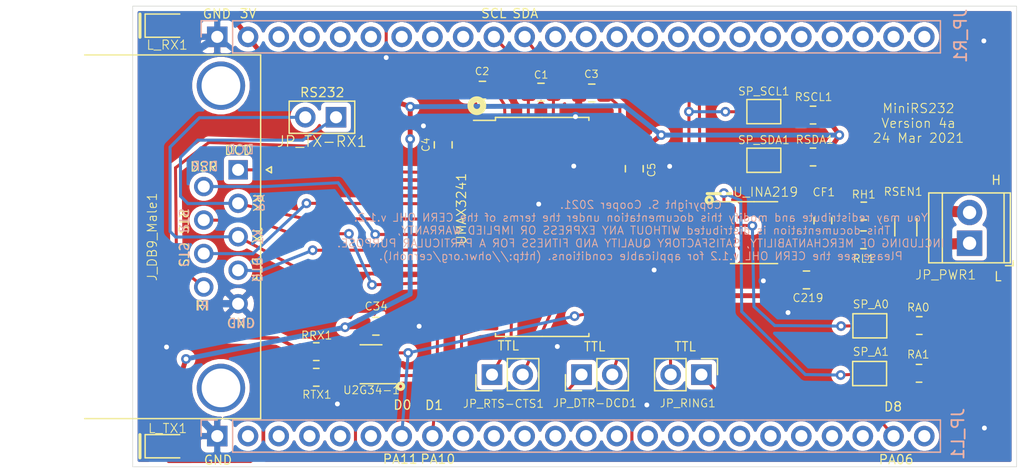
<source format=kicad_pcb>
(kicad_pcb (version 20171130) (host pcbnew "(5.1.8-0-10_14)")

  (general
    (thickness 1.6)
    (drawings 41)
    (tracks 267)
    (zones 0)
    (modules 34)
    (nets 82)
  )

  (page A4)
  (layers
    (0 F.Cu signal)
    (31 B.Cu signal)
    (32 B.Adhes user hide)
    (33 F.Adhes user hide)
    (34 B.Paste user hide)
    (35 F.Paste user hide)
    (36 B.SilkS user hide)
    (37 F.SilkS user)
    (38 B.Mask user hide)
    (39 F.Mask user hide)
    (40 Dwgs.User user hide)
    (41 Cmts.User user hide)
    (42 Eco1.User user hide)
    (43 Eco2.User user hide)
    (44 Edge.Cuts user)
    (45 Margin user hide)
    (46 B.CrtYd user)
    (47 F.CrtYd user)
    (48 B.Fab user hide)
    (49 F.Fab user)
  )

  (setup
    (last_trace_width 0.25)
    (trace_clearance 0.2)
    (zone_clearance 0.381)
    (zone_45_only no)
    (trace_min 0.2)
    (via_size 0.8)
    (via_drill 0.4)
    (via_min_size 0.4)
    (via_min_drill 0.3)
    (uvia_size 0.3)
    (uvia_drill 0.1)
    (uvias_allowed no)
    (uvia_min_size 0.2)
    (uvia_min_drill 0.1)
    (edge_width 0.05)
    (segment_width 0.2)
    (pcb_text_width 0.3)
    (pcb_text_size 1.5 1.5)
    (mod_edge_width 0.12)
    (mod_text_size 1 1)
    (mod_text_width 0.15)
    (pad_size 1.7 1.7)
    (pad_drill 1)
    (pad_to_mask_clearance 0.051)
    (solder_mask_min_width 0.25)
    (aux_axis_origin 0 0)
    (visible_elements FEFDFF7F)
    (pcbplotparams
      (layerselection 0x010fc_ffffffff)
      (usegerberextensions false)
      (usegerberattributes false)
      (usegerberadvancedattributes false)
      (creategerberjobfile false)
      (excludeedgelayer true)
      (linewidth 0.100000)
      (plotframeref false)
      (viasonmask false)
      (mode 1)
      (useauxorigin false)
      (hpglpennumber 1)
      (hpglpenspeed 20)
      (hpglpendiameter 15.000000)
      (psnegative false)
      (psa4output false)
      (plotreference true)
      (plotvalue true)
      (plotinvisibletext false)
      (padsonsilk false)
      (subtractmaskfromsilk false)
      (outputformat 1)
      (mirror false)
      (drillshape 1)
      (scaleselection 1)
      (outputdirectory ""))
  )

  (net 0 "")
  (net 1 "Net-(C1-Pad1)")
  (net 2 "Net-(C1-Pad2)")
  (net 3 GND)
  (net 4 ~SCTS)
  (net 5 +3V3)
  (net 6 ~SDTR)
  (net 7 "Net-(C2-Pad1)")
  (net 8 "Net-(C2-Pad2)")
  (net 9 "Net-(C3-Pad1)")
  (net 10 "Net-(C4-Pad1)")
  (net 11 ~SRTS)
  (net 12 ~SDCD)
  (net 13 "Net-(JP_L1-Pad2)")
  (net 14 "Net-(JP_L1-Pad3)")
  (net 15 "Net-(JP_L1-Pad4)")
  (net 16 "Net-(JP_L1-Pad5)")
  (net 17 "Net-(JP_L1-Pad6)")
  (net 18 "Net-(JP_L1-Pad9)")
  (net 19 "Net-(JP_L1-Pad10)")
  (net 20 "Net-(JP_L1-Pad11)")
  (net 21 "Net-(JP_L1-Pad12)")
  (net 22 "Net-(JP_L1-Pad13)")
  (net 23 "Net-(JP_L1-Pad14)")
  (net 24 "Net-(JP_L1-Pad15)")
  (net 25 "Net-(JP_L1-Pad16)")
  (net 26 "Net-(JP_L1-Pad17)")
  (net 27 "Net-(JP_L1-Pad18)")
  (net 28 "Net-(JP_L1-Pad19)")
  (net 29 "Net-(JP_L1-Pad20)")
  (net 30 "Net-(JP_L1-Pad21)")
  (net 31 "Net-(JP_L1-Pad22)")
  (net 32 "Net-(JP_L1-Pad24)")
  (net 33 "Net-(JP_R1-Pad24)")
  (net 34 "Net-(JP_R1-Pad23)")
  (net 35 "Net-(JP_R1-Pad22)")
  (net 36 "Net-(JP_R1-Pad21)")
  (net 37 "Net-(JP_R1-Pad19)")
  (net 38 "Net-(JP_R1-Pad18)")
  (net 39 "Net-(JP_R1-Pad17)")
  (net 40 "Net-(JP_R1-Pad16)")
  (net 41 "Net-(JP_R1-Pad15)")
  (net 42 "Net-(JP_R1-Pad14)")
  (net 43 "Net-(JP_R1-Pad13)")
  (net 44 "Net-(JP_R1-Pad12)")
  (net 45 "Net-(JP_R1-Pad9)")
  (net 46 "Net-(JP_R1-Pad8)")
  (net 47 "Net-(JP_R1-Pad7)")
  (net 48 "Net-(JP_R1-Pad6)")
  (net 49 "Net-(JP_R1-Pad5)")
  (net 50 "Net-(JP_R1-Pad4)")
  (net 51 "Net-(JP_R1-Pad3)")
  (net 52 "Net-(L_RX1-Pad1)")
  (net 53 "Net-(L_TX1-Pad1)")
  (net 54 "Net-(RRX1-Pad2)")
  (net 55 "Net-(RTX1-Pad2)")
  (net 56 "Net-(UMAX3241-Pad21)")
  (net 57 "Net-(UMAX3241-Pad20)")
  (net 58 "Net-(CF1-Pad1)")
  (net 59 "Net-(CF1-Pad2)")
  (net 60 /L)
  (net 61 /H)
  (net 62 "Net-(RA0-Pad2)")
  (net 63 "Net-(RA1-Pad2)")
  (net 64 "Net-(RSCL1-Pad2)")
  (net 65 "Net-(RSDA1-Pad2)")
  (net 66 SCL)
  (net 67 SDA)
  (net 68 /M_RI)
  (net 69 /M_CTS)
  (net 70 /M_RTS)
  (net 71 /M_DSR)
  (net 72 /M_DTR)
  (net 73 /M_DCD)
  (net 74 "Net-(UMAX3241-Pad15)")
  (net 75 PA06-D08)
  (net 76 "Net-(JP_R1-Pad20)")
  (net 77 M_TX)
  (net 78 M_RX)
  (net 79 "Net-(JP_RING1-Pad2)")
  (net 80 PA11-D00-RX1)
  (net 81 PA10-D01-TX1)

  (net_class Default "This is the default net class."
    (clearance 0.2)
    (trace_width 0.25)
    (via_dia 0.8)
    (via_drill 0.4)
    (uvia_dia 0.3)
    (uvia_drill 0.1)
    (add_net +3V3)
    (add_net /H)
    (add_net /L)
    (add_net /M_CTS)
    (add_net /M_DCD)
    (add_net /M_DSR)
    (add_net /M_DTR)
    (add_net /M_RI)
    (add_net /M_RTS)
    (add_net GND)
    (add_net M_RX)
    (add_net M_TX)
    (add_net "Net-(C1-Pad1)")
    (add_net "Net-(C1-Pad2)")
    (add_net "Net-(C2-Pad1)")
    (add_net "Net-(C2-Pad2)")
    (add_net "Net-(C3-Pad1)")
    (add_net "Net-(C4-Pad1)")
    (add_net "Net-(CF1-Pad1)")
    (add_net "Net-(CF1-Pad2)")
    (add_net "Net-(JP_L1-Pad10)")
    (add_net "Net-(JP_L1-Pad11)")
    (add_net "Net-(JP_L1-Pad12)")
    (add_net "Net-(JP_L1-Pad13)")
    (add_net "Net-(JP_L1-Pad14)")
    (add_net "Net-(JP_L1-Pad15)")
    (add_net "Net-(JP_L1-Pad16)")
    (add_net "Net-(JP_L1-Pad17)")
    (add_net "Net-(JP_L1-Pad18)")
    (add_net "Net-(JP_L1-Pad19)")
    (add_net "Net-(JP_L1-Pad2)")
    (add_net "Net-(JP_L1-Pad20)")
    (add_net "Net-(JP_L1-Pad21)")
    (add_net "Net-(JP_L1-Pad22)")
    (add_net "Net-(JP_L1-Pad24)")
    (add_net "Net-(JP_L1-Pad3)")
    (add_net "Net-(JP_L1-Pad4)")
    (add_net "Net-(JP_L1-Pad5)")
    (add_net "Net-(JP_L1-Pad6)")
    (add_net "Net-(JP_L1-Pad9)")
    (add_net "Net-(JP_R1-Pad12)")
    (add_net "Net-(JP_R1-Pad13)")
    (add_net "Net-(JP_R1-Pad14)")
    (add_net "Net-(JP_R1-Pad15)")
    (add_net "Net-(JP_R1-Pad16)")
    (add_net "Net-(JP_R1-Pad17)")
    (add_net "Net-(JP_R1-Pad18)")
    (add_net "Net-(JP_R1-Pad19)")
    (add_net "Net-(JP_R1-Pad20)")
    (add_net "Net-(JP_R1-Pad21)")
    (add_net "Net-(JP_R1-Pad22)")
    (add_net "Net-(JP_R1-Pad23)")
    (add_net "Net-(JP_R1-Pad24)")
    (add_net "Net-(JP_R1-Pad3)")
    (add_net "Net-(JP_R1-Pad4)")
    (add_net "Net-(JP_R1-Pad5)")
    (add_net "Net-(JP_R1-Pad6)")
    (add_net "Net-(JP_R1-Pad7)")
    (add_net "Net-(JP_R1-Pad8)")
    (add_net "Net-(JP_R1-Pad9)")
    (add_net "Net-(JP_RING1-Pad2)")
    (add_net "Net-(L_RX1-Pad1)")
    (add_net "Net-(L_TX1-Pad1)")
    (add_net "Net-(RA0-Pad2)")
    (add_net "Net-(RA1-Pad2)")
    (add_net "Net-(RRX1-Pad2)")
    (add_net "Net-(RSCL1-Pad2)")
    (add_net "Net-(RSDA1-Pad2)")
    (add_net "Net-(RTX1-Pad2)")
    (add_net "Net-(UMAX3241-Pad15)")
    (add_net "Net-(UMAX3241-Pad20)")
    (add_net "Net-(UMAX3241-Pad21)")
    (add_net PA06-D08)
    (add_net PA10-D01-TX1)
    (add_net PA11-D00-RX1)
    (add_net SCL)
    (add_net SDA)
    (add_net ~SCTS)
    (add_net ~SDCD)
    (add_net ~SDTR)
    (add_net ~SRTS)
  )

  (module RS232:DSUB-9_Male_Horizontal (layer F.Cu) (tedit 605679AD) (tstamp 60581187)
    (at 8.70966 13.53566 270)
    (descr "9-pin D-Sub connector, horizontal/angled (90 deg), see https://disti-assets.s3.amazonaws.com/tonar/files/datasheets/16730.pdf")
    (tags "9-pin D-Sub connector horizontal angled 90deg THT")
    (path /605EA532)
    (fp_text reference J_DB9_Male1 (at 5.5499 7.10184 90) (layer F.SilkS)
      (effects (font (size 0.762 0.762) (thickness 0.0762)))
    )
    (fp_text value DB9_Male (at 5.15 17.8 90) (layer F.Fab) hide
      (effects (font (size 0.3048 0.3048) (thickness 0.0508)))
    )
    (fp_line (start -9.5 -1.8) (end -9.5 12.74) (layer F.Fab) (width 0.1))
    (fp_line (start -9.5 12.74) (end 20.6 12.74) (layer F.Fab) (width 0.1))
    (fp_line (start 20.5 12.74) (end 20.5 -1.8) (layer F.Fab) (width 0.1))
    (fp_line (start 20.5 -1.8) (end -9.5 -1.8) (layer F.Fab) (width 0.1))
    (fp_line (start -9.5 12.74) (end -9.5 13.14) (layer F.Fab) (width 0.1))
    (fp_line (start -9.5 13.14) (end 20.6 13.14) (layer F.Fab) (width 0.1))
    (fp_line (start 20.6 13.14) (end 20.6 12.74) (layer F.Fab) (width 0.1))
    (fp_line (start 20.6 12.74) (end -9.5 12.74) (layer F.Fab) (width 0.1))
    (fp_line (start -2.61 13.14) (end -2.61 19.14) (layer F.Fab) (width 0.1))
    (fp_line (start -2.61 19.14) (end 13.69 19.14) (layer F.Fab) (width 0.1))
    (fp_line (start 13.69 19.14) (end 13.69 13.14) (layer F.Fab) (width 0.1))
    (fp_line (start 13.69 13.14) (end -2.61 13.14) (layer F.Fab) (width 0.1))
    (fp_line (start -9.46 13.14) (end -9.46 18.14) (layer F.Fab) (width 0.1))
    (fp_line (start -9.46 18.14) (end -4.46 18.14) (layer F.Fab) (width 0.1))
    (fp_line (start -4.46 18.14) (end -4.46 13.14) (layer F.Fab) (width 0.1))
    (fp_line (start -4.46 13.14) (end -9.46 13.14) (layer F.Fab) (width 0.1))
    (fp_line (start 15.54 13.14) (end 15.54 18.14) (layer F.Fab) (width 0.1))
    (fp_line (start 15.54 18.14) (end 20.54 18.14) (layer F.Fab) (width 0.1))
    (fp_line (start 20.54 18.14) (end 20.54 13.14) (layer F.Fab) (width 0.1))
    (fp_line (start 20.54 13.14) (end 15.54 13.14) (layer F.Fab) (width 0.1))
    (fp_line (start -8.56 12.74) (end -8.56 1.42) (layer F.Fab) (width 0.1))
    (fp_line (start -5.36 12.74) (end -5.36 1.42) (layer F.Fab) (width 0.1))
    (fp_line (start 16.44 12.74) (end 16.44 1.42) (layer F.Fab) (width 0.1))
    (fp_line (start 19.64 12.74) (end 19.64 1.42) (layer F.Fab) (width 0.1))
    (fp_line (start -9.5 12.68) (end -9.5 -1.86) (layer F.SilkS) (width 0.12))
    (fp_line (start -9.5 -1.86) (end 20.58 -1.86) (layer F.SilkS) (width 0.12))
    (fp_line (start 20.58 -1.86) (end 20.58 12.68) (layer F.SilkS) (width 0.12))
    (fp_line (start -0.25 -2.754338) (end 0.25 -2.754338) (layer F.SilkS) (width 0.12))
    (fp_line (start 0.25 -2.754338) (end 0 -2.321325) (layer F.SilkS) (width 0.12))
    (fp_line (start 0 -2.321325) (end -0.25 -2.754338) (layer F.SilkS) (width 0.12))
    (fp_line (start -9.5 -2.35) (end -9.5 19.65) (layer F.CrtYd) (width 0.05))
    (fp_line (start -9.5 19.65) (end 20.5 19.65) (layer F.CrtYd) (width 0.05))
    (fp_line (start 20.5 19.65) (end 20.5 -2.35) (layer F.CrtYd) (width 0.05))
    (fp_line (start 20.5 -2.35) (end -9.5 -2.35) (layer F.CrtYd) (width 0.05))
    (fp_text user %R (at 5.54 16.14 90) (layer F.Fab) hide
      (effects (font (size 1 1) (thickness 0.15)))
    )
    (fp_arc (start 18.04 1.42) (end 16.44 1.42) (angle 180) (layer F.Fab) (width 0.1))
    (fp_arc (start -6.96 1.42) (end -8.56 1.42) (angle 180) (layer F.Fab) (width 0.1))
    (pad 0 thru_hole circle (at 18.04 1.42 270) (size 4 4) (drill 3.2) (layers *.Cu *.Mask))
    (pad 0 thru_hole circle (at -6.96 1.42 270) (size 4 4) (drill 3.2) (layers *.Cu *.Mask))
    (pad 9 thru_hole circle (at 9.695 2.84 270) (size 1.6 1.6) (drill 1) (layers *.Cu *.Mask)
      (net 68 /M_RI))
    (pad 8 thru_hole circle (at 6.925 2.84 270) (size 1.6 1.6) (drill 1) (layers *.Cu *.Mask)
      (net 69 /M_CTS))
    (pad 7 thru_hole circle (at 4.155 2.84 270) (size 1.6 1.6) (drill 1) (layers *.Cu *.Mask)
      (net 70 /M_RTS))
    (pad 6 thru_hole circle (at 1.385 2.84 270) (size 1.6 1.6) (drill 1) (layers *.Cu *.Mask)
      (net 71 /M_DSR))
    (pad 5 thru_hole circle (at 11.08 0 270) (size 1.6 1.6) (drill 1) (layers *.Cu *.Mask)
      (net 3 GND))
    (pad 4 thru_hole circle (at 8.31 0 270) (size 1.6 1.6) (drill 1) (layers *.Cu *.Mask)
      (net 72 /M_DTR))
    (pad 3 thru_hole circle (at 5.54 0 270) (size 1.6 1.6) (drill 1) (layers *.Cu *.Mask)
      (net 77 M_TX))
    (pad 2 thru_hole circle (at 2.77 0 270) (size 1.6 1.6) (drill 1) (layers *.Cu *.Mask)
      (net 78 M_RX))
    (pad 1 thru_hole rect (at 0 0 270) (size 1.6 1.6) (drill 1) (layers *.Cu *.Mask)
      (net 73 /M_DCD))
    (model ${KISYS3DMOD}/Connector_Dsub.3dshapes/DSUB-9_Male_Horizontal_P2.77x2.84mm_EdgePinOffset9.90mm_Housed_MountingHolesOffset11.32mm.wrl
      (at (xyz 0 0 0))
      (scale (xyz 1 1 1))
      (rotate (xyz 0 0 0))
    )
  )

  (module Capacitor_SMD:C_0805_2012Metric_Pad1.18x1.45mm_HandSolder (layer F.Cu) (tedit 5FA7A380) (tstamp 5E69B44D)
    (at 25.654 11.47318 90)
    (descr "Capacitor SMD 0805 (2012 Metric), square (rectangular) end terminal, IPC_7351 nominal with elongated pad for handsoldering. (Body size source: IPC-SM-782 page 76, https://www.pcb-3d.com/wordpress/wp-content/uploads/ipc-sm-782a_amendment_1_and_2.pdf, https://docs.google.com/spreadsheets/d/1BsfQQcO9C6DZCsRaXUlFlo91Tg2WpOkGARC1WS5S8t0/edit?usp=sharing), generated with kicad-footprint-generator")
    (tags "capacitor handsolder")
    (path /5E6FC412)
    (attr smd)
    (fp_text reference C4 (at 0.0127 -1.4351 90) (layer F.SilkS)
      (effects (font (size 0.6096 0.6096) (thickness 0.0762)))
    )
    (fp_text value 0.1uf (at -0.0127 1.5367 90) (layer F.Fab) hide
      (effects (font (size 0.6096 0.6096) (thickness 0.0635)))
    )
    (fp_line (start 1.88 0.98) (end -1.88 0.98) (layer F.CrtYd) (width 0.05))
    (fp_line (start 1.88 -0.98) (end 1.88 0.98) (layer F.CrtYd) (width 0.05))
    (fp_line (start -1.88 -0.98) (end 1.88 -0.98) (layer F.CrtYd) (width 0.05))
    (fp_line (start -1.88 0.98) (end -1.88 -0.98) (layer F.CrtYd) (width 0.05))
    (fp_line (start -0.261252 0.735) (end 0.261252 0.735) (layer F.SilkS) (width 0.12))
    (fp_line (start -0.261252 -0.735) (end 0.261252 -0.735) (layer F.SilkS) (width 0.12))
    (fp_line (start 1 0.625) (end -1 0.625) (layer F.Fab) (width 0.1))
    (fp_line (start 1 -0.625) (end 1 0.625) (layer F.Fab) (width 0.1))
    (fp_line (start -1 -0.625) (end 1 -0.625) (layer F.Fab) (width 0.1))
    (fp_line (start -1 0.625) (end -1 -0.625) (layer F.Fab) (width 0.1))
    (fp_text user %R (at 0 0 90) (layer F.Fab) hide
      (effects (font (size 0.5 0.5) (thickness 0.08)))
    )
    (pad 2 smd roundrect (at 1.0375 0 90) (size 1.175 1.45) (layers F.Cu F.Paste F.Mask) (roundrect_rratio 0.212766)
      (net 3 GND))
    (pad 1 smd roundrect (at -1.0375 0 90) (size 1.175 1.45) (layers F.Cu F.Paste F.Mask) (roundrect_rratio 0.212766)
      (net 10 "Net-(C4-Pad1)"))
    (model ${KISYS3DMOD}/Capacitor_SMD.3dshapes/C_0805_2012Metric.wrl
      (at (xyz 0 0 0))
      (scale (xyz 1 1 1))
      (rotate (xyz 0 0 0))
    )
  )

  (module Capacitor_SMD:C_0805_2012Metric_Pad1.18x1.45mm_HandSolder (layer F.Cu) (tedit 5FA7A380) (tstamp 5E69B431)
    (at 28.89504 6.95198 180)
    (descr "Capacitor SMD 0805 (2012 Metric), square (rectangular) end terminal, IPC_7351 nominal with elongated pad for handsoldering. (Body size source: IPC-SM-782 page 76, https://www.pcb-3d.com/wordpress/wp-content/uploads/ipc-sm-782a_amendment_1_and_2.pdf, https://docs.google.com/spreadsheets/d/1BsfQQcO9C6DZCsRaXUlFlo91Tg2WpOkGARC1WS5S8t0/edit?usp=sharing), generated with kicad-footprint-generator")
    (tags "capacitor handsolder")
    (path /5E6FAE5E)
    (attr smd)
    (fp_text reference C2 (at 0.02794 1.5621) (layer F.SilkS)
      (effects (font (size 0.6096 0.6096) (thickness 0.0762)))
    )
    (fp_text value 0.1uf (at -0.0127 1.5367) (layer F.Fab) hide
      (effects (font (size 0.6096 0.6096) (thickness 0.0635)))
    )
    (fp_line (start 1.88 0.98) (end -1.88 0.98) (layer F.CrtYd) (width 0.05))
    (fp_line (start 1.88 -0.98) (end 1.88 0.98) (layer F.CrtYd) (width 0.05))
    (fp_line (start -1.88 -0.98) (end 1.88 -0.98) (layer F.CrtYd) (width 0.05))
    (fp_line (start -1.88 0.98) (end -1.88 -0.98) (layer F.CrtYd) (width 0.05))
    (fp_line (start -0.261252 0.735) (end 0.261252 0.735) (layer F.SilkS) (width 0.12))
    (fp_line (start -0.261252 -0.735) (end 0.261252 -0.735) (layer F.SilkS) (width 0.12))
    (fp_line (start 1 0.625) (end -1 0.625) (layer F.Fab) (width 0.1))
    (fp_line (start 1 -0.625) (end 1 0.625) (layer F.Fab) (width 0.1))
    (fp_line (start -1 -0.625) (end 1 -0.625) (layer F.Fab) (width 0.1))
    (fp_line (start -1 0.625) (end -1 -0.625) (layer F.Fab) (width 0.1))
    (fp_text user %R (at 0 0) (layer F.Fab) hide
      (effects (font (size 0.5 0.5) (thickness 0.08)))
    )
    (pad 2 smd roundrect (at 1.0375 0 180) (size 1.175 1.45) (layers F.Cu F.Paste F.Mask) (roundrect_rratio 0.212766)
      (net 8 "Net-(C2-Pad2)"))
    (pad 1 smd roundrect (at -1.0375 0 180) (size 1.175 1.45) (layers F.Cu F.Paste F.Mask) (roundrect_rratio 0.212766)
      (net 7 "Net-(C2-Pad1)"))
    (model ${KISYS3DMOD}/Capacitor_SMD.3dshapes/C_0805_2012Metric.wrl
      (at (xyz 0 0 0))
      (scale (xyz 1 1 1))
      (rotate (xyz 0 0 0))
    )
  )

  (module Capacitor_SMD:C_0805_2012Metric_Pad1.18x1.45mm_HandSolder (layer F.Cu) (tedit 5FA7A380) (tstamp 5E697634)
    (at 33.73374 7.11454)
    (descr "Capacitor SMD 0805 (2012 Metric), square (rectangular) end terminal, IPC_7351 nominal with elongated pad for handsoldering. (Body size source: IPC-SM-782 page 76, https://www.pcb-3d.com/wordpress/wp-content/uploads/ipc-sm-782a_amendment_1_and_2.pdf, https://docs.google.com/spreadsheets/d/1BsfQQcO9C6DZCsRaXUlFlo91Tg2WpOkGARC1WS5S8t0/edit?usp=sharing), generated with kicad-footprint-generator")
    (tags "capacitor handsolder")
    (path /5E697FBC)
    (attr smd)
    (fp_text reference C1 (at 0.0127 -1.4351) (layer F.SilkS)
      (effects (font (size 0.6096 0.6096) (thickness 0.0762)))
    )
    (fp_text value 0.1uf (at -0.0127 1.5367) (layer F.Fab) hide
      (effects (font (size 0.6096 0.6096) (thickness 0.0635)))
    )
    (fp_line (start 1.88 0.98) (end -1.88 0.98) (layer F.CrtYd) (width 0.05))
    (fp_line (start 1.88 -0.98) (end 1.88 0.98) (layer F.CrtYd) (width 0.05))
    (fp_line (start -1.88 -0.98) (end 1.88 -0.98) (layer F.CrtYd) (width 0.05))
    (fp_line (start -1.88 0.98) (end -1.88 -0.98) (layer F.CrtYd) (width 0.05))
    (fp_line (start -0.261252 0.735) (end 0.261252 0.735) (layer F.SilkS) (width 0.12))
    (fp_line (start -0.261252 -0.735) (end 0.261252 -0.735) (layer F.SilkS) (width 0.12))
    (fp_line (start 1 0.625) (end -1 0.625) (layer F.Fab) (width 0.1))
    (fp_line (start 1 -0.625) (end 1 0.625) (layer F.Fab) (width 0.1))
    (fp_line (start -1 -0.625) (end 1 -0.625) (layer F.Fab) (width 0.1))
    (fp_line (start -1 0.625) (end -1 -0.625) (layer F.Fab) (width 0.1))
    (fp_text user %R (at 0 0) (layer F.Fab) hide
      (effects (font (size 0.5 0.5) (thickness 0.08)))
    )
    (pad 2 smd roundrect (at 1.0375 0) (size 1.175 1.45) (layers F.Cu F.Paste F.Mask) (roundrect_rratio 0.212766)
      (net 2 "Net-(C1-Pad2)"))
    (pad 1 smd roundrect (at -1.0375 0) (size 1.175 1.45) (layers F.Cu F.Paste F.Mask) (roundrect_rratio 0.212766)
      (net 1 "Net-(C1-Pad1)"))
    (model ${KISYS3DMOD}/Capacitor_SMD.3dshapes/C_0805_2012Metric.wrl
      (at (xyz 0 0 0))
      (scale (xyz 1 1 1))
      (rotate (xyz 0 0 0))
    )
  )

  (module Capacitor_SMD:C_0805_2012Metric_Pad1.18x1.45mm_HandSolder (layer F.Cu) (tedit 5FA7A380) (tstamp 5E69B43F)
    (at 37.92728 7.18312 180)
    (descr "Capacitor SMD 0805 (2012 Metric), square (rectangular) end terminal, IPC_7351 nominal with elongated pad for handsoldering. (Body size source: IPC-SM-782 page 76, https://www.pcb-3d.com/wordpress/wp-content/uploads/ipc-sm-782a_amendment_1_and_2.pdf, https://docs.google.com/spreadsheets/d/1BsfQQcO9C6DZCsRaXUlFlo91Tg2WpOkGARC1WS5S8t0/edit?usp=sharing), generated with kicad-footprint-generator")
    (tags "capacitor handsolder")
    (path /5E6FB8CA)
    (attr smd)
    (fp_text reference C3 (at 0.02794 1.5621) (layer F.SilkS)
      (effects (font (size 0.6096 0.6096) (thickness 0.0762)))
    )
    (fp_text value 0.1uf (at -0.0127 1.5367) (layer F.Fab) hide
      (effects (font (size 0.6096 0.6096) (thickness 0.0635)))
    )
    (fp_line (start 1.88 0.98) (end -1.88 0.98) (layer F.CrtYd) (width 0.05))
    (fp_line (start 1.88 -0.98) (end 1.88 0.98) (layer F.CrtYd) (width 0.05))
    (fp_line (start -1.88 -0.98) (end 1.88 -0.98) (layer F.CrtYd) (width 0.05))
    (fp_line (start -1.88 0.98) (end -1.88 -0.98) (layer F.CrtYd) (width 0.05))
    (fp_line (start -0.261252 0.735) (end 0.261252 0.735) (layer F.SilkS) (width 0.12))
    (fp_line (start -0.261252 -0.735) (end 0.261252 -0.735) (layer F.SilkS) (width 0.12))
    (fp_line (start 1 0.625) (end -1 0.625) (layer F.Fab) (width 0.1))
    (fp_line (start 1 -0.625) (end 1 0.625) (layer F.Fab) (width 0.1))
    (fp_line (start -1 -0.625) (end 1 -0.625) (layer F.Fab) (width 0.1))
    (fp_line (start -1 0.625) (end -1 -0.625) (layer F.Fab) (width 0.1))
    (fp_text user %R (at 0 0) (layer F.Fab) hide
      (effects (font (size 0.5 0.5) (thickness 0.08)))
    )
    (pad 2 smd roundrect (at 1.0375 0 180) (size 1.175 1.45) (layers F.Cu F.Paste F.Mask) (roundrect_rratio 0.212766)
      (net 3 GND))
    (pad 1 smd roundrect (at -1.0375 0 180) (size 1.175 1.45) (layers F.Cu F.Paste F.Mask) (roundrect_rratio 0.212766)
      (net 9 "Net-(C3-Pad1)"))
    (model ${KISYS3DMOD}/Capacitor_SMD.3dshapes/C_0805_2012Metric.wrl
      (at (xyz 0 0 0))
      (scale (xyz 1 1 1))
      (rotate (xyz 0 0 0))
    )
  )

  (module Capacitor_SMD:C_0805_2012Metric_Pad1.18x1.45mm_HandSolder (layer F.Cu) (tedit 5FA7A380) (tstamp 5E69B45B)
    (at 41.44264 13.4493 90)
    (descr "Capacitor SMD 0805 (2012 Metric), square (rectangular) end terminal, IPC_7351 nominal with elongated pad for handsoldering. (Body size source: IPC-SM-782 page 76, https://www.pcb-3d.com/wordpress/wp-content/uploads/ipc-sm-782a_amendment_1_and_2.pdf, https://docs.google.com/spreadsheets/d/1BsfQQcO9C6DZCsRaXUlFlo91Tg2WpOkGARC1WS5S8t0/edit?usp=sharing), generated with kicad-footprint-generator")
    (tags "capacitor handsolder")
    (path /5E6FCCA4)
    (attr smd)
    (fp_text reference C5 (at -0.10414 1.41986 90) (layer F.SilkS)
      (effects (font (size 0.6096 0.6096) (thickness 0.0762)))
    )
    (fp_text value 0.1uf (at -0.0127 1.5367 90) (layer F.Fab) hide
      (effects (font (size 0.6096 0.6096) (thickness 0.0635)))
    )
    (fp_line (start 1.88 0.98) (end -1.88 0.98) (layer F.CrtYd) (width 0.05))
    (fp_line (start 1.88 -0.98) (end 1.88 0.98) (layer F.CrtYd) (width 0.05))
    (fp_line (start -1.88 -0.98) (end 1.88 -0.98) (layer F.CrtYd) (width 0.05))
    (fp_line (start -1.88 0.98) (end -1.88 -0.98) (layer F.CrtYd) (width 0.05))
    (fp_line (start -0.261252 0.735) (end 0.261252 0.735) (layer F.SilkS) (width 0.12))
    (fp_line (start -0.261252 -0.735) (end 0.261252 -0.735) (layer F.SilkS) (width 0.12))
    (fp_line (start 1 0.625) (end -1 0.625) (layer F.Fab) (width 0.1))
    (fp_line (start 1 -0.625) (end 1 0.625) (layer F.Fab) (width 0.1))
    (fp_line (start -1 -0.625) (end 1 -0.625) (layer F.Fab) (width 0.1))
    (fp_line (start -1 0.625) (end -1 -0.625) (layer F.Fab) (width 0.1))
    (fp_text user %R (at 0 0 90) (layer F.Fab) hide
      (effects (font (size 0.5 0.5) (thickness 0.08)))
    )
    (pad 2 smd roundrect (at 1.0375 0 90) (size 1.175 1.45) (layers F.Cu F.Paste F.Mask) (roundrect_rratio 0.212766)
      (net 5 +3V3))
    (pad 1 smd roundrect (at -1.0375 0 90) (size 1.175 1.45) (layers F.Cu F.Paste F.Mask) (roundrect_rratio 0.212766)
      (net 3 GND))
    (model ${KISYS3DMOD}/Capacitor_SMD.3dshapes/C_0805_2012Metric.wrl
      (at (xyz 0 0 0))
      (scale (xyz 1 1 1))
      (rotate (xyz 0 0 0))
    )
  )

  (module Package_SO:SOIC-28W_7.5x17.9mm_P1.27mm (layer F.Cu) (tedit 5E6AACFE) (tstamp 5E688CC2)
    (at 33.8328 18.2626)
    (descr "SOIC, 28 Pin (JEDEC MS-013AE, https://www.analog.com/media/en/package-pcb-resources/package/35833120341221rw_28.pdf), generated with kicad-footprint-generator ipc_gullwing_generator.py")
    (tags "SOIC SO")
    (path /5E697C4F)
    (attr smd)
    (fp_text reference UMAX3241 (at -6.67766 -1.49352 90) (layer F.SilkS)
      (effects (font (size 0.762 0.762) (thickness 0.0889)))
    )
    (fp_text value MAX2341 (at 0 9.9) (layer F.Fab) hide
      (effects (font (size 0.508 0.508) (thickness 0.0762)))
    )
    (fp_line (start 0 9.06) (end 3.86 9.06) (layer F.SilkS) (width 0.12))
    (fp_line (start 3.86 9.06) (end 3.86 8.815) (layer F.SilkS) (width 0.12))
    (fp_line (start 0 9.06) (end -3.86 9.06) (layer F.SilkS) (width 0.12))
    (fp_line (start -3.86 9.06) (end -3.86 8.815) (layer F.SilkS) (width 0.12))
    (fp_line (start 0 -9.06) (end 3.86 -9.06) (layer F.SilkS) (width 0.12))
    (fp_line (start 3.86 -9.06) (end 3.86 -8.815) (layer F.SilkS) (width 0.12))
    (fp_line (start 0 -9.06) (end -3.86 -9.06) (layer F.SilkS) (width 0.12))
    (fp_line (start -3.86 -9.06) (end -3.86 -8.815) (layer F.SilkS) (width 0.12))
    (fp_line (start -3.86 -8.815) (end -5.675 -8.815) (layer F.SilkS) (width 0.12))
    (fp_line (start -5.93 -9.2) (end -5.93 9.2) (layer F.CrtYd) (width 0.05))
    (fp_line (start -5.93 9.2) (end 5.93 9.2) (layer F.CrtYd) (width 0.05))
    (fp_line (start 5.93 9.2) (end 5.93 -9.2) (layer F.CrtYd) (width 0.05))
    (fp_line (start 5.93 -9.2) (end -5.93 -9.2) (layer F.CrtYd) (width 0.05))
    (fp_circle (center -5.40004 -10.02792) (end -4.875593 -10.02792) (layer F.SilkS) (width 0.508))
    (fp_text user %R (at 0 0) (layer F.Fab) hide
      (effects (font (size 0.508 0.508) (thickness 0.0762)))
    )
    (pad 28 smd roundrect (at 4.65 -8.255) (size 2.05 0.6) (layers F.Cu F.Paste F.Mask) (roundrect_rratio 0.25)
      (net 2 "Net-(C1-Pad2)"))
    (pad 27 smd roundrect (at 4.65 -6.985) (size 2.05 0.6) (layers F.Cu F.Paste F.Mask) (roundrect_rratio 0.25)
      (net 9 "Net-(C3-Pad1)"))
    (pad 26 smd roundrect (at 4.65 -5.715) (size 2.05 0.6) (layers F.Cu F.Paste F.Mask) (roundrect_rratio 0.25)
      (net 5 +3V3))
    (pad 25 smd roundrect (at 4.65 -4.445) (size 2.05 0.6) (layers F.Cu F.Paste F.Mask) (roundrect_rratio 0.25)
      (net 3 GND))
    (pad 24 smd roundrect (at 4.65 -3.175) (size 2.05 0.6) (layers F.Cu F.Paste F.Mask) (roundrect_rratio 0.25)
      (net 1 "Net-(C1-Pad1)"))
    (pad 23 smd roundrect (at 4.65 -1.905) (size 2.05 0.6) (layers F.Cu F.Paste F.Mask) (roundrect_rratio 0.25)
      (net 3 GND))
    (pad 22 smd roundrect (at 4.65 -0.635) (size 2.05 0.6) (layers F.Cu F.Paste F.Mask) (roundrect_rratio 0.25)
      (net 5 +3V3))
    (pad 21 smd roundrect (at 4.65 0.635) (size 2.05 0.6) (layers F.Cu F.Paste F.Mask) (roundrect_rratio 0.25)
      (net 56 "Net-(UMAX3241-Pad21)"))
    (pad 20 smd roundrect (at 4.65 1.905) (size 2.05 0.6) (layers F.Cu F.Paste F.Mask) (roundrect_rratio 0.25)
      (net 57 "Net-(UMAX3241-Pad20)"))
    (pad 19 smd roundrect (at 4.65 3.175) (size 2.05 0.6) (layers F.Cu F.Paste F.Mask) (roundrect_rratio 0.25)
      (net 79 "Net-(JP_RING1-Pad2)"))
    (pad 18 smd roundrect (at 4.65 4.445) (size 2.05 0.6) (layers F.Cu F.Paste F.Mask) (roundrect_rratio 0.25)
      (net 12 ~SDCD))
    (pad 17 smd roundrect (at 4.65 5.715) (size 2.05 0.6) (layers F.Cu F.Paste F.Mask) (roundrect_rratio 0.25)
      (net 4 ~SCTS))
    (pad 16 smd roundrect (at 4.65 6.985) (size 2.05 0.6) (layers F.Cu F.Paste F.Mask) (roundrect_rratio 0.25)
      (net 80 PA11-D00-RX1))
    (pad 15 smd roundrect (at 4.65 8.255) (size 2.05 0.6) (layers F.Cu F.Paste F.Mask) (roundrect_rratio 0.25)
      (net 74 "Net-(UMAX3241-Pad15)"))
    (pad 14 smd roundrect (at -4.65 8.255) (size 2.05 0.6) (layers F.Cu F.Paste F.Mask) (roundrect_rratio 0.25)
      (net 6 ~SDTR))
    (pad 13 smd roundrect (at -4.65 6.985) (size 2.05 0.6) (layers F.Cu F.Paste F.Mask) (roundrect_rratio 0.25)
      (net 81 PA10-D01-TX1))
    (pad 12 smd roundrect (at -4.65 5.715) (size 2.05 0.6) (layers F.Cu F.Paste F.Mask) (roundrect_rratio 0.25)
      (net 11 ~SRTS))
    (pad 11 smd roundrect (at -4.65 4.445) (size 2.05 0.6) (layers F.Cu F.Paste F.Mask) (roundrect_rratio 0.25)
      (net 70 /M_RTS))
    (pad 10 smd roundrect (at -4.65 3.175) (size 2.05 0.6) (layers F.Cu F.Paste F.Mask) (roundrect_rratio 0.25)
      (net 77 M_TX))
    (pad 9 smd roundrect (at -4.65 1.905) (size 2.05 0.6) (layers F.Cu F.Paste F.Mask) (roundrect_rratio 0.25)
      (net 72 /M_DTR))
    (pad 8 smd roundrect (at -4.65 0.635) (size 2.05 0.6) (layers F.Cu F.Paste F.Mask) (roundrect_rratio 0.25)
      (net 71 /M_DSR))
    (pad 7 smd roundrect (at -4.65 -0.635) (size 2.05 0.6) (layers F.Cu F.Paste F.Mask) (roundrect_rratio 0.25)
      (net 78 M_RX))
    (pad 6 smd roundrect (at -4.65 -1.905) (size 2.05 0.6) (layers F.Cu F.Paste F.Mask) (roundrect_rratio 0.25)
      (net 69 /M_CTS))
    (pad 5 smd roundrect (at -4.65 -3.175) (size 2.05 0.6) (layers F.Cu F.Paste F.Mask) (roundrect_rratio 0.25)
      (net 73 /M_DCD))
    (pad 4 smd roundrect (at -4.65 -4.445) (size 2.05 0.6) (layers F.Cu F.Paste F.Mask) (roundrect_rratio 0.25)
      (net 68 /M_RI))
    (pad 3 smd roundrect (at -4.65 -5.715) (size 2.05 0.6) (layers F.Cu F.Paste F.Mask) (roundrect_rratio 0.25)
      (net 10 "Net-(C4-Pad1)"))
    (pad 2 smd roundrect (at -4.65 -6.985) (size 2.05 0.6) (layers F.Cu F.Paste F.Mask) (roundrect_rratio 0.25)
      (net 7 "Net-(C2-Pad1)"))
    (pad 1 smd roundrect (at -4.65 -8.255) (size 2.05 0.6) (layers F.Cu F.Paste F.Mask) (roundrect_rratio 0.25)
      (net 8 "Net-(C2-Pad2)"))
    (model ${KISYS3DMOD}/Package_SO.3dshapes/SOIC-28W_7.5x17.9mm_P1.27mm.wrl
      (at (xyz 0 0 0))
      (scale (xyz 1 1 1))
      (rotate (xyz 0 0 0))
    )
  )

  (module Connector_PinHeader_2.54mm:PinHeader_1x02_P2.54mm_Vertical (layer F.Cu) (tedit 5DE9DDEC) (tstamp 5E6AB032)
    (at 16.79702 9.18972 270)
    (descr "Through hole straight pin header, 1x02, 2.54mm pitch, single row")
    (tags "Through hole pin header THT 1x02 2.54mm single row")
    (path /5E78057C)
    (fp_text reference JP_TX-RX1 (at 2.00406 1.16586) (layer F.SilkS)
      (effects (font (size 0.889 0.889) (thickness 0.0889)))
    )
    (fp_text value Conn_01x02 (at 1.8669 0.635) (layer F.Fab) hide
      (effects (font (size 0.508 0.508) (thickness 0.0762)))
    )
    (fp_line (start -1.35 -1.55) (end 1.31 -1.55) (layer F.SilkS) (width 0.12))
    (fp_line (start 1.33 -1.55) (end 1.33 3.87) (layer F.SilkS) (width 0.12))
    (fp_line (start -1.33 -1.55) (end -1.33 3.87) (layer F.SilkS) (width 0.12))
    (fp_line (start -1.33 3.87) (end 1.33 3.87) (layer F.SilkS) (width 0.12))
    (pad 1 thru_hole rect (at 0 0 270) (size 1.7 1.7) (drill 1) (layers *.Cu *.Mask)
      (net 78 M_RX))
    (pad 2 thru_hole oval (at 0 2.54 270) (size 1.7 1.7) (drill 1) (layers *.Cu *.Mask)
      (net 77 M_TX))
    (model ${KISYS3DMOD}/Connector_PinHeader_2.54mm.3dshapes/PinHeader_1x02_P2.54mm_Vertical.wrl
      (at (xyz 0 0 0))
      (scale (xyz 1 1 1))
      (rotate (xyz 0 0 0))
    )
  )

  (module Capacitor_SMD:C_0805_2012Metric_Pad1.18x1.45mm_HandSolder (layer F.Cu) (tedit 5FA7A380) (tstamp 60567A98)
    (at 20.0914 26.47442 180)
    (descr "Capacitor SMD 0805 (2012 Metric), square (rectangular) end terminal, IPC_7351 nominal with elongated pad for handsoldering. (Body size source: IPC-SM-782 page 76, https://www.pcb-3d.com/wordpress/wp-content/uploads/ipc-sm-782a_amendment_1_and_2.pdf, https://docs.google.com/spreadsheets/d/1BsfQQcO9C6DZCsRaXUlFlo91Tg2WpOkGARC1WS5S8t0/edit?usp=sharing), generated with kicad-footprint-generator")
    (tags "capacitor handsolder")
    (path /5E6FD88E)
    (attr smd)
    (fp_text reference C34 (at -0.03302 1.64592) (layer F.SilkS)
      (effects (font (size 0.6604 0.6604) (thickness 0.0762)))
    )
    (fp_text value 0.1uf (at -0.0508 1.1684) (layer F.Fab) hide
      (effects (font (size 0.3048 0.3048) (thickness 0.0508)))
    )
    (fp_line (start 1.88 0.98) (end -1.88 0.98) (layer F.CrtYd) (width 0.05))
    (fp_line (start 1.88 -0.98) (end 1.88 0.98) (layer F.CrtYd) (width 0.05))
    (fp_line (start -1.88 -0.98) (end 1.88 -0.98) (layer F.CrtYd) (width 0.05))
    (fp_line (start -1.88 0.98) (end -1.88 -0.98) (layer F.CrtYd) (width 0.05))
    (fp_line (start -0.261252 0.735) (end 0.261252 0.735) (layer F.SilkS) (width 0.12))
    (fp_line (start -0.261252 -0.735) (end 0.261252 -0.735) (layer F.SilkS) (width 0.12))
    (fp_line (start 1 0.625) (end -1 0.625) (layer F.Fab) (width 0.1))
    (fp_line (start 1 -0.625) (end 1 0.625) (layer F.Fab) (width 0.1))
    (fp_line (start -1 -0.625) (end 1 -0.625) (layer F.Fab) (width 0.1))
    (fp_line (start -1 0.625) (end -1 -0.625) (layer F.Fab) (width 0.1))
    (fp_text user %R (at 0 0) (layer F.Fab) hide
      (effects (font (size 0.5 0.5) (thickness 0.08)))
    )
    (pad 1 smd roundrect (at -1.0375 0 180) (size 1.175 1.45) (layers F.Cu F.Paste F.Mask) (roundrect_rratio 0.212766)
      (net 3 GND))
    (pad 2 smd roundrect (at 1.0375 0 180) (size 1.175 1.45) (layers F.Cu F.Paste F.Mask) (roundrect_rratio 0.212766)
      (net 5 +3V3))
    (model ${KISYS3DMOD}/Capacitor_SMD.3dshapes/C_0805_2012Metric.wrl
      (at (xyz 0 0 0))
      (scale (xyz 1 1 1))
      (rotate (xyz 0 0 0))
    )
  )

  (module Connector_PinHeader_2.54mm:PinHeader_1x02_P2.54mm_Vertical (layer F.Cu) (tedit 5FA7AF16) (tstamp 60567AAE)
    (at 29.68498 30.48 90)
    (descr "Through hole straight pin header, 1x02, 2.54mm pitch, single row")
    (tags "Through hole pin header THT 1x02 2.54mm single row")
    (path /5E6B3092)
    (fp_text reference JP_RTS-CTS1 (at -2.40538 0.94996) (layer F.SilkS)
      (effects (font (size 0.6604 0.6604) (thickness 0.0762)))
    )
    (fp_text value Conn_01x02 (at 2.0574 1.0414) (layer F.Fab) hide
      (effects (font (size 0.3048 0.3048) (thickness 0.0762)))
    )
    (fp_line (start -0.635 -1.27) (end 1.27 -1.27) (layer F.Fab) (width 0.1))
    (fp_line (start 1.27 -1.27) (end 1.27 3.81) (layer F.Fab) (width 0.1))
    (fp_line (start 1.27 3.81) (end -1.27 3.81) (layer F.Fab) (width 0.1))
    (fp_line (start -1.27 3.81) (end -1.27 -0.635) (layer F.Fab) (width 0.1))
    (fp_line (start -1.27 -0.635) (end -0.635 -1.27) (layer F.Fab) (width 0.1))
    (fp_line (start -1.33 3.87) (end 1.33 3.87) (layer F.SilkS) (width 0.12))
    (fp_line (start -1.33 1.27) (end -1.33 3.87) (layer F.SilkS) (width 0.12))
    (fp_line (start 1.33 1.27) (end 1.33 3.87) (layer F.SilkS) (width 0.12))
    (fp_line (start -1.33 1.27) (end 1.33 1.27) (layer F.SilkS) (width 0.12))
    (fp_line (start -1.33 0) (end -1.33 -1.33) (layer F.SilkS) (width 0.12))
    (fp_line (start -1.33 -1.33) (end 0 -1.33) (layer F.SilkS) (width 0.12))
    (fp_line (start -1.8 -1.8) (end -1.8 4.35) (layer F.CrtYd) (width 0.05))
    (fp_line (start -1.8 4.35) (end 1.8 4.35) (layer F.CrtYd) (width 0.05))
    (fp_line (start 1.8 4.35) (end 1.8 -1.8) (layer F.CrtYd) (width 0.05))
    (fp_line (start 1.8 -1.8) (end -1.8 -1.8) (layer F.CrtYd) (width 0.05))
    (fp_text user %R (at 0 1.27) (layer F.Fab) hide
      (effects (font (size 1 1) (thickness 0.15)))
    )
    (pad 2 thru_hole oval (at 0 2.54 90) (size 1.7 1.7) (drill 1) (layers *.Cu *.Mask)
      (net 4 ~SCTS))
    (pad 1 thru_hole rect (at 0 0 90) (size 1.7 1.7) (drill 1) (layers *.Cu *.Mask)
      (net 11 ~SRTS))
    (model ${KISYS3DMOD}/Connector_PinHeader_2.54mm.3dshapes/PinHeader_1x02_P2.54mm_Vertical.wrl
      (at (xyz 0 0 0))
      (scale (xyz 1 1 1))
      (rotate (xyz 0 0 0))
    )
  )

  (module Connector_PinHeader_2.54mm:PinHeader_1x02_P2.54mm_Vertical (layer F.Cu) (tedit 5FA7AF16) (tstamp 60567AC4)
    (at 37.084 30.48 90)
    (descr "Through hole straight pin header, 1x02, 2.54mm pitch, single row")
    (tags "Through hole pin header THT 1x02 2.54mm single row")
    (path /5EA45763)
    (fp_text reference JP_DTR-DCD1 (at -2.35458 1.1049) (layer F.SilkS)
      (effects (font (size 0.6604 0.6604) (thickness 0.0762)))
    )
    (fp_text value Conn_01x02 (at 2.0574 1.0414) (layer F.Fab) hide
      (effects (font (size 0.3048 0.3048) (thickness 0.0762)))
    )
    (fp_line (start 1.8 -1.8) (end -1.8 -1.8) (layer F.CrtYd) (width 0.05))
    (fp_line (start 1.8 4.35) (end 1.8 -1.8) (layer F.CrtYd) (width 0.05))
    (fp_line (start -1.8 4.35) (end 1.8 4.35) (layer F.CrtYd) (width 0.05))
    (fp_line (start -1.8 -1.8) (end -1.8 4.35) (layer F.CrtYd) (width 0.05))
    (fp_line (start -1.33 -1.33) (end 0 -1.33) (layer F.SilkS) (width 0.12))
    (fp_line (start -1.33 0) (end -1.33 -1.33) (layer F.SilkS) (width 0.12))
    (fp_line (start -1.33 1.27) (end 1.33 1.27) (layer F.SilkS) (width 0.12))
    (fp_line (start 1.33 1.27) (end 1.33 3.87) (layer F.SilkS) (width 0.12))
    (fp_line (start -1.33 1.27) (end -1.33 3.87) (layer F.SilkS) (width 0.12))
    (fp_line (start -1.33 3.87) (end 1.33 3.87) (layer F.SilkS) (width 0.12))
    (fp_line (start -1.27 -0.635) (end -0.635 -1.27) (layer F.Fab) (width 0.1))
    (fp_line (start -1.27 3.81) (end -1.27 -0.635) (layer F.Fab) (width 0.1))
    (fp_line (start 1.27 3.81) (end -1.27 3.81) (layer F.Fab) (width 0.1))
    (fp_line (start 1.27 -1.27) (end 1.27 3.81) (layer F.Fab) (width 0.1))
    (fp_line (start -0.635 -1.27) (end 1.27 -1.27) (layer F.Fab) (width 0.1))
    (fp_text user %R (at 0 1.27) (layer F.Fab) hide
      (effects (font (size 1 1) (thickness 0.15)))
    )
    (pad 1 thru_hole rect (at 0 0 90) (size 1.7 1.7) (drill 1) (layers *.Cu *.Mask)
      (net 6 ~SDTR))
    (pad 2 thru_hole oval (at 0 2.54 90) (size 1.7 1.7) (drill 1) (layers *.Cu *.Mask)
      (net 12 ~SDCD))
    (model ${KISYS3DMOD}/Connector_PinHeader_2.54mm.3dshapes/PinHeader_1x02_P2.54mm_Vertical.wrl
      (at (xyz 0 0 0))
      (scale (xyz 1 1 1))
      (rotate (xyz 0 0 0))
    )
  )

  (module Connector_PinHeader_2.54mm:PinHeader_1x24_P2.54mm_Vertical (layer B.Cu) (tedit 59FED5CC) (tstamp 60567AF0)
    (at 6.985 35.56 270)
    (descr "Through hole straight pin header, 1x24, 2.54mm pitch, single row")
    (tags "Through hole pin header THT 1x24 2.54mm single row")
    (path /605699D0)
    (fp_text reference JP_L1 (at -0.1778 -61.20384 270) (layer B.SilkS)
      (effects (font (size 1 1) (thickness 0.15)) (justify mirror))
    )
    (fp_text value Conn_01x24 (at 0 -60.75 270) (layer B.Fab)
      (effects (font (size 1 1) (thickness 0.15)) (justify mirror))
    )
    (fp_line (start -0.635 1.27) (end 1.27 1.27) (layer B.Fab) (width 0.1))
    (fp_line (start 1.27 1.27) (end 1.27 -59.69) (layer B.Fab) (width 0.1))
    (fp_line (start 1.27 -59.69) (end -1.27 -59.69) (layer B.Fab) (width 0.1))
    (fp_line (start -1.27 -59.69) (end -1.27 0.635) (layer B.Fab) (width 0.1))
    (fp_line (start -1.27 0.635) (end -0.635 1.27) (layer B.Fab) (width 0.1))
    (fp_line (start -1.33 -59.75) (end 1.33 -59.75) (layer B.SilkS) (width 0.12))
    (fp_line (start -1.33 -1.27) (end -1.33 -59.75) (layer B.SilkS) (width 0.12))
    (fp_line (start 1.33 -1.27) (end 1.33 -59.75) (layer B.SilkS) (width 0.12))
    (fp_line (start -1.33 -1.27) (end 1.33 -1.27) (layer B.SilkS) (width 0.12))
    (fp_line (start -1.33 0) (end -1.33 1.33) (layer B.SilkS) (width 0.12))
    (fp_line (start -1.33 1.33) (end 0 1.33) (layer B.SilkS) (width 0.12))
    (fp_line (start -1.8 1.8) (end -1.8 -60.2) (layer B.CrtYd) (width 0.05))
    (fp_line (start -1.8 -60.2) (end 1.8 -60.2) (layer B.CrtYd) (width 0.05))
    (fp_line (start 1.8 -60.2) (end 1.8 1.8) (layer B.CrtYd) (width 0.05))
    (fp_line (start 1.8 1.8) (end -1.8 1.8) (layer B.CrtYd) (width 0.05))
    (fp_text user %R (at 0 -29.21) (layer B.Fab)
      (effects (font (size 1 1) (thickness 0.15)) (justify mirror))
    )
    (pad 1 thru_hole rect (at 0 0 270) (size 1.7 1.7) (drill 1) (layers *.Cu *.Mask)
      (net 3 GND))
    (pad 2 thru_hole oval (at 0 -2.54 270) (size 1.7 1.7) (drill 1) (layers *.Cu *.Mask)
      (net 13 "Net-(JP_L1-Pad2)"))
    (pad 3 thru_hole oval (at 0 -5.08 270) (size 1.7 1.7) (drill 1) (layers *.Cu *.Mask)
      (net 14 "Net-(JP_L1-Pad3)"))
    (pad 4 thru_hole oval (at 0 -7.62 270) (size 1.7 1.7) (drill 1) (layers *.Cu *.Mask)
      (net 15 "Net-(JP_L1-Pad4)"))
    (pad 5 thru_hole oval (at 0 -10.16 270) (size 1.7 1.7) (drill 1) (layers *.Cu *.Mask)
      (net 16 "Net-(JP_L1-Pad5)"))
    (pad 6 thru_hole oval (at 0 -12.7 270) (size 1.7 1.7) (drill 1) (layers *.Cu *.Mask)
      (net 17 "Net-(JP_L1-Pad6)"))
    (pad 7 thru_hole oval (at 0 -15.24 270) (size 1.7 1.7) (drill 1) (layers *.Cu *.Mask)
      (net 80 PA11-D00-RX1))
    (pad 8 thru_hole oval (at 0 -17.78 270) (size 1.7 1.7) (drill 1) (layers *.Cu *.Mask)
      (net 81 PA10-D01-TX1))
    (pad 9 thru_hole oval (at 0 -20.32 270) (size 1.7 1.7) (drill 1) (layers *.Cu *.Mask)
      (net 18 "Net-(JP_L1-Pad9)"))
    (pad 10 thru_hole oval (at 0 -22.86 270) (size 1.7 1.7) (drill 1) (layers *.Cu *.Mask)
      (net 19 "Net-(JP_L1-Pad10)"))
    (pad 11 thru_hole oval (at 0 -25.4 270) (size 1.7 1.7) (drill 1) (layers *.Cu *.Mask)
      (net 20 "Net-(JP_L1-Pad11)"))
    (pad 12 thru_hole oval (at 0 -27.94 270) (size 1.7 1.7) (drill 1) (layers *.Cu *.Mask)
      (net 21 "Net-(JP_L1-Pad12)"))
    (pad 13 thru_hole oval (at 0 -30.48 270) (size 1.7 1.7) (drill 1) (layers *.Cu *.Mask)
      (net 22 "Net-(JP_L1-Pad13)"))
    (pad 14 thru_hole oval (at 0 -33.02 270) (size 1.7 1.7) (drill 1) (layers *.Cu *.Mask)
      (net 23 "Net-(JP_L1-Pad14)"))
    (pad 15 thru_hole oval (at 0 -35.56 270) (size 1.7 1.7) (drill 1) (layers *.Cu *.Mask)
      (net 24 "Net-(JP_L1-Pad15)"))
    (pad 16 thru_hole oval (at 0 -38.1 270) (size 1.7 1.7) (drill 1) (layers *.Cu *.Mask)
      (net 25 "Net-(JP_L1-Pad16)"))
    (pad 17 thru_hole oval (at 0 -40.64 270) (size 1.7 1.7) (drill 1) (layers *.Cu *.Mask)
      (net 26 "Net-(JP_L1-Pad17)"))
    (pad 18 thru_hole oval (at 0 -43.18 270) (size 1.7 1.7) (drill 1) (layers *.Cu *.Mask)
      (net 27 "Net-(JP_L1-Pad18)"))
    (pad 19 thru_hole oval (at 0 -45.72 270) (size 1.7 1.7) (drill 1) (layers *.Cu *.Mask)
      (net 28 "Net-(JP_L1-Pad19)"))
    (pad 20 thru_hole oval (at 0 -48.26 270) (size 1.7 1.7) (drill 1) (layers *.Cu *.Mask)
      (net 29 "Net-(JP_L1-Pad20)"))
    (pad 21 thru_hole oval (at 0 -50.8 270) (size 1.7 1.7) (drill 1) (layers *.Cu *.Mask)
      (net 30 "Net-(JP_L1-Pad21)"))
    (pad 22 thru_hole oval (at 0 -53.34 270) (size 1.7 1.7) (drill 1) (layers *.Cu *.Mask)
      (net 31 "Net-(JP_L1-Pad22)"))
    (pad 23 thru_hole oval (at 0 -55.88 270) (size 1.7 1.7) (drill 1) (layers *.Cu *.Mask)
      (net 75 PA06-D08))
    (pad 24 thru_hole oval (at 0 -58.42 270) (size 1.7 1.7) (drill 1) (layers *.Cu *.Mask)
      (net 32 "Net-(JP_L1-Pad24)"))
    (model ${KISYS3DMOD}/Connector_PinHeader_2.54mm.3dshapes/PinHeader_1x24_P2.54mm_Vertical.wrl
      (at (xyz 0 0 0))
      (scale (xyz 1 1 1))
      (rotate (xyz 0 0 0))
    )
  )

  (module Connector_PinHeader_2.54mm:PinHeader_1x24_P2.54mm_Vertical (layer B.Cu) (tedit 59FED5CC) (tstamp 60567B1C)
    (at 6.985 2.54 270)
    (descr "Through hole straight pin header, 1x24, 2.54mm pitch, single row")
    (tags "Through hole pin header THT 1x24 2.54mm single row")
    (path /6056B66D)
    (fp_text reference JP_R1 (at -0.08128 -61.41974 270) (layer B.SilkS)
      (effects (font (size 1 1) (thickness 0.15)) (justify mirror))
    )
    (fp_text value Conn_01x24 (at 0 -60.75 270) (layer B.Fab)
      (effects (font (size 1 1) (thickness 0.15)) (justify mirror))
    )
    (fp_line (start 1.8 1.8) (end -1.8 1.8) (layer B.CrtYd) (width 0.05))
    (fp_line (start 1.8 -60.2) (end 1.8 1.8) (layer B.CrtYd) (width 0.05))
    (fp_line (start -1.8 -60.2) (end 1.8 -60.2) (layer B.CrtYd) (width 0.05))
    (fp_line (start -1.8 1.8) (end -1.8 -60.2) (layer B.CrtYd) (width 0.05))
    (fp_line (start -1.33 1.33) (end 0 1.33) (layer B.SilkS) (width 0.12))
    (fp_line (start -1.33 0) (end -1.33 1.33) (layer B.SilkS) (width 0.12))
    (fp_line (start -1.33 -1.27) (end 1.33 -1.27) (layer B.SilkS) (width 0.12))
    (fp_line (start 1.33 -1.27) (end 1.33 -59.75) (layer B.SilkS) (width 0.12))
    (fp_line (start -1.33 -1.27) (end -1.33 -59.75) (layer B.SilkS) (width 0.12))
    (fp_line (start -1.33 -59.75) (end 1.33 -59.75) (layer B.SilkS) (width 0.12))
    (fp_line (start -1.27 0.635) (end -0.635 1.27) (layer B.Fab) (width 0.1))
    (fp_line (start -1.27 -59.69) (end -1.27 0.635) (layer B.Fab) (width 0.1))
    (fp_line (start 1.27 -59.69) (end -1.27 -59.69) (layer B.Fab) (width 0.1))
    (fp_line (start 1.27 1.27) (end 1.27 -59.69) (layer B.Fab) (width 0.1))
    (fp_line (start -0.635 1.27) (end 1.27 1.27) (layer B.Fab) (width 0.1))
    (fp_text user %R (at 0 -29.21) (layer B.Fab)
      (effects (font (size 1 1) (thickness 0.15)) (justify mirror))
    )
    (pad 24 thru_hole oval (at 0 -58.42 270) (size 1.7 1.7) (drill 1) (layers *.Cu *.Mask)
      (net 33 "Net-(JP_R1-Pad24)"))
    (pad 23 thru_hole oval (at 0 -55.88 270) (size 1.7 1.7) (drill 1) (layers *.Cu *.Mask)
      (net 34 "Net-(JP_R1-Pad23)"))
    (pad 22 thru_hole oval (at 0 -53.34 270) (size 1.7 1.7) (drill 1) (layers *.Cu *.Mask)
      (net 35 "Net-(JP_R1-Pad22)"))
    (pad 21 thru_hole oval (at 0 -50.8 270) (size 1.7 1.7) (drill 1) (layers *.Cu *.Mask)
      (net 36 "Net-(JP_R1-Pad21)"))
    (pad 20 thru_hole oval (at 0 -48.26 270) (size 1.7 1.7) (drill 1) (layers *.Cu *.Mask)
      (net 76 "Net-(JP_R1-Pad20)"))
    (pad 19 thru_hole oval (at 0 -45.72 270) (size 1.7 1.7) (drill 1) (layers *.Cu *.Mask)
      (net 37 "Net-(JP_R1-Pad19)"))
    (pad 18 thru_hole oval (at 0 -43.18 270) (size 1.7 1.7) (drill 1) (layers *.Cu *.Mask)
      (net 38 "Net-(JP_R1-Pad18)"))
    (pad 17 thru_hole oval (at 0 -40.64 270) (size 1.7 1.7) (drill 1) (layers *.Cu *.Mask)
      (net 39 "Net-(JP_R1-Pad17)"))
    (pad 16 thru_hole oval (at 0 -38.1 270) (size 1.7 1.7) (drill 1) (layers *.Cu *.Mask)
      (net 40 "Net-(JP_R1-Pad16)"))
    (pad 15 thru_hole oval (at 0 -35.56 270) (size 1.7 1.7) (drill 1) (layers *.Cu *.Mask)
      (net 41 "Net-(JP_R1-Pad15)"))
    (pad 14 thru_hole oval (at 0 -33.02 270) (size 1.7 1.7) (drill 1) (layers *.Cu *.Mask)
      (net 42 "Net-(JP_R1-Pad14)"))
    (pad 13 thru_hole oval (at 0 -30.48 270) (size 1.7 1.7) (drill 1) (layers *.Cu *.Mask)
      (net 43 "Net-(JP_R1-Pad13)"))
    (pad 12 thru_hole oval (at 0 -27.94 270) (size 1.7 1.7) (drill 1) (layers *.Cu *.Mask)
      (net 44 "Net-(JP_R1-Pad12)"))
    (pad 11 thru_hole oval (at 0 -25.4 270) (size 1.7 1.7) (drill 1) (layers *.Cu *.Mask)
      (net 67 SDA))
    (pad 10 thru_hole oval (at 0 -22.86 270) (size 1.7 1.7) (drill 1) (layers *.Cu *.Mask)
      (net 66 SCL))
    (pad 9 thru_hole oval (at 0 -20.32 270) (size 1.7 1.7) (drill 1) (layers *.Cu *.Mask)
      (net 45 "Net-(JP_R1-Pad9)"))
    (pad 8 thru_hole oval (at 0 -17.78 270) (size 1.7 1.7) (drill 1) (layers *.Cu *.Mask)
      (net 46 "Net-(JP_R1-Pad8)"))
    (pad 7 thru_hole oval (at 0 -15.24 270) (size 1.7 1.7) (drill 1) (layers *.Cu *.Mask)
      (net 47 "Net-(JP_R1-Pad7)"))
    (pad 6 thru_hole oval (at 0 -12.7 270) (size 1.7 1.7) (drill 1) (layers *.Cu *.Mask)
      (net 48 "Net-(JP_R1-Pad6)"))
    (pad 5 thru_hole oval (at 0 -10.16 270) (size 1.7 1.7) (drill 1) (layers *.Cu *.Mask)
      (net 49 "Net-(JP_R1-Pad5)"))
    (pad 4 thru_hole oval (at 0 -7.62 270) (size 1.7 1.7) (drill 1) (layers *.Cu *.Mask)
      (net 50 "Net-(JP_R1-Pad4)"))
    (pad 3 thru_hole oval (at 0 -5.08 270) (size 1.7 1.7) (drill 1) (layers *.Cu *.Mask)
      (net 51 "Net-(JP_R1-Pad3)"))
    (pad 2 thru_hole oval (at 0 -2.54 270) (size 1.7 1.7) (drill 1) (layers *.Cu *.Mask)
      (net 5 +3V3))
    (pad 1 thru_hole rect (at 0 0 270) (size 1.7 1.7) (drill 1) (layers *.Cu *.Mask)
      (net 3 GND))
    (model ${KISYS3DMOD}/Connector_PinHeader_2.54mm.3dshapes/PinHeader_1x24_P2.54mm_Vertical.wrl
      (at (xyz 0 0 0))
      (scale (xyz 1 1 1))
      (rotate (xyz 0 0 0))
    )
  )

  (module LED_SMD:LED_0805_2012Metric_Pad1.15x1.40mm_HandSolder (layer F.Cu) (tedit 5FA7A02C) (tstamp 60567B30)
    (at 2.88544 1.6129)
    (descr "LED SMD 0805 (2012 Metric), square (rectangular) end terminal, IPC_7351 nominal, (Body size source: https://docs.google.com/spreadsheets/d/1BsfQQcO9C6DZCsRaXUlFlo91Tg2WpOkGARC1WS5S8t0/edit?usp=sharing), generated with kicad-footprint-generator")
    (tags "LED handsolder")
    (path /5E6972F8)
    (attr smd)
    (fp_text reference L_RX1 (at -0.04318 1.6002) (layer F.SilkS)
      (effects (font (size 0.762 0.762) (thickness 0.0762)))
    )
    (fp_text value Green (at 0 1.27) (layer F.Fab) hide
      (effects (font (size 0.3048 0.3048) (thickness 0.0508)))
    )
    (fp_line (start 1.85 0.95) (end -1.85 0.95) (layer F.CrtYd) (width 0.05))
    (fp_line (start 1.85 -0.95) (end 1.85 0.95) (layer F.CrtYd) (width 0.05))
    (fp_line (start -1.85 -0.95) (end 1.85 -0.95) (layer F.CrtYd) (width 0.05))
    (fp_line (start -1.85 0.95) (end -1.85 -0.95) (layer F.CrtYd) (width 0.05))
    (fp_line (start -1.86 0.96) (end 1 0.96) (layer F.SilkS) (width 0.12))
    (fp_line (start -1.86 -0.96) (end -1.86 0.96) (layer F.SilkS) (width 0.12))
    (fp_line (start 1 -0.96) (end -1.86 -0.96) (layer F.SilkS) (width 0.12))
    (fp_line (start 1 0.6) (end 1 -0.6) (layer F.Fab) (width 0.1))
    (fp_line (start -1 0.6) (end 1 0.6) (layer F.Fab) (width 0.1))
    (fp_line (start -1 -0.3) (end -1 0.6) (layer F.Fab) (width 0.1))
    (fp_line (start -0.7 -0.6) (end -1 -0.3) (layer F.Fab) (width 0.1))
    (fp_line (start 1 -0.6) (end -0.7 -0.6) (layer F.Fab) (width 0.1))
    (fp_line (start -2.286 -0.96) (end -2.286 0.96) (layer F.SilkS) (width 0.254))
    (fp_text user %R (at 0 0) (layer F.Fab) hide
      (effects (font (size 0.5 0.5) (thickness 0.08)))
    )
    (pad 1 smd roundrect (at -1.025 0) (size 1.15 1.4) (layers F.Cu F.Paste F.Mask) (roundrect_rratio 0.217391)
      (net 52 "Net-(L_RX1-Pad1)"))
    (pad 2 smd roundrect (at 1.025 0) (size 1.15 1.4) (layers F.Cu F.Paste F.Mask) (roundrect_rratio 0.217391)
      (net 5 +3V3))
    (model ${KISYS3DMOD}/LED_SMD.3dshapes/LED_0805_2012Metric.wrl
      (at (xyz 0 0 0))
      (scale (xyz 1 1 1))
      (rotate (xyz 0 0 0))
    )
  )

  (module LED_SMD:LED_0805_2012Metric_Pad1.15x1.40mm_HandSolder (layer F.Cu) (tedit 5FA7A02C) (tstamp 60567B44)
    (at 2.88544 36.40074)
    (descr "LED SMD 0805 (2012 Metric), square (rectangular) end terminal, IPC_7351 nominal, (Body size source: https://docs.google.com/spreadsheets/d/1BsfQQcO9C6DZCsRaXUlFlo91Tg2WpOkGARC1WS5S8t0/edit?usp=sharing), generated with kicad-footprint-generator")
    (tags "LED handsolder")
    (path /5E7DD708)
    (attr smd)
    (fp_text reference L_TX1 (at 0 -1.4732) (layer F.SilkS)
      (effects (font (size 0.762 0.762) (thickness 0.0762)))
    )
    (fp_text value Red (at 0 1.27) (layer F.Fab) hide
      (effects (font (size 0.3048 0.3048) (thickness 0.0508)))
    )
    (fp_line (start -2.286 -0.96) (end -2.286 0.96) (layer F.SilkS) (width 0.254))
    (fp_line (start 1 -0.6) (end -0.7 -0.6) (layer F.Fab) (width 0.1))
    (fp_line (start -0.7 -0.6) (end -1 -0.3) (layer F.Fab) (width 0.1))
    (fp_line (start -1 -0.3) (end -1 0.6) (layer F.Fab) (width 0.1))
    (fp_line (start -1 0.6) (end 1 0.6) (layer F.Fab) (width 0.1))
    (fp_line (start 1 0.6) (end 1 -0.6) (layer F.Fab) (width 0.1))
    (fp_line (start 1 -0.96) (end -1.86 -0.96) (layer F.SilkS) (width 0.12))
    (fp_line (start -1.86 -0.96) (end -1.86 0.96) (layer F.SilkS) (width 0.12))
    (fp_line (start -1.86 0.96) (end 1 0.96) (layer F.SilkS) (width 0.12))
    (fp_line (start -1.85 0.95) (end -1.85 -0.95) (layer F.CrtYd) (width 0.05))
    (fp_line (start -1.85 -0.95) (end 1.85 -0.95) (layer F.CrtYd) (width 0.05))
    (fp_line (start 1.85 -0.95) (end 1.85 0.95) (layer F.CrtYd) (width 0.05))
    (fp_line (start 1.85 0.95) (end -1.85 0.95) (layer F.CrtYd) (width 0.05))
    (fp_text user %R (at 0 0) (layer F.Fab) hide
      (effects (font (size 0.5 0.5) (thickness 0.08)))
    )
    (pad 2 smd roundrect (at 1.025 0) (size 1.15 1.4) (layers F.Cu F.Paste F.Mask) (roundrect_rratio 0.217391)
      (net 5 +3V3))
    (pad 1 smd roundrect (at -1.025 0) (size 1.15 1.4) (layers F.Cu F.Paste F.Mask) (roundrect_rratio 0.217391)
      (net 53 "Net-(L_TX1-Pad1)"))
    (model ${KISYS3DMOD}/LED_SMD.3dshapes/LED_0805_2012Metric.wrl
      (at (xyz 0 0 0))
      (scale (xyz 1 1 1))
      (rotate (xyz 0 0 0))
    )
  )

  (module Resistor_SMD:R_0805_2012Metric_Pad1.20x1.40mm_HandSolder (layer F.Cu) (tedit 5FA7A271) (tstamp 60567B55)
    (at 15.16634 28.57754)
    (descr "Resistor SMD 0805 (2012 Metric), square (rectangular) end terminal, IPC_7351 nominal with elongated pad for handsoldering. (Body size source: IPC-SM-782 page 72, https://www.pcb-3d.com/wordpress/wp-content/uploads/ipc-sm-782a_amendment_1_and_2.pdf), generated with kicad-footprint-generator")
    (tags "resistor handsolder")
    (path /5E69882E)
    (attr smd)
    (fp_text reference RRX1 (at 0.03556 -1.34366) (layer F.SilkS)
      (effects (font (size 0.6604 0.6604) (thickness 0.0762)))
    )
    (fp_text value 680 (at 0 1.27) (layer F.Fab) hide
      (effects (font (size 0.3048 0.3048) (thickness 0.0508)))
    )
    (fp_line (start -1 0.625) (end -1 -0.625) (layer F.Fab) (width 0.1))
    (fp_line (start -1 -0.625) (end 1 -0.625) (layer F.Fab) (width 0.1))
    (fp_line (start 1 -0.625) (end 1 0.625) (layer F.Fab) (width 0.1))
    (fp_line (start 1 0.625) (end -1 0.625) (layer F.Fab) (width 0.1))
    (fp_line (start -0.227064 -0.735) (end 0.227064 -0.735) (layer F.SilkS) (width 0.12))
    (fp_line (start -0.227064 0.735) (end 0.227064 0.735) (layer F.SilkS) (width 0.12))
    (fp_line (start -1.85 0.95) (end -1.85 -0.95) (layer F.CrtYd) (width 0.05))
    (fp_line (start -1.85 -0.95) (end 1.85 -0.95) (layer F.CrtYd) (width 0.05))
    (fp_line (start 1.85 -0.95) (end 1.85 0.95) (layer F.CrtYd) (width 0.05))
    (fp_line (start 1.85 0.95) (end -1.85 0.95) (layer F.CrtYd) (width 0.05))
    (fp_text user %R (at 0 0.2032) (layer F.Fab) hide
      (effects (font (size 0.5 0.5) (thickness 0.08)))
    )
    (pad 1 smd roundrect (at -1 0) (size 1.2 1.4) (layers F.Cu F.Paste F.Mask) (roundrect_rratio 0.208333)
      (net 52 "Net-(L_RX1-Pad1)"))
    (pad 2 smd roundrect (at 1 0) (size 1.2 1.4) (layers F.Cu F.Paste F.Mask) (roundrect_rratio 0.208333)
      (net 54 "Net-(RRX1-Pad2)"))
    (model ${KISYS3DMOD}/Resistor_SMD.3dshapes/R_0805_2012Metric.wrl
      (at (xyz 0 0 0))
      (scale (xyz 1 1 1))
      (rotate (xyz 0 0 0))
    )
  )

  (module Resistor_SMD:R_0805_2012Metric_Pad1.20x1.40mm_HandSolder (layer F.Cu) (tedit 5FA7A271) (tstamp 60567B66)
    (at 15.16634 30.69844)
    (descr "Resistor SMD 0805 (2012 Metric), square (rectangular) end terminal, IPC_7351 nominal with elongated pad for handsoldering. (Body size source: IPC-SM-782 page 72, https://www.pcb-3d.com/wordpress/wp-content/uploads/ipc-sm-782a_amendment_1_and_2.pdf), generated with kicad-footprint-generator")
    (tags "resistor handsolder")
    (path /5E7DCC30)
    (attr smd)
    (fp_text reference RTX1 (at 0.05334 1.43256) (layer F.SilkS)
      (effects (font (size 0.6604 0.6604) (thickness 0.0762)))
    )
    (fp_text value 680 (at 0 1.27) (layer F.Fab) hide
      (effects (font (size 0.3048 0.3048) (thickness 0.0508)))
    )
    (fp_line (start 1.85 0.95) (end -1.85 0.95) (layer F.CrtYd) (width 0.05))
    (fp_line (start 1.85 -0.95) (end 1.85 0.95) (layer F.CrtYd) (width 0.05))
    (fp_line (start -1.85 -0.95) (end 1.85 -0.95) (layer F.CrtYd) (width 0.05))
    (fp_line (start -1.85 0.95) (end -1.85 -0.95) (layer F.CrtYd) (width 0.05))
    (fp_line (start -0.227064 0.735) (end 0.227064 0.735) (layer F.SilkS) (width 0.12))
    (fp_line (start -0.227064 -0.735) (end 0.227064 -0.735) (layer F.SilkS) (width 0.12))
    (fp_line (start 1 0.625) (end -1 0.625) (layer F.Fab) (width 0.1))
    (fp_line (start 1 -0.625) (end 1 0.625) (layer F.Fab) (width 0.1))
    (fp_line (start -1 -0.625) (end 1 -0.625) (layer F.Fab) (width 0.1))
    (fp_line (start -1 0.625) (end -1 -0.625) (layer F.Fab) (width 0.1))
    (fp_text user %R (at 0 0.2032) (layer F.Fab) hide
      (effects (font (size 0.5 0.5) (thickness 0.08)))
    )
    (pad 2 smd roundrect (at 1 0) (size 1.2 1.4) (layers F.Cu F.Paste F.Mask) (roundrect_rratio 0.208333)
      (net 55 "Net-(RTX1-Pad2)"))
    (pad 1 smd roundrect (at -1 0) (size 1.2 1.4) (layers F.Cu F.Paste F.Mask) (roundrect_rratio 0.208333)
      (net 53 "Net-(L_TX1-Pad1)"))
    (model ${KISYS3DMOD}/Resistor_SMD.3dshapes/R_0805_2012Metric.wrl
      (at (xyz 0 0 0))
      (scale (xyz 1 1 1))
      (rotate (xyz 0 0 0))
    )
  )

  (module Package_TO_SOT_SMD:SOT-23-6_Handsoldering (layer F.Cu) (tedit 5FA7A3ED) (tstamp 60567B7D)
    (at 19.69008 29.61894 180)
    (descr "6-pin SOT-23 package, Handsoldering")
    (tags "SOT-23-6 Handsoldering")
    (path /5E696668)
    (attr smd)
    (fp_text reference U2G34-1 (at -0.04318 -2.13868) (layer F.SilkS)
      (effects (font (size 0.6604 0.6604) (thickness 0.0762)))
    )
    (fp_text value SN74LVC2G34 (at 0 2.0828) (layer F.Fab) hide
      (effects (font (size 0.3048 0.3048) (thickness 0.0762)))
    )
    (fp_line (start 0.9 -1.55) (end 0.9 1.55) (layer F.Fab) (width 0.1))
    (fp_line (start 0.9 1.55) (end -0.9 1.55) (layer F.Fab) (width 0.1))
    (fp_line (start -0.9 -0.9) (end -0.9 1.55) (layer F.Fab) (width 0.1))
    (fp_line (start 0.9 -1.55) (end -0.25 -1.55) (layer F.Fab) (width 0.1))
    (fp_line (start -0.9 -0.9) (end -0.25 -1.55) (layer F.Fab) (width 0.1))
    (fp_line (start -2.4 -1.8) (end 2.4 -1.8) (layer F.CrtYd) (width 0.05))
    (fp_line (start 2.4 -1.8) (end 2.4 1.8) (layer F.CrtYd) (width 0.05))
    (fp_line (start 2.4 1.8) (end -2.4 1.8) (layer F.CrtYd) (width 0.05))
    (fp_line (start -2.4 1.8) (end -2.4 -1.8) (layer F.CrtYd) (width 0.05))
    (fp_line (start 0.9 -1.61) (end -2.05 -1.61) (layer F.SilkS) (width 0.12))
    (fp_line (start -0.9 1.61) (end 0.9 1.61) (layer F.SilkS) (width 0.12))
    (fp_circle (center -2.4384 -1.8288) (end -2.1844 -1.8288) (layer F.SilkS) (width 0.254))
    (fp_text user %R (at 0 0.3048 90) (layer F.Fab) hide
      (effects (font (size 0.5 0.5) (thickness 0.075)))
    )
    (pad 1 smd rect (at -1.35 -0.95 180) (size 1.56 0.65) (layers F.Cu F.Paste F.Mask)
      (net 81 PA10-D01-TX1))
    (pad 2 smd rect (at -1.35 0 180) (size 1.56 0.65) (layers F.Cu F.Paste F.Mask)
      (net 3 GND))
    (pad 3 smd rect (at -1.35 0.95 180) (size 1.56 0.65) (layers F.Cu F.Paste F.Mask)
      (net 80 PA11-D00-RX1))
    (pad 4 smd rect (at 1.35 0.95 180) (size 1.56 0.65) (layers F.Cu F.Paste F.Mask)
      (net 54 "Net-(RRX1-Pad2)"))
    (pad 6 smd rect (at 1.35 -0.95 180) (size 1.56 0.65) (layers F.Cu F.Paste F.Mask)
      (net 55 "Net-(RTX1-Pad2)"))
    (pad 5 smd rect (at 1.35 0 180) (size 1.56 0.65) (layers F.Cu F.Paste F.Mask)
      (net 5 +3V3))
    (model ${KISYS3DMOD}/Package_TO_SOT_SMD.3dshapes/SOT-23-6.wrl
      (at (xyz 0 0 0))
      (scale (xyz 1 1 1))
      (rotate (xyz 0 0 0))
    )
  )

  (module Capacitor_SMD:C_0805_2012Metric_Pad1.18x1.45mm_HandSolder (layer F.Cu) (tedit 5FA7A380) (tstamp 60570D1A)
    (at 55.66918 22.6441 180)
    (descr "Capacitor SMD 0805 (2012 Metric), square (rectangular) end terminal, IPC_7351 nominal with elongated pad for handsoldering. (Body size source: IPC-SM-782 page 76, https://www.pcb-3d.com/wordpress/wp-content/uploads/ipc-sm-782a_amendment_1_and_2.pdf, https://docs.google.com/spreadsheets/d/1BsfQQcO9C6DZCsRaXUlFlo91Tg2WpOkGARC1WS5S8t0/edit?usp=sharing), generated with kicad-footprint-generator")
    (tags "capacitor handsolder")
    (path /605FE99F)
    (attr smd)
    (fp_text reference C219 (at -0.12192 -1.48844) (layer F.SilkS)
      (effects (font (size 0.6604 0.6604) (thickness 0.0762)))
    )
    (fp_text value 0.1uf (at -0.0508 1.1684) (layer F.Fab) hide
      (effects (font (size 0.3048 0.3048) (thickness 0.0508)))
    )
    (fp_line (start 1.88 0.98) (end -1.88 0.98) (layer F.CrtYd) (width 0.05))
    (fp_line (start 1.88 -0.98) (end 1.88 0.98) (layer F.CrtYd) (width 0.05))
    (fp_line (start -1.88 -0.98) (end 1.88 -0.98) (layer F.CrtYd) (width 0.05))
    (fp_line (start -1.88 0.98) (end -1.88 -0.98) (layer F.CrtYd) (width 0.05))
    (fp_line (start -0.261252 0.735) (end 0.261252 0.735) (layer F.SilkS) (width 0.12))
    (fp_line (start -0.261252 -0.735) (end 0.261252 -0.735) (layer F.SilkS) (width 0.12))
    (fp_line (start 1 0.625) (end -1 0.625) (layer F.Fab) (width 0.1))
    (fp_line (start 1 -0.625) (end 1 0.625) (layer F.Fab) (width 0.1))
    (fp_line (start -1 -0.625) (end 1 -0.625) (layer F.Fab) (width 0.1))
    (fp_line (start -1 0.625) (end -1 -0.625) (layer F.Fab) (width 0.1))
    (fp_text user %R (at 0 0) (layer F.Fab) hide
      (effects (font (size 0.5 0.5) (thickness 0.08)))
    )
    (pad 2 smd roundrect (at 1.0375 0 180) (size 1.175 1.45) (layers F.Cu F.Paste F.Mask) (roundrect_rratio 0.212766)
      (net 3 GND))
    (pad 1 smd roundrect (at -1.0375 0 180) (size 1.175 1.45) (layers F.Cu F.Paste F.Mask) (roundrect_rratio 0.212766)
      (net 5 +3V3))
    (model ${KISYS3DMOD}/Capacitor_SMD.3dshapes/C_0805_2012Metric.wrl
      (at (xyz 0 0 0))
      (scale (xyz 1 1 1))
      (rotate (xyz 0 0 0))
    )
  )

  (module Capacitor_SMD:C_0805_2012Metric_Pad1.18x1.45mm_HandSolder (layer F.Cu) (tedit 5FA7A380) (tstamp 60570D2B)
    (at 57.02554 17.74444 270)
    (descr "Capacitor SMD 0805 (2012 Metric), square (rectangular) end terminal, IPC_7351 nominal with elongated pad for handsoldering. (Body size source: IPC-SM-782 page 76, https://www.pcb-3d.com/wordpress/wp-content/uploads/ipc-sm-782a_amendment_1_and_2.pdf, https://docs.google.com/spreadsheets/d/1BsfQQcO9C6DZCsRaXUlFlo91Tg2WpOkGARC1WS5S8t0/edit?usp=sharing), generated with kicad-footprint-generator")
    (tags "capacitor handsolder")
    (path /605FD7EC)
    (attr smd)
    (fp_text reference CF1 (at -2.35458 -0.07874 180) (layer F.SilkS)
      (effects (font (size 0.6604 0.6604) (thickness 0.0762)))
    )
    (fp_text value 0.1uf (at -0.0508 1.1684 90) (layer F.Fab) hide
      (effects (font (size 0.3048 0.3048) (thickness 0.0508)))
    )
    (fp_line (start -1 0.625) (end -1 -0.625) (layer F.Fab) (width 0.1))
    (fp_line (start -1 -0.625) (end 1 -0.625) (layer F.Fab) (width 0.1))
    (fp_line (start 1 -0.625) (end 1 0.625) (layer F.Fab) (width 0.1))
    (fp_line (start 1 0.625) (end -1 0.625) (layer F.Fab) (width 0.1))
    (fp_line (start -0.261252 -0.735) (end 0.261252 -0.735) (layer F.SilkS) (width 0.12))
    (fp_line (start -0.261252 0.735) (end 0.261252 0.735) (layer F.SilkS) (width 0.12))
    (fp_line (start -1.88 0.98) (end -1.88 -0.98) (layer F.CrtYd) (width 0.05))
    (fp_line (start -1.88 -0.98) (end 1.88 -0.98) (layer F.CrtYd) (width 0.05))
    (fp_line (start 1.88 -0.98) (end 1.88 0.98) (layer F.CrtYd) (width 0.05))
    (fp_line (start 1.88 0.98) (end -1.88 0.98) (layer F.CrtYd) (width 0.05))
    (fp_text user %R (at 0 0 90) (layer F.Fab) hide
      (effects (font (size 0.5 0.5) (thickness 0.08)))
    )
    (pad 1 smd roundrect (at -1.0375 0 270) (size 1.175 1.45) (layers F.Cu F.Paste F.Mask) (roundrect_rratio 0.212766)
      (net 58 "Net-(CF1-Pad1)"))
    (pad 2 smd roundrect (at 1.0375 0 270) (size 1.175 1.45) (layers F.Cu F.Paste F.Mask) (roundrect_rratio 0.212766)
      (net 59 "Net-(CF1-Pad2)"))
    (model ${KISYS3DMOD}/Capacitor_SMD.3dshapes/C_0805_2012Metric.wrl
      (at (xyz 0 0 0))
      (scale (xyz 1 1 1))
      (rotate (xyz 0 0 0))
    )
  )

  (module Resistor_SMD:R_0805_2012Metric_Pad1.20x1.40mm_HandSolder (layer F.Cu) (tedit 5FA7A271) (tstamp 6057809B)
    (at 64.99098 26.42108 180)
    (descr "Resistor SMD 0805 (2012 Metric), square (rectangular) end terminal, IPC_7351 nominal with elongated pad for handsoldering. (Body size source: IPC-SM-782 page 72, https://www.pcb-3d.com/wordpress/wp-content/uploads/ipc-sm-782a_amendment_1_and_2.pdf), generated with kicad-footprint-generator")
    (tags "resistor handsolder")
    (path /60623818)
    (attr smd)
    (fp_text reference RA0 (at 0.08382 1.50368) (layer F.SilkS)
      (effects (font (size 0.6604 0.6604) (thickness 0.0762)))
    )
    (fp_text value 10K (at 0 1.27) (layer F.Fab) hide
      (effects (font (size 0.3048 0.3048) (thickness 0.0508)))
    )
    (fp_line (start 1.85 0.95) (end -1.85 0.95) (layer F.CrtYd) (width 0.05))
    (fp_line (start 1.85 -0.95) (end 1.85 0.95) (layer F.CrtYd) (width 0.05))
    (fp_line (start -1.85 -0.95) (end 1.85 -0.95) (layer F.CrtYd) (width 0.05))
    (fp_line (start -1.85 0.95) (end -1.85 -0.95) (layer F.CrtYd) (width 0.05))
    (fp_line (start -0.227064 0.735) (end 0.227064 0.735) (layer F.SilkS) (width 0.12))
    (fp_line (start -0.227064 -0.735) (end 0.227064 -0.735) (layer F.SilkS) (width 0.12))
    (fp_line (start 1 0.625) (end -1 0.625) (layer F.Fab) (width 0.1))
    (fp_line (start 1 -0.625) (end 1 0.625) (layer F.Fab) (width 0.1))
    (fp_line (start -1 -0.625) (end 1 -0.625) (layer F.Fab) (width 0.1))
    (fp_line (start -1 0.625) (end -1 -0.625) (layer F.Fab) (width 0.1))
    (fp_text user %R (at 0 0.2032) (layer F.Fab) hide
      (effects (font (size 0.5 0.5) (thickness 0.08)))
    )
    (pad 1 smd roundrect (at -1 0 180) (size 1.2 1.4) (layers F.Cu F.Paste F.Mask) (roundrect_rratio 0.208333)
      (net 5 +3V3))
    (pad 2 smd roundrect (at 1 0 180) (size 1.2 1.4) (layers F.Cu F.Paste F.Mask) (roundrect_rratio 0.208333)
      (net 62 "Net-(RA0-Pad2)"))
    (model ${KISYS3DMOD}/Resistor_SMD.3dshapes/R_0805_2012Metric.wrl
      (at (xyz 0 0 0))
      (scale (xyz 1 1 1))
      (rotate (xyz 0 0 0))
    )
  )

  (module Resistor_SMD:R_0805_2012Metric_Pad1.20x1.40mm_HandSolder (layer F.Cu) (tedit 5FA7A271) (tstamp 6057806B)
    (at 64.97066 30.36824 180)
    (descr "Resistor SMD 0805 (2012 Metric), square (rectangular) end terminal, IPC_7351 nominal with elongated pad for handsoldering. (Body size source: IPC-SM-782 page 72, https://www.pcb-3d.com/wordpress/wp-content/uploads/ipc-sm-782a_amendment_1_and_2.pdf), generated with kicad-footprint-generator")
    (tags "resistor handsolder")
    (path /60622C05)
    (attr smd)
    (fp_text reference RA1 (at 0.0635 1.55702) (layer F.SilkS)
      (effects (font (size 0.6604 0.6604) (thickness 0.0762)))
    )
    (fp_text value 10K (at 0 1.27) (layer F.Fab) hide
      (effects (font (size 0.3048 0.3048) (thickness 0.0508)))
    )
    (fp_line (start -1 0.625) (end -1 -0.625) (layer F.Fab) (width 0.1))
    (fp_line (start -1 -0.625) (end 1 -0.625) (layer F.Fab) (width 0.1))
    (fp_line (start 1 -0.625) (end 1 0.625) (layer F.Fab) (width 0.1))
    (fp_line (start 1 0.625) (end -1 0.625) (layer F.Fab) (width 0.1))
    (fp_line (start -0.227064 -0.735) (end 0.227064 -0.735) (layer F.SilkS) (width 0.12))
    (fp_line (start -0.227064 0.735) (end 0.227064 0.735) (layer F.SilkS) (width 0.12))
    (fp_line (start -1.85 0.95) (end -1.85 -0.95) (layer F.CrtYd) (width 0.05))
    (fp_line (start -1.85 -0.95) (end 1.85 -0.95) (layer F.CrtYd) (width 0.05))
    (fp_line (start 1.85 -0.95) (end 1.85 0.95) (layer F.CrtYd) (width 0.05))
    (fp_line (start 1.85 0.95) (end -1.85 0.95) (layer F.CrtYd) (width 0.05))
    (fp_text user %R (at 0 0.2032) (layer F.Fab) hide
      (effects (font (size 0.5 0.5) (thickness 0.08)))
    )
    (pad 2 smd roundrect (at 1 0 180) (size 1.2 1.4) (layers F.Cu F.Paste F.Mask) (roundrect_rratio 0.208333)
      (net 63 "Net-(RA1-Pad2)"))
    (pad 1 smd roundrect (at -1 0 180) (size 1.2 1.4) (layers F.Cu F.Paste F.Mask) (roundrect_rratio 0.208333)
      (net 5 +3V3))
    (model ${KISYS3DMOD}/Resistor_SMD.3dshapes/R_0805_2012Metric.wrl
      (at (xyz 0 0 0))
      (scale (xyz 1 1 1))
      (rotate (xyz 0 0 0))
    )
  )

  (module Resistor_SMD:R_0805_2012Metric_Pad1.20x1.40mm_HandSolder (layer F.Cu) (tedit 5FA7A271) (tstamp 60570D74)
    (at 60.40374 16.94688)
    (descr "Resistor SMD 0805 (2012 Metric), square (rectangular) end terminal, IPC_7351 nominal with elongated pad for handsoldering. (Body size source: IPC-SM-782 page 72, https://www.pcb-3d.com/wordpress/wp-content/uploads/ipc-sm-782a_amendment_1_and_2.pdf), generated with kicad-footprint-generator")
    (tags "resistor handsolder")
    (path /605FF4BC)
    (attr smd)
    (fp_text reference RH1 (at 0 -1.3716) (layer F.SilkS)
      (effects (font (size 0.6604 0.6604) (thickness 0.0762)))
    )
    (fp_text value 10 (at 0 1.27) (layer F.Fab) hide
      (effects (font (size 0.3048 0.3048) (thickness 0.0508)))
    )
    (fp_line (start -1 0.625) (end -1 -0.625) (layer F.Fab) (width 0.1))
    (fp_line (start -1 -0.625) (end 1 -0.625) (layer F.Fab) (width 0.1))
    (fp_line (start 1 -0.625) (end 1 0.625) (layer F.Fab) (width 0.1))
    (fp_line (start 1 0.625) (end -1 0.625) (layer F.Fab) (width 0.1))
    (fp_line (start -0.227064 -0.735) (end 0.227064 -0.735) (layer F.SilkS) (width 0.12))
    (fp_line (start -0.227064 0.735) (end 0.227064 0.735) (layer F.SilkS) (width 0.12))
    (fp_line (start -1.85 0.95) (end -1.85 -0.95) (layer F.CrtYd) (width 0.05))
    (fp_line (start -1.85 -0.95) (end 1.85 -0.95) (layer F.CrtYd) (width 0.05))
    (fp_line (start 1.85 -0.95) (end 1.85 0.95) (layer F.CrtYd) (width 0.05))
    (fp_line (start 1.85 0.95) (end -1.85 0.95) (layer F.CrtYd) (width 0.05))
    (fp_text user %R (at 0 0.2032) (layer F.Fab) hide
      (effects (font (size 0.5 0.5) (thickness 0.08)))
    )
    (pad 2 smd roundrect (at 1 0) (size 1.2 1.4) (layers F.Cu F.Paste F.Mask) (roundrect_rratio 0.208333)
      (net 61 /H))
    (pad 1 smd roundrect (at -1 0) (size 1.2 1.4) (layers F.Cu F.Paste F.Mask) (roundrect_rratio 0.208333)
      (net 58 "Net-(CF1-Pad1)"))
    (model ${KISYS3DMOD}/Resistor_SMD.3dshapes/R_0805_2012Metric.wrl
      (at (xyz 0 0 0))
      (scale (xyz 1 1 1))
      (rotate (xyz 0 0 0))
    )
  )

  (module Resistor_SMD:R_0805_2012Metric_Pad1.20x1.40mm_HandSolder (layer F.Cu) (tedit 5FA7A271) (tstamp 60570D85)
    (at 60.37834 19.32686)
    (descr "Resistor SMD 0805 (2012 Metric), square (rectangular) end terminal, IPC_7351 nominal with elongated pad for handsoldering. (Body size source: IPC-SM-782 page 72, https://www.pcb-3d.com/wordpress/wp-content/uploads/ipc-sm-782a_amendment_1_and_2.pdf), generated with kicad-footprint-generator")
    (tags "resistor handsolder")
    (path /60600023)
    (attr smd)
    (fp_text reference RL1 (at 0.01778 1.5621) (layer F.SilkS)
      (effects (font (size 0.6604 0.6604) (thickness 0.0762)))
    )
    (fp_text value 10 (at 0 1.27) (layer F.Fab) hide
      (effects (font (size 0.3048 0.3048) (thickness 0.0508)))
    )
    (fp_line (start 1.85 0.95) (end -1.85 0.95) (layer F.CrtYd) (width 0.05))
    (fp_line (start 1.85 -0.95) (end 1.85 0.95) (layer F.CrtYd) (width 0.05))
    (fp_line (start -1.85 -0.95) (end 1.85 -0.95) (layer F.CrtYd) (width 0.05))
    (fp_line (start -1.85 0.95) (end -1.85 -0.95) (layer F.CrtYd) (width 0.05))
    (fp_line (start -0.227064 0.735) (end 0.227064 0.735) (layer F.SilkS) (width 0.12))
    (fp_line (start -0.227064 -0.735) (end 0.227064 -0.735) (layer F.SilkS) (width 0.12))
    (fp_line (start 1 0.625) (end -1 0.625) (layer F.Fab) (width 0.1))
    (fp_line (start 1 -0.625) (end 1 0.625) (layer F.Fab) (width 0.1))
    (fp_line (start -1 -0.625) (end 1 -0.625) (layer F.Fab) (width 0.1))
    (fp_line (start -1 0.625) (end -1 -0.625) (layer F.Fab) (width 0.1))
    (fp_text user %R (at 0 0.2032) (layer F.Fab) hide
      (effects (font (size 0.5 0.5) (thickness 0.08)))
    )
    (pad 1 smd roundrect (at -1 0) (size 1.2 1.4) (layers F.Cu F.Paste F.Mask) (roundrect_rratio 0.208333)
      (net 59 "Net-(CF1-Pad2)"))
    (pad 2 smd roundrect (at 1 0) (size 1.2 1.4) (layers F.Cu F.Paste F.Mask) (roundrect_rratio 0.208333)
      (net 60 /L))
    (model ${KISYS3DMOD}/Resistor_SMD.3dshapes/R_0805_2012Metric.wrl
      (at (xyz 0 0 0))
      (scale (xyz 1 1 1))
      (rotate (xyz 0 0 0))
    )
  )

  (module Resistor_SMD:R_0805_2012Metric_Pad1.20x1.40mm_HandSolder (layer F.Cu) (tedit 5FA7A271) (tstamp 60569E2C)
    (at 56.21274 9.00938 180)
    (descr "Resistor SMD 0805 (2012 Metric), square (rectangular) end terminal, IPC_7351 nominal with elongated pad for handsoldering. (Body size source: IPC-SM-782 page 72, https://www.pcb-3d.com/wordpress/wp-content/uploads/ipc-sm-782a_amendment_1_and_2.pdf), generated with kicad-footprint-generator")
    (tags "resistor handsolder")
    (path /60603507)
    (attr smd)
    (fp_text reference RSCL1 (at -0.04572 1.49606) (layer F.SilkS)
      (effects (font (size 0.6604 0.6604) (thickness 0.0762)))
    )
    (fp_text value 10K (at 0 1.27) (layer F.Fab) hide
      (effects (font (size 0.3048 0.3048) (thickness 0.0508)))
    )
    (fp_line (start 1.85 0.95) (end -1.85 0.95) (layer F.CrtYd) (width 0.05))
    (fp_line (start 1.85 -0.95) (end 1.85 0.95) (layer F.CrtYd) (width 0.05))
    (fp_line (start -1.85 -0.95) (end 1.85 -0.95) (layer F.CrtYd) (width 0.05))
    (fp_line (start -1.85 0.95) (end -1.85 -0.95) (layer F.CrtYd) (width 0.05))
    (fp_line (start -0.227064 0.735) (end 0.227064 0.735) (layer F.SilkS) (width 0.12))
    (fp_line (start -0.227064 -0.735) (end 0.227064 -0.735) (layer F.SilkS) (width 0.12))
    (fp_line (start 1 0.625) (end -1 0.625) (layer F.Fab) (width 0.1))
    (fp_line (start 1 -0.625) (end 1 0.625) (layer F.Fab) (width 0.1))
    (fp_line (start -1 -0.625) (end 1 -0.625) (layer F.Fab) (width 0.1))
    (fp_line (start -1 0.625) (end -1 -0.625) (layer F.Fab) (width 0.1))
    (fp_text user %R (at 0 0.2032) (layer F.Fab) hide
      (effects (font (size 0.5 0.5) (thickness 0.08)))
    )
    (pad 1 smd roundrect (at -1 0 180) (size 1.2 1.4) (layers F.Cu F.Paste F.Mask) (roundrect_rratio 0.208333)
      (net 5 +3V3))
    (pad 2 smd roundrect (at 1 0 180) (size 1.2 1.4) (layers F.Cu F.Paste F.Mask) (roundrect_rratio 0.208333)
      (net 64 "Net-(RSCL1-Pad2)"))
    (model ${KISYS3DMOD}/Resistor_SMD.3dshapes/R_0805_2012Metric.wrl
      (at (xyz 0 0 0))
      (scale (xyz 1 1 1))
      (rotate (xyz 0 0 0))
    )
  )

  (module Resistor_SMD:R_0805_2012Metric_Pad1.20x1.40mm_HandSolder (layer F.Cu) (tedit 5FA7A271) (tstamp 60570DA7)
    (at 56.21274 12.47902 180)
    (descr "Resistor SMD 0805 (2012 Metric), square (rectangular) end terminal, IPC_7351 nominal with elongated pad for handsoldering. (Body size source: IPC-SM-782 page 72, https://www.pcb-3d.com/wordpress/wp-content/uploads/ipc-sm-782a_amendment_1_and_2.pdf), generated with kicad-footprint-generator")
    (tags "resistor handsolder")
    (path /6060279E)
    (attr smd)
    (fp_text reference RSDA1 (at -0.14224 1.43002) (layer F.SilkS)
      (effects (font (size 0.6604 0.6604) (thickness 0.0762)))
    )
    (fp_text value 10K (at 0 1.27) (layer F.Fab) hide
      (effects (font (size 0.3048 0.3048) (thickness 0.0508)))
    )
    (fp_line (start -1 0.625) (end -1 -0.625) (layer F.Fab) (width 0.1))
    (fp_line (start -1 -0.625) (end 1 -0.625) (layer F.Fab) (width 0.1))
    (fp_line (start 1 -0.625) (end 1 0.625) (layer F.Fab) (width 0.1))
    (fp_line (start 1 0.625) (end -1 0.625) (layer F.Fab) (width 0.1))
    (fp_line (start -0.227064 -0.735) (end 0.227064 -0.735) (layer F.SilkS) (width 0.12))
    (fp_line (start -0.227064 0.735) (end 0.227064 0.735) (layer F.SilkS) (width 0.12))
    (fp_line (start -1.85 0.95) (end -1.85 -0.95) (layer F.CrtYd) (width 0.05))
    (fp_line (start -1.85 -0.95) (end 1.85 -0.95) (layer F.CrtYd) (width 0.05))
    (fp_line (start 1.85 -0.95) (end 1.85 0.95) (layer F.CrtYd) (width 0.05))
    (fp_line (start 1.85 0.95) (end -1.85 0.95) (layer F.CrtYd) (width 0.05))
    (fp_text user %R (at 0 0.2032) (layer F.Fab) hide
      (effects (font (size 0.5 0.5) (thickness 0.08)))
    )
    (pad 2 smd roundrect (at 1 0 180) (size 1.2 1.4) (layers F.Cu F.Paste F.Mask) (roundrect_rratio 0.208333)
      (net 65 "Net-(RSDA1-Pad2)"))
    (pad 1 smd roundrect (at -1 0 180) (size 1.2 1.4) (layers F.Cu F.Paste F.Mask) (roundrect_rratio 0.208333)
      (net 5 +3V3))
    (model ${KISYS3DMOD}/Resistor_SMD.3dshapes/R_0805_2012Metric.wrl
      (at (xyz 0 0 0))
      (scale (xyz 1 1 1))
      (rotate (xyz 0 0 0))
    )
  )

  (module Resistor_SMD:R_1206_3216Metric_Pad1.30x1.75mm_HandSolder (layer F.Cu) (tedit 5FA84F34) (tstamp 60570DB8)
    (at 63.87846 18.28038 90)
    (descr "Resistor SMD 1206 (3216 Metric), square (rectangular) end terminal, IPC_7351 nominal with elongated pad for handsoldering. (Body size source: IPC-SM-782 page 72, https://www.pcb-3d.com/wordpress/wp-content/uploads/ipc-sm-782a_amendment_1_and_2.pdf), generated with kicad-footprint-generator")
    (tags "resistor handsolder")
    (path /60600D8D)
    (attr smd)
    (fp_text reference RSEN1 (at 2.92862 -0.21844 180) (layer F.SilkS)
      (effects (font (size 0.6604 0.6604) (thickness 0.0762)))
    )
    (fp_text value "0.1 1%" (at 0.0254 1.4224 90) (layer F.Fab) hide
      (effects (font (size 0.3048 0.3048) (thickness 0.0762)))
    )
    (fp_line (start -1.6 0.8) (end -1.6 -0.8) (layer F.Fab) (width 0.1))
    (fp_line (start -1.6 -0.8) (end 1.6 -0.8) (layer F.Fab) (width 0.1))
    (fp_line (start 1.6 -0.8) (end 1.6 0.8) (layer F.Fab) (width 0.1))
    (fp_line (start 1.6 0.8) (end -1.6 0.8) (layer F.Fab) (width 0.1))
    (fp_line (start -0.727064 -0.91) (end 0.727064 -0.91) (layer F.SilkS) (width 0.12))
    (fp_line (start -0.727064 0.91) (end 0.727064 0.91) (layer F.SilkS) (width 0.12))
    (fp_line (start -2.45 1.12) (end -2.45 -1.12) (layer F.CrtYd) (width 0.05))
    (fp_line (start -2.45 -1.12) (end 2.45 -1.12) (layer F.CrtYd) (width 0.05))
    (fp_line (start 2.45 -1.12) (end 2.45 1.12) (layer F.CrtYd) (width 0.05))
    (fp_line (start 2.45 1.12) (end -2.45 1.12) (layer F.CrtYd) (width 0.05))
    (fp_text user %R (at 0 0 90) (layer F.Fab) hide
      (effects (font (size 0.8 0.8) (thickness 0.12)))
    )
    (pad 1 smd roundrect (at -1.55 0 90) (size 1.3 1.75) (layers F.Cu F.Paste F.Mask) (roundrect_rratio 0.192308)
      (net 60 /L))
    (pad 2 smd roundrect (at 1.55 0 90) (size 1.3 1.75) (layers F.Cu F.Paste F.Mask) (roundrect_rratio 0.192308)
      (net 61 /H))
    (model ${KISYS3DMOD}/Resistor_SMD.3dshapes/R_1206_3216Metric.wrl
      (at (xyz 0 0 0))
      (scale (xyz 1 1 1))
      (rotate (xyz 0 0 0))
    )
  )

  (module Jumper:SolderJumper-2_P1.3mm_Open_Pad1.0x1.5mm (layer F.Cu) (tedit 5FA7A88B) (tstamp 60578041)
    (at 60.90666 26.4414)
    (descr "SMD Solder Jumper, 1x1.5mm Pads, 0.3mm gap, open")
    (tags "solder jumper open")
    (path /606245D3)
    (attr virtual)
    (fp_text reference SP_A0 (at 0.08382 -1.78308) (layer F.SilkS)
      (effects (font (size 0.6604 0.6604) (thickness 0.0762)))
    )
    (fp_text value SolderJumper_2_Open (at 0.0508 1.6256) (layer F.Fab) hide
      (effects (font (size 0.3048 0.3048) (thickness 0.0762)))
    )
    (fp_line (start 1.65 1.25) (end -1.65 1.25) (layer F.CrtYd) (width 0.05))
    (fp_line (start 1.65 1.25) (end 1.65 -1.25) (layer F.CrtYd) (width 0.05))
    (fp_line (start -1.65 -1.25) (end -1.65 1.25) (layer F.CrtYd) (width 0.05))
    (fp_line (start -1.65 -1.25) (end 1.65 -1.25) (layer F.CrtYd) (width 0.05))
    (fp_line (start -1.4 -1) (end 1.4 -1) (layer F.SilkS) (width 0.12))
    (fp_line (start 1.4 -1) (end 1.4 1) (layer F.SilkS) (width 0.12))
    (fp_line (start 1.4 1) (end -1.4 1) (layer F.SilkS) (width 0.12))
    (fp_line (start -1.4 1) (end -1.4 -1) (layer F.SilkS) (width 0.12))
    (pad 1 smd rect (at -0.65 0) (size 1 1.5) (layers F.Cu F.Mask)
      (net 62 "Net-(RA0-Pad2)"))
    (pad 2 smd rect (at 0.65 0) (size 1 1.5) (layers F.Cu F.Mask)
      (net 3 GND))
  )

  (module Jumper:SolderJumper-2_P1.3mm_Open_Pad1.0x1.5mm (layer F.Cu) (tedit 5FA7A88B) (tstamp 6057801A)
    (at 60.88634 30.38856)
    (descr "SMD Solder Jumper, 1x1.5mm Pads, 0.3mm gap, open")
    (tags "solder jumper open")
    (path /6062502B)
    (attr virtual)
    (fp_text reference SP_A1 (at 0.10668 -1.8034) (layer F.SilkS)
      (effects (font (size 0.6604 0.6604) (thickness 0.0762)))
    )
    (fp_text value SolderJumper_2_Open (at 0.0508 1.6256) (layer F.Fab) hide
      (effects (font (size 0.3048 0.3048) (thickness 0.0762)))
    )
    (fp_line (start -1.4 1) (end -1.4 -1) (layer F.SilkS) (width 0.12))
    (fp_line (start 1.4 1) (end -1.4 1) (layer F.SilkS) (width 0.12))
    (fp_line (start 1.4 -1) (end 1.4 1) (layer F.SilkS) (width 0.12))
    (fp_line (start -1.4 -1) (end 1.4 -1) (layer F.SilkS) (width 0.12))
    (fp_line (start -1.65 -1.25) (end 1.65 -1.25) (layer F.CrtYd) (width 0.05))
    (fp_line (start -1.65 -1.25) (end -1.65 1.25) (layer F.CrtYd) (width 0.05))
    (fp_line (start 1.65 1.25) (end 1.65 -1.25) (layer F.CrtYd) (width 0.05))
    (fp_line (start 1.65 1.25) (end -1.65 1.25) (layer F.CrtYd) (width 0.05))
    (pad 2 smd rect (at 0.65 0) (size 1 1.5) (layers F.Cu F.Mask)
      (net 3 GND))
    (pad 1 smd rect (at -0.65 0) (size 1 1.5) (layers F.Cu F.Mask)
      (net 63 "Net-(RA1-Pad2)"))
  )

  (module Jumper:SolderJumper-2_P1.3mm_Open_Pad1.0x1.5mm (layer F.Cu) (tedit 5FA7A88B) (tstamp 60570DE2)
    (at 52.1462 8.7249)
    (descr "SMD Solder Jumper, 1x1.5mm Pads, 0.3mm gap, open")
    (tags "solder jumper open")
    (path /60607154)
    (attr virtual)
    (fp_text reference SP_SCL1 (at 0 -1.6764) (layer F.SilkS)
      (effects (font (size 0.6604 0.6604) (thickness 0.0762)))
    )
    (fp_text value SolderJumper_2_Open (at 0.0508 1.6256) (layer F.Fab) hide
      (effects (font (size 0.3048 0.3048) (thickness 0.0762)))
    )
    (fp_line (start -1.4 1) (end -1.4 -1) (layer F.SilkS) (width 0.12))
    (fp_line (start 1.4 1) (end -1.4 1) (layer F.SilkS) (width 0.12))
    (fp_line (start 1.4 -1) (end 1.4 1) (layer F.SilkS) (width 0.12))
    (fp_line (start -1.4 -1) (end 1.4 -1) (layer F.SilkS) (width 0.12))
    (fp_line (start -1.65 -1.25) (end 1.65 -1.25) (layer F.CrtYd) (width 0.05))
    (fp_line (start -1.65 -1.25) (end -1.65 1.25) (layer F.CrtYd) (width 0.05))
    (fp_line (start 1.65 1.25) (end 1.65 -1.25) (layer F.CrtYd) (width 0.05))
    (fp_line (start 1.65 1.25) (end -1.65 1.25) (layer F.CrtYd) (width 0.05))
    (pad 2 smd rect (at 0.65 0) (size 1 1.5) (layers F.Cu F.Mask)
      (net 64 "Net-(RSCL1-Pad2)"))
    (pad 1 smd rect (at -0.65 0) (size 1 1.5) (layers F.Cu F.Mask)
      (net 66 SCL))
  )

  (module Jumper:SolderJumper-2_P1.3mm_Open_Pad1.0x1.5mm (layer F.Cu) (tedit 5FA7A88B) (tstamp 60570DF0)
    (at 52.14874 12.74826)
    (descr "SMD Solder Jumper, 1x1.5mm Pads, 0.3mm gap, open")
    (tags "solder jumper open")
    (path /60605B74)
    (attr virtual)
    (fp_text reference SP_SDA1 (at 0 -1.6764) (layer F.SilkS)
      (effects (font (size 0.6604 0.6604) (thickness 0.0762)))
    )
    (fp_text value SolderJumper_2_Open (at 0.0508 1.6256) (layer F.Fab) hide
      (effects (font (size 0.3048 0.3048) (thickness 0.0762)))
    )
    (fp_line (start 1.65 1.25) (end -1.65 1.25) (layer F.CrtYd) (width 0.05))
    (fp_line (start 1.65 1.25) (end 1.65 -1.25) (layer F.CrtYd) (width 0.05))
    (fp_line (start -1.65 -1.25) (end -1.65 1.25) (layer F.CrtYd) (width 0.05))
    (fp_line (start -1.65 -1.25) (end 1.65 -1.25) (layer F.CrtYd) (width 0.05))
    (fp_line (start -1.4 -1) (end 1.4 -1) (layer F.SilkS) (width 0.12))
    (fp_line (start 1.4 -1) (end 1.4 1) (layer F.SilkS) (width 0.12))
    (fp_line (start 1.4 1) (end -1.4 1) (layer F.SilkS) (width 0.12))
    (fp_line (start -1.4 1) (end -1.4 -1) (layer F.SilkS) (width 0.12))
    (pad 1 smd rect (at -0.65 0) (size 1 1.5) (layers F.Cu F.Mask)
      (net 67 SDA))
    (pad 2 smd rect (at 0.65 0) (size 1 1.5) (layers F.Cu F.Mask)
      (net 65 "Net-(RSDA1-Pad2)"))
  )

  (module Package_SO:SOIC-8_3.9x4.9mm_P1.27mm (layer F.Cu) (tedit 5FC8806A) (tstamp 60570E0C)
    (at 51.335941 18.735041)
    (descr "SOIC, 8 Pin (JEDEC MS-012AA, https://www.analog.com/media/en/package-pcb-resources/package/pkg_pdf/soic_narrow-r/r_8.pdf), generated with kicad-footprint-generator ipc_gullwing_generator.py")
    (tags "SOIC SO")
    (path /605FCD09)
    (attr smd)
    (fp_text reference U_INA219 (at 0.960119 -3.357881) (layer F.SilkS)
      (effects (font (size 0.762 0.762) (thickness 0.0762)))
    )
    (fp_text value INA219AxD (at 0.03556 2.97434) (layer F.Fab) hide
      (effects (font (size 0.3048 0.3048) (thickness 0.0508)))
    )
    (fp_line (start -1.91588 -3.22834) (end -3.86588 -3.22834) (layer F.SilkS) (width 0.254))
    (fp_line (start 3.7 -2.7) (end -3.7 -2.7) (layer F.CrtYd) (width 0.05))
    (fp_line (start 3.7 2.7) (end 3.7 -2.7) (layer F.CrtYd) (width 0.05))
    (fp_line (start -3.7 2.7) (end 3.7 2.7) (layer F.CrtYd) (width 0.05))
    (fp_line (start -3.7 -2.7) (end -3.7 2.7) (layer F.CrtYd) (width 0.05))
    (fp_line (start -1.95 -1.475) (end -0.975 -2.45) (layer F.Fab) (width 0.1))
    (fp_line (start -1.95 2.45) (end -1.95 -1.475) (layer F.Fab) (width 0.1))
    (fp_line (start 1.95 2.45) (end -1.95 2.45) (layer F.Fab) (width 0.1))
    (fp_line (start 1.95 -2.45) (end 1.95 2.45) (layer F.Fab) (width 0.1))
    (fp_line (start -0.975 -2.45) (end 1.95 -2.45) (layer F.Fab) (width 0.1))
    (fp_line (start 0 -2.56) (end -3.45 -2.56) (layer F.SilkS) (width 0.12))
    (fp_line (start 0 -2.56) (end 1.95 -2.56) (layer F.SilkS) (width 0.12))
    (fp_line (start 0 2.56) (end -1.95 2.56) (layer F.SilkS) (width 0.12))
    (fp_line (start 0 2.56) (end 1.95 2.56) (layer F.SilkS) (width 0.12))
    (fp_circle (center -3.6957 -2.69748) (end -3.4417 -2.69748) (layer F.SilkS) (width 0.254))
    (fp_text user %R (at 0 0) (layer F.Fab) hide
      (effects (font (size 0.98 0.98) (thickness 0.15)))
    )
    (pad 1 smd roundrect (at -2.475 -1.905) (size 1.95 0.6) (layers F.Cu F.Paste F.Mask) (roundrect_rratio 0.25)
      (net 63 "Net-(RA1-Pad2)"))
    (pad 2 smd roundrect (at -2.475 -0.635) (size 1.95 0.6) (layers F.Cu F.Paste F.Mask) (roundrect_rratio 0.25)
      (net 62 "Net-(RA0-Pad2)"))
    (pad 3 smd roundrect (at -2.475 0.635) (size 1.95 0.6) (layers F.Cu F.Paste F.Mask) (roundrect_rratio 0.25)
      (net 67 SDA))
    (pad 4 smd roundrect (at -2.475 1.905) (size 1.95 0.6) (layers F.Cu F.Paste F.Mask) (roundrect_rratio 0.25)
      (net 66 SCL))
    (pad 5 smd roundrect (at 2.475 1.905) (size 1.95 0.6) (layers F.Cu F.Paste F.Mask) (roundrect_rratio 0.25)
      (net 5 +3V3))
    (pad 6 smd roundrect (at 2.475 0.635) (size 1.95 0.6) (layers F.Cu F.Paste F.Mask) (roundrect_rratio 0.25)
      (net 3 GND))
    (pad 7 smd roundrect (at 2.475 -0.635) (size 1.95 0.6) (layers F.Cu F.Paste F.Mask) (roundrect_rratio 0.25)
      (net 59 "Net-(CF1-Pad2)"))
    (pad 8 smd roundrect (at 2.475 -1.905) (size 1.95 0.6) (layers F.Cu F.Paste F.Mask) (roundrect_rratio 0.25)
      (net 58 "Net-(CF1-Pad1)"))
    (model ${KISYS3DMOD}/Package_SO.3dshapes/SOIC-8_3.9x4.9mm_P1.27mm.wrl
      (at (xyz 0 0 0))
      (scale (xyz 1 1 1))
      (rotate (xyz 0 0 0))
    )
  )

  (module Connector_PinHeader_2.54mm:PinHeader_1x02_P2.54mm_Vertical (layer F.Cu) (tedit 5FA7AF16) (tstamp 6057352C)
    (at 46.99 30.48 270)
    (descr "Through hole straight pin header, 1x02, 2.54mm pitch, single row")
    (tags "Through hole pin header THT 1x02 2.54mm single row")
    (path /607874C4)
    (fp_text reference JP_RING1 (at 2.36474 1.1303 180) (layer F.SilkS)
      (effects (font (size 0.6604 0.6604) (thickness 0.0762)))
    )
    (fp_text value Conn_01x02 (at 2.0574 1.0414) (layer F.Fab) hide
      (effects (font (size 0.3048 0.3048) (thickness 0.0762)))
    )
    (fp_line (start -0.635 -1.27) (end 1.27 -1.27) (layer F.Fab) (width 0.1))
    (fp_line (start 1.27 -1.27) (end 1.27 3.81) (layer F.Fab) (width 0.1))
    (fp_line (start 1.27 3.81) (end -1.27 3.81) (layer F.Fab) (width 0.1))
    (fp_line (start -1.27 3.81) (end -1.27 -0.635) (layer F.Fab) (width 0.1))
    (fp_line (start -1.27 -0.635) (end -0.635 -1.27) (layer F.Fab) (width 0.1))
    (fp_line (start -1.33 3.87) (end 1.33 3.87) (layer F.SilkS) (width 0.12))
    (fp_line (start -1.33 1.27) (end -1.33 3.87) (layer F.SilkS) (width 0.12))
    (fp_line (start 1.33 1.27) (end 1.33 3.87) (layer F.SilkS) (width 0.12))
    (fp_line (start -1.33 1.27) (end 1.33 1.27) (layer F.SilkS) (width 0.12))
    (fp_line (start -1.33 0) (end -1.33 -1.33) (layer F.SilkS) (width 0.12))
    (fp_line (start -1.33 -1.33) (end 0 -1.33) (layer F.SilkS) (width 0.12))
    (fp_line (start -1.8 -1.8) (end -1.8 4.35) (layer F.CrtYd) (width 0.05))
    (fp_line (start -1.8 4.35) (end 1.8 4.35) (layer F.CrtYd) (width 0.05))
    (fp_line (start 1.8 4.35) (end 1.8 -1.8) (layer F.CrtYd) (width 0.05))
    (fp_line (start 1.8 -1.8) (end -1.8 -1.8) (layer F.CrtYd) (width 0.05))
    (fp_text user %R (at 0 1.27) (layer F.Fab) hide
      (effects (font (size 1 1) (thickness 0.15)))
    )
    (pad 1 thru_hole rect (at 0 0 270) (size 1.7 1.7) (drill 1) (layers *.Cu *.Mask)
      (net 75 PA06-D08))
    (pad 2 thru_hole oval (at 0 2.54 270) (size 1.7 1.7) (drill 1) (layers *.Cu *.Mask)
      (net 79 "Net-(JP_RING1-Pad2)"))
    (model ${KISYS3DMOD}/Connector_PinHeader_2.54mm.3dshapes/PinHeader_1x02_P2.54mm_Vertical.wrl
      (at (xyz 0 0 0))
      (scale (xyz 1 1 1))
      (rotate (xyz 0 0 0))
    )
  )

  (module TerminalBlock_TE-Connectivity:TerminalBlock_TE_282834-2_1x02_P2.54mm_Horizontal (layer F.Cu) (tedit 5FC19350) (tstamp 6059263B)
    (at 69.14388 19.6088 90)
    (descr "Terminal Block TE 282834-2, 2 pins, pitch 2.54mm, size 5.54x6.5mm^2, drill diamater 1.1mm, pad diameter 2.1mm, see http://www.te.com/commerce/DocumentDelivery/DDEController?Action=showdoc&DocId=Customer+Drawing%7F282834%7FC1%7Fpdf%7FEnglish%7FENG_CD_282834_C1.pdf, script-generated using https://github.com/pointhi/kicad-footprint-generator/scripts/TerminalBlock_TE-Connectivity")
    (tags "THT Terminal Block TE 282834-2 pitch 2.54mm size 5.54x6.5mm^2 drill 1.1mm pad 2.1mm")
    (path /60601A4D)
    (fp_text reference JP_PWR1 (at -2.6162 -1.9685 180) (layer F.SilkS)
      (effects (font (size 0.762 0.762) (thickness 0.0762)))
    )
    (fp_text value Conn_01x02 (at 1.27 4.06908 90) (layer F.Fab) hide
      (effects (font (size 0.3048 0.3048) (thickness 0.0508)))
    )
    (fp_circle (center 0 0) (end 1.1 0) (layer F.Fab) (width 0.1))
    (fp_circle (center 2.54 0) (end 3.64 0) (layer F.Fab) (width 0.1))
    (fp_line (start -1.5 -3.25) (end 4.04 -3.25) (layer F.Fab) (width 0.1))
    (fp_line (start 4.04 -3.25) (end 4.04 3.25) (layer F.Fab) (width 0.1))
    (fp_line (start 4.04 3.25) (end -1.1 3.25) (layer F.Fab) (width 0.1))
    (fp_line (start -1.1 3.25) (end -1.5 2.85) (layer F.Fab) (width 0.1))
    (fp_line (start -1.5 2.85) (end -1.5 -3.25) (layer F.Fab) (width 0.1))
    (fp_line (start -1.5 2.85) (end 4.04 2.85) (layer F.Fab) (width 0.1))
    (fp_line (start -1.62 2.85) (end 4.16 2.85) (layer F.SilkS) (width 0.12))
    (fp_line (start -1.5 -2.25) (end 4.04 -2.25) (layer F.Fab) (width 0.1))
    (fp_line (start -1.62 -2.25) (end 4.16 -2.25) (layer F.SilkS) (width 0.12))
    (fp_line (start -1.62 -3.37) (end 4.16 -3.37) (layer F.SilkS) (width 0.12))
    (fp_line (start -1.62 3.37) (end 4.16 3.37) (layer F.SilkS) (width 0.12))
    (fp_line (start -1.62 -3.37) (end -1.62 3.37) (layer F.SilkS) (width 0.12))
    (fp_line (start 4.16 -3.37) (end 4.16 3.37) (layer F.SilkS) (width 0.12))
    (fp_line (start 0.835 -0.7) (end -0.701 0.835) (layer F.Fab) (width 0.1))
    (fp_line (start 0.701 -0.835) (end -0.835 0.7) (layer F.Fab) (width 0.1))
    (fp_line (start 3.375 -0.7) (end 1.84 0.835) (layer F.Fab) (width 0.1))
    (fp_line (start 3.241 -0.835) (end 1.706 0.7) (layer F.Fab) (width 0.1))
    (fp_line (start -1.86 2.97) (end -1.86 3.61) (layer F.SilkS) (width 0.12))
    (fp_line (start -1.86 3.61) (end -1.46 3.61) (layer F.SilkS) (width 0.12))
    (fp_line (start -2 -3.75) (end -2 3.75) (layer F.CrtYd) (width 0.05))
    (fp_line (start -2 3.75) (end 4.54 3.75) (layer F.CrtYd) (width 0.05))
    (fp_line (start 4.54 3.75) (end 4.54 -3.75) (layer F.CrtYd) (width 0.05))
    (fp_line (start 4.54 -3.75) (end -2 -3.75) (layer F.CrtYd) (width 0.05))
    (fp_text user %R (at 1.27 2 90) (layer F.Fab) hide
      (effects (font (size 1 1) (thickness 0.15)))
    )
    (pad 1 thru_hole rect (at 0 0 90) (size 2.1 2.1) (drill 1.1) (layers *.Cu *.Mask)
      (net 60 /L))
    (pad 2 thru_hole circle (at 2.54 0 90) (size 2.1 2.1) (drill 1.1) (layers *.Cu *.Mask)
      (net 61 /H))
    (model ${KISYS3DMOD}/TerminalBlock_TE-Connectivity.3dshapes/TerminalBlock_TE_282834-2_1x02_P2.54mm_Horizontal.wrl
      (at (xyz 0 0 0))
      (scale (xyz 1 1 1))
      (rotate (xyz 0 0 0))
    )
  )

  (gr_text "MiniRS232\nVersion 4a\n24 Mar 2021" (at 64.9224 9.68502) (layer F.SilkS)
    (effects (font (size 0.762 0.762) (thickness 0.0762)))
  )
  (gr_text D1 (at 24.90216 33.00476) (layer F.SilkS) (tstamp 60582761)
    (effects (font (size 0.762 0.762) (thickness 0.1016)))
  )
  (gr_text D0 (at 22.28342 32.98952) (layer F.SilkS) (tstamp 6058275E)
    (effects (font (size 0.762 0.762) (thickness 0.1016)))
  )
  (gr_text D8 (at 62.82182 33.1343) (layer F.SilkS) (tstamp 60582759)
    (effects (font (size 0.762 0.762) (thickness 0.1016)))
  )
  (gr_text "Copyright S. Cooper 2021.\nYou may redistribute and modify this documentation under the terms of the CERN OHL v.1.2.\nThis documentation is distributed WITHOUT ANY EXPRESS OR IMPLIED WARRANTY, \nINCLUDING OF MERCHANTABILITY, SATISFACTORY QUALITY AND FITNESS FOR A PARTICULAR PURPOSE.\nPlease see the CERN OHL v.1.2 for applicable conditions. (http://ohwr.org/cernohl)." (at 41.98874 18.55216) (layer B.SilkS)
    (effects (font (size 0.6604 0.6604) (thickness 0.0762)) (justify mirror))
  )
  (gr_text TTL (at 38.16604 28.16352) (layer F.SilkS) (tstamp 60583CB7)
    (effects (font (size 0.762 0.762) (thickness 0.1016)))
  )
  (gr_text TTL (at 45.65142 28.16352) (layer F.SilkS) (tstamp 6058395B)
    (effects (font (size 0.762 0.762) (thickness 0.1016)))
  )
  (gr_text TTL (at 31.03372 28.08986) (layer F.SilkS) (tstamp 60583957)
    (effects (font (size 0.762 0.762) (thickness 0.1016)))
  )
  (gr_text RS232 (at 15.6591 7.14248) (layer F.SilkS) (tstamp 60583953)
    (effects (font (size 0.762 0.762) (thickness 0.1016)))
  )
  (gr_text L (at 71.4883 22.36724) (layer F.SilkS) (tstamp 605825E4)
    (effects (font (size 0.762 0.762) (thickness 0.1016)))
  )
  (gr_text H (at 71.34352 14.39418) (layer F.SilkS) (tstamp 605825E1)
    (effects (font (size 0.762 0.762) (thickness 0.1016)))
  )
  (gr_text 3V (at 9.53516 0.61214) (layer F.SilkS) (tstamp 605825DC)
    (effects (font (size 0.762 0.762) (thickness 0.1016)))
  )
  (gr_text GND (at 6.95452 0.63754) (layer F.SilkS) (tstamp 605825DA)
    (effects (font (size 0.762 0.762) (thickness 0.1016)))
  )
  (gr_text SDA (at 32.43326 0.60706) (layer F.SilkS) (tstamp 605825D3)
    (effects (font (size 0.762 0.762) (thickness 0.1016)))
  )
  (gr_text SCL (at 29.83484 0.60198) (layer F.SilkS) (tstamp 605825D0)
    (effects (font (size 0.762 0.762) (thickness 0.1016)))
  )
  (gr_text PA06 (at 63.0809 37.50564) (layer F.SilkS) (tstamp 605825CB)
    (effects (font (size 0.762 0.762) (thickness 0.1016)))
  )
  (gr_text RTS (at 4.20624 17.73682 270) (layer B.SilkS) (tstamp 60570002)
    (effects (font (size 0.762 0.762) (thickness 0.1016)) (justify mirror))
  )
  (gr_text CTS (at 4.2291 20.54606 270) (layer B.SilkS) (tstamp 6056FFCB)
    (effects (font (size 0.762 0.762) (thickness 0.1016)) (justify mirror))
  )
  (gr_text RX (at 10.44448 16.27632 270) (layer B.SilkS) (tstamp 6056FF5C)
    (effects (font (size 0.762 0.762) (thickness 0.1016)) (justify mirror))
  )
  (gr_text TX (at 10.31494 19.05254 270) (layer B.SilkS) (tstamp 6056FF25)
    (effects (font (size 0.762 0.762) (thickness 0.1016)) (justify mirror))
  )
  (gr_text DTR (at 10.27938 21.7932 270) (layer B.SilkS) (tstamp 6056FEED)
    (effects (font (size 0.762 0.762) (thickness 0.1016)) (justify mirror))
  )
  (gr_text DSR (at 5.96138 13.25118) (layer B.SilkS) (tstamp 5E89AE56)
    (effects (font (size 0.762 0.762) (thickness 0.1016)) (justify mirror))
  )
  (gr_text RI (at 5.8039 24.7904) (layer B.SilkS) (tstamp 5E89AE1F)
    (effects (font (size 0.762 0.762) (thickness 0.1016)) (justify mirror))
  )
  (gr_text DCD (at 8.90016 11.85926) (layer B.SilkS) (tstamp 5E89ADE8)
    (effects (font (size 0.762 0.762) (thickness 0.1016)) (justify mirror))
  )
  (gr_text GND (at 8.97636 26.24328) (layer B.SilkS) (tstamp 5E89ADB1)
    (effects (font (size 0.762 0.762) (thickness 0.1016)) (justify mirror))
  )
  (gr_text CTS (at 4.191 20.55368 270) (layer F.SilkS) (tstamp 5E89ACD6)
    (effects (font (size 0.762 0.762) (thickness 0.1016)))
  )
  (gr_text RTS (at 4.1783 17.8308 270) (layer F.SilkS) (tstamp 5E89ACD3)
    (effects (font (size 0.762 0.762) (thickness 0.1016)))
  )
  (gr_text DTR (at 10.23874 21.79066 270) (layer F.SilkS) (tstamp 5E89AC66)
    (effects (font (size 0.762 0.762) (thickness 0.1016)))
  )
  (gr_text RX (at 10.32764 16.26108 270) (layer F.SilkS) (tstamp 5E89AC2D)
    (effects (font (size 0.762 0.762) (thickness 0.1016)))
  )
  (gr_text TX (at 10.23874 18.95856 270) (layer F.SilkS) (tstamp 5E89AC2A)
    (effects (font (size 0.762 0.762) (thickness 0.1016)))
  )
  (gr_text DSR (at 5.86486 13.28928) (layer F.SilkS) (tstamp 5E89ABF3)
    (effects (font (size 0.762 0.762) (thickness 0.1016)))
  )
  (gr_text DCD (at 8.72236 11.91514) (layer F.SilkS) (tstamp 5E89ABF0)
    (effects (font (size 0.762 0.762) (thickness 0.1016)))
  )
  (gr_text RI (at 5.715 24.78532) (layer F.SilkS) (tstamp 5E89ABED)
    (effects (font (size 0.762 0.762) (thickness 0.1016)))
  )
  (gr_text GND (at 8.93572 26.23312) (layer F.SilkS) (tstamp 5E89ABEB)
    (effects (font (size 0.762 0.762) (thickness 0.1016)))
  )
  (gr_text PA10 (at 25.21204 37.46754) (layer F.SilkS) (tstamp 5E89AA0D)
    (effects (font (size 0.762 0.762) (thickness 0.1016)))
  )
  (gr_text PA11 (at 22.10562 37.46754) (layer F.SilkS) (tstamp 5E89AA0A)
    (effects (font (size 0.762 0.762) (thickness 0.1016)))
  )
  (gr_text GND (at 7.0485 37.5539) (layer F.SilkS) (tstamp 5E897F99)
    (effects (font (size 0.762 0.762) (thickness 0.1016)))
  )
  (gr_line (start 0 38.1) (end 0 0) (layer Edge.Cuts) (width 0.05) (tstamp 5E688E3B))
  (gr_line (start 73.025 38.1) (end 0 38.1) (layer Edge.Cuts) (width 0.05))
  (gr_line (start 73.025 0) (end 73.025 38.1) (layer Edge.Cuts) (width 0.05) (tstamp 5E6980CD))
  (gr_line (start 0 0) (end 73.025 0) (layer Edge.Cuts) (width 0.05))

  (segment (start 34.0868 15.1003) (end 38.4828 15.0876) (width 0.25) (layer F.Cu) (net 1))
  (segment (start 32.6644 13.70584) (end 34.0868 15.1003) (width 0.25) (layer F.Cu) (net 1))
  (segment (start 32.69624 7.11454) (end 32.6644 13.70584) (width 0.25) (layer F.Cu) (net 1))
  (segment (start 34.74974 9.32434) (end 34.77124 7.11454) (width 0.25) (layer F.Cu) (net 2))
  (segment (start 35.60572 10.00506) (end 34.74974 9.32434) (width 0.25) (layer F.Cu) (net 2))
  (segment (start 38.4828 10.0076) (end 35.60572 10.00506) (width 0.25) (layer F.Cu) (net 2))
  (segment (start 61.55666 30.36824) (end 61.53634 30.38856) (width 0.25) (layer F.Cu) (net 3))
  (segment (start 61.55666 28.36442) (end 61.55666 30.36824) (width 0.4064) (layer F.Cu) (net 3))
  (segment (start 61.55666 26.4414) (end 61.55666 28.36442) (width 0.4064) (layer F.Cu) (net 3))
  (segment (start 40.98036 15.5956) (end 38.4828 16.3576) (width 0.4064) (layer F.Cu) (net 3))
  (segment (start 41.44264 14.4868) (end 40.98036 15.5956) (width 0.4064) (layer F.Cu) (net 3))
  (segment (start 40.05072 13.81252) (end 38.4828 13.8176) (width 0.4064) (layer F.Cu) (net 3))
  (segment (start 41.44264 14.4868) (end 40.05072 13.81252) (width 0.4064) (layer F.Cu) (net 3))
  (via (at 36.58362 9.144) (size 0.8) (drill 0.4) (layers F.Cu B.Cu) (net 3))
  (segment (start 23.622 29.6291) (end 21.04008 29.61894) (width 0.3048) (layer F.Cu) (net 3))
  (segment (start 24.37892 29.2227) (end 23.622 29.6291) (width 0.3048) (layer F.Cu) (net 3))
  (segment (start 24.37892 27.49042) (end 24.37892 29.2227) (width 0.3048) (layer F.Cu) (net 3))
  (segment (start 23.66518 26.47696) (end 24.37892 27.49042) (width 0.3048) (layer F.Cu) (net 3))
  (segment (start 21.1289 26.47442) (end 23.66518 26.47696) (width 0.4064) (layer F.Cu) (net 3))
  (via (at 23.66518 26.47696) (size 0.8) (drill 0.4) (layers F.Cu B.Cu) (net 3))
  (segment (start 52.58308 19.39544) (end 53.810941 19.370041) (width 0.4064) (layer F.Cu) (net 3))
  (segment (start 52.05476 20.29968) (end 52.58308 19.39544) (width 0.4064) (layer F.Cu) (net 3))
  (segment (start 52.06143 22.71935) (end 52.05476 20.29968) (width 0.4064) (layer F.Cu) (net 3))
  (segment (start 52.106791 22.718991) (end 54.63168 22.6441) (width 0.4064) (layer F.Cu) (net 3))
  (via (at 52.106791 22.718991) (size 0.8) (drill 0.4) (layers F.Cu B.Cu) (net 3))
  (segment (start 57.16016 28.39974) (end 61.55666 28.36442) (width 0.4064) (layer F.Cu) (net 3))
  (segment (start 54.14518 25.34666) (end 57.16016 28.39974) (width 0.4064) (layer F.Cu) (net 3))
  (segment (start 52.106791 22.718991) (end 54.14518 25.34666) (width 0.4064) (layer B.Cu) (net 3))
  (via (at 54.14518 25.34666) (size 0.8) (drill 0.4) (layers F.Cu B.Cu) (net 3))
  (segment (start 36.92652 13.7922) (end 38.4828 13.8176) (width 0.4064) (layer F.Cu) (net 3))
  (segment (start 36.442169 13.230071) (end 36.92652 13.7922) (width 0.4064) (layer F.Cu) (net 3))
  (segment (start 36.442169 13.230071) (end 36.58362 9.144) (width 0.4064) (layer B.Cu) (net 3))
  (via (at 36.442169 13.230071) (size 0.8) (drill 0.4) (layers F.Cu B.Cu) (net 3))
  (segment (start 8.49376 3.7592) (end 6.985 2.54) (width 0.4064) (layer B.Cu) (net 3))
  (segment (start 24.02078 9.90346) (end 8.49376 3.7592) (width 0.4064) (layer B.Cu) (net 3))
  (segment (start 36.442169 13.230071) (end 24.02078 9.90346) (width 0.4064) (layer B.Cu) (net 3))
  (segment (start 24.02078 9.90346) (end 25.654 10.43568) (width 0.4064) (layer F.Cu) (net 3))
  (via (at 24.02078 9.90346) (size 0.8) (drill 0.4) (layers F.Cu B.Cu) (net 3))
  (segment (start 24.11984 23.79726) (end 23.66518 26.47696) (width 0.4064) (layer B.Cu) (net 3))
  (segment (start 24.02078 9.90346) (end 24.11984 23.79726) (width 0.4064) (layer B.Cu) (net 3))
  (segment (start 1.61544 6.13156) (end 6.985 2.54) (width 0.6096) (layer B.Cu) (net 3))
  (segment (start 1.57734 29.93898) (end 1.61544 6.13156) (width 0.6096) (layer B.Cu) (net 3))
  (segment (start 6.985 35.56) (end 1.57734 29.93898) (width 0.6096) (layer B.Cu) (net 3))
  (via (at 2.794 28.194) (size 0.8) (drill 0.4) (layers F.Cu B.Cu) (net 3) (tstamp 6058020D))
  (via (at 42.47896 32.98698) (size 0.8) (drill 0.4) (layers F.Cu B.Cu) (net 3) (tstamp 6058020F))
  (via (at 16.91132 32.90062) (size 0.8) (drill 0.4) (layers F.Cu B.Cu) (net 3) (tstamp 60580211))
  (via (at 70.32498 2.87528) (size 0.8) (drill 0.4) (layers F.Cu B.Cu) (net 3) (tstamp 6058021F))
  (via (at 70.3707 34.89452) (size 0.8) (drill 0.4) (layers F.Cu B.Cu) (net 3) (tstamp 60580222))
  (segment (start 36.58362 9.144) (end 36.88978 7.18312) (width 0.4064) (layer F.Cu) (net 3))
  (via (at 33.54578 16.37284) (size 0.8) (drill 0.4) (layers F.Cu B.Cu) (net 3) (tstamp 60580928))
  (via (at 20.94484 4.2545) (size 0.8) (drill 0.4) (layers F.Cu B.Cu) (net 3) (tstamp 6058092D))
  (segment (start 20.94484 4.2545) (end 20.94484 1.3335) (width 0.25) (layer F.Cu) (net 3))
  (segment (start 20.94484 1.3335) (end 21.1709 1.10744) (width 0.25) (layer F.Cu) (net 3))
  (segment (start 16.91132 32.90062) (end 17.7292 32.90062) (width 0.25) (layer F.Cu) (net 3))
  (segment (start 17.7292 32.90062) (end 18.40484 33.57626) (width 0.25) (layer F.Cu) (net 3))
  (segment (start 18.40484 33.57626) (end 18.40484 36.89096) (width 0.25) (layer F.Cu) (net 3))
  (segment (start 8.70966 24.61566) (end 1.65354 24.59228) (width 0.6096) (layer B.Cu) (net 3))
  (via (at 43.08094 21.82368) (size 0.8) (drill 0.4) (layers F.Cu B.Cu) (net 3))
  (segment (start 44.3992 19.91106) (end 47.31258 22.65934) (width 0.4064) (layer F.Cu) (net 3))
  (segment (start 44.36364 13.24864) (end 36.442169 13.230071) (width 0.4064) (layer B.Cu) (net 3))
  (segment (start 47.31258 22.65934) (end 52.106791 22.718991) (width 0.4064) (layer F.Cu) (net 3))
  (segment (start 44.36364 13.24864) (end 44.3992 19.91106) (width 0.4064) (layer F.Cu) (net 3))
  (via (at 44.36364 13.24864) (size 0.8) (drill 0.4) (layers F.Cu B.Cu) (net 3))
  (segment (start 41.24452 33.91154) (end 41.24452 36.7284) (width 0.25) (layer F.Cu) (net 3))
  (segment (start 42.47896 32.98698) (end 41.24452 33.91154) (width 0.25) (layer F.Cu) (net 3))
  (via (at 35.08248 28.15336) (size 0.8) (drill 0.4) (layers F.Cu B.Cu) (net 3) (tstamp 6059409A))
  (segment (start 35.08756 24.17064) (end 32.22498 30.48) (width 0.25) (layer F.Cu) (net 4))
  (segment (start 36.80968 23.83282) (end 35.08756 24.17064) (width 0.25) (layer F.Cu) (net 4))
  (segment (start 38.4828 23.9776) (end 36.80968 23.83282) (width 0.25) (layer F.Cu) (net 4))
  (segment (start 8.29056 0.97536) (end 9.525 2.54) (width 0.4064) (layer F.Cu) (net 5))
  (segment (start 5.01904 1.00584) (end 8.29056 0.97536) (width 0.4064) (layer F.Cu) (net 5))
  (segment (start 3.91044 1.6129) (end 5.01904 1.00584) (width 0.4064) (layer F.Cu) (net 5))
  (segment (start 41.44264 12.4118) (end 43.053 13.73632) (width 0.4064) (layer F.Cu) (net 5))
  (segment (start 65.97066 30.36824) (end 65.88176 30.38856) (width 0.25) (layer F.Cu) (net 5))
  (segment (start 65.99098 26.42108) (end 65.97066 30.36824) (width 0.4064) (layer F.Cu) (net 5))
  (segment (start 41.44264 12.4118) (end 38.4828 12.5476) (width 0.4064) (layer F.Cu) (net 5))
  (segment (start 19.70278 27.64028) (end 19.0539 26.47442) (width 0.3048) (layer F.Cu) (net 5))
  (segment (start 19.70278 29.18968) (end 19.70278 27.64028) (width 0.3048) (layer F.Cu) (net 5))
  (segment (start 19.37008 29.61894) (end 19.70278 29.18968) (width 0.3048) (layer F.Cu) (net 5))
  (segment (start 18.34008 29.61894) (end 19.37008 29.61894) (width 0.3048) (layer F.Cu) (net 5))
  (segment (start 19.0539 26.47442) (end 17.54632 26.5557) (width 0.4064) (layer F.Cu) (net 5))
  (via (at 17.54632 26.5557) (size 0.8) (drill 0.4) (layers F.Cu B.Cu) (net 5))
  (via (at 22.92604 10.98804) (size 0.8) (drill 0.4) (layers F.Cu B.Cu) (net 5))
  (segment (start 22.92604 23.8125) (end 17.54632 26.5557) (width 0.4064) (layer B.Cu) (net 5))
  (segment (start 22.92604 10.98804) (end 22.92604 23.8125) (width 0.4064) (layer B.Cu) (net 5))
  (segment (start 55.367858 20.877198) (end 56.70668 22.6441) (width 0.4064) (layer F.Cu) (net 5))
  (segment (start 53.810941 20.640041) (end 55.367858 20.877198) (width 0.4064) (layer F.Cu) (net 5))
  (segment (start 65.94348 24.90216) (end 65.99098 26.42108) (width 0.4064) (layer F.Cu) (net 5))
  (segment (start 62.60592 22.6441) (end 65.94348 24.90216) (width 0.4064) (layer F.Cu) (net 5))
  (segment (start 56.70668 22.6441) (end 62.60592 22.6441) (width 0.4064) (layer F.Cu) (net 5))
  (via (at 58.37936 10.66546) (size 0.8) (drill 0.4) (layers F.Cu B.Cu) (net 5))
  (segment (start 58.37936 10.66546) (end 57.21274 9.00938) (width 0.4064) (layer F.Cu) (net 5))
  (segment (start 57.21274 12.47902) (end 58.37936 10.66546) (width 0.4064) (layer F.Cu) (net 5))
  (segment (start 43.66768 10.66546) (end 58.37936 10.66546) (width 0.4064) (layer B.Cu) (net 5))
  (segment (start 43.66768 10.66546) (end 41.44264 12.4118) (width 0.4064) (layer F.Cu) (net 5))
  (via (at 43.66768 10.66546) (size 0.8) (drill 0.4) (layers F.Cu B.Cu) (net 5))
  (segment (start 40.584151 8.242331) (end 43.66768 10.66546) (width 0.4064) (layer B.Cu) (net 5))
  (segment (start 22.93112 8.3185) (end 40.584151 8.242331) (width 0.4064) (layer B.Cu) (net 5))
  (segment (start 22.92604 10.98804) (end 22.93112 8.3185) (width 0.4064) (layer F.Cu) (net 5))
  (via (at 22.93112 8.3185) (size 0.8) (drill 0.4) (layers F.Cu B.Cu) (net 5))
  (segment (start 10.76452 4.08432) (end 9.525 2.54) (width 0.4064) (layer F.Cu) (net 5))
  (segment (start 22.93112 8.3185) (end 10.76452 4.08432) (width 0.4064) (layer F.Cu) (net 5))
  (segment (start 17.54632 26.5557) (end 4.40436 29.18206) (width 0.4064) (layer B.Cu) (net 5))
  (via (at 4.40436 29.18206) (size 0.8) (drill 0.4) (layers F.Cu B.Cu) (net 5))
  (segment (start 3.68046 31.4579) (end 3.91044 36.40074) (width 0.4064) (layer F.Cu) (net 5))
  (segment (start 4.40436 29.18206) (end 3.68046 31.4579) (width 0.4064) (layer F.Cu) (net 5))
  (segment (start 46.91888 23.93442) (end 55.918824 23.970704) (width 0.4064) (layer F.Cu) (net 5))
  (segment (start 55.918824 23.970704) (end 56.70668 22.6441) (width 0.4064) (layer F.Cu) (net 5))
  (segment (start 43.15206 20.2692) (end 46.91888 23.93442) (width 0.4064) (layer F.Cu) (net 5))
  (segment (start 43.053 13.73632) (end 43.15206 20.2692) (width 0.4064) (layer F.Cu) (net 5))
  (segment (start 43.111426 17.589494) (end 38.4828 17.6276) (width 0.3048) (layer F.Cu) (net 5))
  (segment (start 43.053 15.52702) (end 43.111426 17.589494) (width 0.25) (layer F.Cu) (net 5))
  (segment (start 43.053 13.73632) (end 43.053 15.52702) (width 0.25) (layer F.Cu) (net 5))
  (segment (start 35.08248 32.7914) (end 37.084 30.48) (width 0.25) (layer F.Cu) (net 6))
  (segment (start 28.02382 32.75584) (end 35.08248 32.7914) (width 0.25) (layer F.Cu) (net 6))
  (segment (start 27.18562 31.96844) (end 28.02382 32.75584) (width 0.25) (layer F.Cu) (net 6))
  (segment (start 27.16276 27.17038) (end 27.18562 31.96844) (width 0.25) (layer F.Cu) (net 6))
  (segment (start 29.1828 26.5176) (end 27.16276 27.17038) (width 0.25) (layer F.Cu) (net 6))
  (segment (start 30.718342 8.169058) (end 29.93254 6.95198) (width 0.25) (layer F.Cu) (net 7))
  (segment (start 30.81528 10.78738) (end 30.718342 8.169058) (width 0.25) (layer F.Cu) (net 7))
  (segment (start 30.688387 11.216747) (end 30.81528 10.78738) (width 0.25) (layer F.Cu) (net 7))
  (segment (start 29.1828 11.2776) (end 30.688387 11.216747) (width 0.25) (layer F.Cu) (net 7))
  (segment (start 29.1828 10.0076) (end 27.85754 6.95198) (width 0.25) (layer F.Cu) (net 8))
  (segment (start 40.24376 8.31088) (end 38.96478 7.18312) (width 0.25) (layer F.Cu) (net 9))
  (segment (start 40.26154 10.70102) (end 40.24376 8.31088) (width 0.25) (layer F.Cu) (net 9))
  (segment (start 39.965397 11.217677) (end 40.26154 10.70102) (width 0.25) (layer F.Cu) (net 9))
  (segment (start 38.4828 11.2776) (end 39.965397 11.217677) (width 0.25) (layer F.Cu) (net 9))
  (segment (start 27.884444 12.568244) (end 29.1828 12.5476) (width 0.25) (layer F.Cu) (net 10))
  (segment (start 25.654 12.51068) (end 27.884444 12.568244) (width 0.25) (layer F.Cu) (net 10))
  (segment (start 31.25978 27.64282) (end 29.68498 30.48) (width 0.25) (layer F.Cu) (net 11))
  (segment (start 31.31566 24.53132) (end 31.25978 27.64282) (width 0.25) (layer F.Cu) (net 11))
  (segment (start 30.60192 23.98268) (end 31.31566 24.53132) (width 0.25) (layer F.Cu) (net 11))
  (segment (start 29.1828 23.9776) (end 30.60192 23.98268) (width 0.25) (layer F.Cu) (net 11))
  (segment (start 40.43934 27.84856) (end 39.624 30.48) (width 0.25) (layer F.Cu) (net 12))
  (segment (start 40.393648 23.235892) (end 40.43934 27.84856) (width 0.25) (layer F.Cu) (net 12))
  (segment (start 38.4828 22.7076) (end 40.393648 23.235892) (width 0.25) (layer F.Cu) (net 12))
  (segment (start 1.86044 23.70698) (end 1.86044 1.6129) (width 0.3048) (layer F.Cu) (net 52))
  (segment (start 5.59562 27.32024) (end 1.86044 23.70698) (width 0.3048) (layer F.Cu) (net 52))
  (segment (start 11.9634 27.4701) (end 5.59562 27.32024) (width 0.3048) (layer F.Cu) (net 52))
  (segment (start 14.16634 28.57754) (end 11.9634 27.4701) (width 0.3048) (layer F.Cu) (net 52))
  (segment (start 10.79754 36.89858) (end 10.79246 33.94964) (width 0.3048) (layer F.Cu) (net 53))
  (segment (start 9.72566 37.6301) (end 10.79754 36.89858) (width 0.3048) (layer F.Cu) (net 53))
  (segment (start 10.79246 33.94964) (end 14.16634 30.69844) (width 0.3048) (layer F.Cu) (net 53))
  (segment (start 2.98196 37.64026) (end 9.72566 37.6301) (width 0.3048) (layer F.Cu) (net 53))
  (segment (start 1.86044 36.40074) (end 2.98196 37.64026) (width 0.3048) (layer F.Cu) (net 53))
  (segment (start 16.25774 28.66894) (end 16.16634 28.57754) (width 0.25) (layer F.Cu) (net 54))
  (segment (start 18.34008 28.66894) (end 16.25774 28.66894) (width 0.3048) (layer F.Cu) (net 54))
  (segment (start 18.34008 30.56894) (end 16.16634 30.69844) (width 0.3048) (layer F.Cu) (net 55))
  (segment (start 57.02554 16.70694) (end 53.810941 16.830041) (width 0.6096) (layer F.Cu) (net 58))
  (segment (start 59.40374 16.94688) (end 57.02554 16.70694) (width 0.6096) (layer F.Cu) (net 58))
  (segment (start 57.02554 18.78194) (end 53.810941 18.100041) (width 0.6096) (layer F.Cu) (net 59))
  (segment (start 59.37834 19.32686) (end 57.02554 18.78194) (width 0.6096) (layer F.Cu) (net 59))
  (segment (start 63.87846 19.83038) (end 61.37834 19.32686) (width 0.6096) (layer F.Cu) (net 60))
  (segment (start 69.14388 19.6088) (end 63.87846 19.83038) (width 0.9144) (layer F.Cu) (net 60))
  (segment (start 63.87846 16.73038) (end 61.40374 16.94688) (width 0.6096) (layer F.Cu) (net 61))
  (segment (start 69.14388 17.0688) (end 63.87846 16.73038) (width 0.9144) (layer F.Cu) (net 61))
  (segment (start 63.98768 25.47874) (end 63.99098 26.42108) (width 0.25) (layer F.Cu) (net 62))
  (segment (start 63.2079 24.9047) (end 63.98768 25.47874) (width 0.25) (layer F.Cu) (net 62))
  (segment (start 60.87872 24.88692) (end 63.2079 24.9047) (width 0.25) (layer F.Cu) (net 62))
  (segment (start 60.22848 25.3238) (end 60.87872 24.88692) (width 0.25) (layer F.Cu) (net 62))
  (segment (start 60.25666 26.4414) (end 60.22848 25.3238) (width 0.25) (layer F.Cu) (net 62))
  (segment (start 60.24142 26.42616) (end 60.25666 26.4414) (width 0.25) (layer F.Cu) (net 62))
  (segment (start 58.52668 26.46426) (end 60.24142 26.42616) (width 0.25) (layer F.Cu) (net 62))
  (via (at 58.52668 26.46426) (size 0.8) (drill 0.4) (layers F.Cu B.Cu) (net 62))
  (segment (start 51.19878 18.15846) (end 48.860941 18.100041) (width 0.25) (layer F.Cu) (net 62))
  (via (at 51.19878 18.15846) (size 0.8) (drill 0.4) (layers F.Cu B.Cu) (net 62))
  (segment (start 53.0479 26.42108) (end 58.52668 26.46426) (width 0.25) (layer B.Cu) (net 62))
  (segment (start 51.32578 24.83866) (end 53.0479 26.42108) (width 0.25) (layer B.Cu) (net 62))
  (segment (start 51.19878 18.15846) (end 51.32578 24.83866) (width 0.25) (layer B.Cu) (net 62))
  (segment (start 63.94704 31.32074) (end 63.97066 30.36824) (width 0.25) (layer F.Cu) (net 63))
  (segment (start 63.42126 31.78048) (end 63.94704 31.32074) (width 0.25) (layer F.Cu) (net 63))
  (segment (start 60.23634 31.20922) (end 60.94984 31.75508) (width 0.25) (layer F.Cu) (net 63))
  (segment (start 60.94984 31.75508) (end 63.42126 31.78048) (width 0.25) (layer F.Cu) (net 63))
  (segment (start 60.23634 30.38856) (end 60.23634 31.20922) (width 0.25) (layer F.Cu) (net 63))
  (segment (start 60.21094 30.41396) (end 60.23634 30.38856) (width 0.25) (layer F.Cu) (net 63))
  (segment (start 58.49366 30.51302) (end 60.21094 30.41396) (width 0.25) (layer F.Cu) (net 63))
  (via (at 58.49366 30.51302) (size 0.8) (drill 0.4) (layers F.Cu B.Cu) (net 63))
  (segment (start 55.57774 30.47492) (end 58.49366 30.51302) (width 0.25) (layer B.Cu) (net 63))
  (segment (start 50.2412 16.07312) (end 50.31486 25.25776) (width 0.25) (layer B.Cu) (net 63))
  (segment (start 50.31486 25.25776) (end 55.57774 30.47492) (width 0.25) (layer B.Cu) (net 63))
  (segment (start 48.8442 15.46352) (end 50.2412 16.07312) (width 0.25) (layer B.Cu) (net 63))
  (segment (start 48.8442 15.46352) (end 48.860941 16.830041) (width 0.25) (layer F.Cu) (net 63))
  (via (at 48.8442 15.46352) (size 0.8) (drill 0.4) (layers F.Cu B.Cu) (net 63))
  (segment (start 52.7962 8.7249) (end 55.21274 9.00938) (width 0.4064) (layer F.Cu) (net 64))
  (segment (start 52.79874 12.74826) (end 55.21274 12.47902) (width 0.4064) (layer F.Cu) (net 65))
  (via (at 45.95876 8.72744) (size 0.8) (drill 0.4) (layers F.Cu B.Cu) (net 66))
  (segment (start 47.35068 20.55876) (end 48.860941 20.640041) (width 0.25) (layer F.Cu) (net 66))
  (segment (start 45.95368 19.25066) (end 47.35068 20.55876) (width 0.25) (layer F.Cu) (net 66))
  (segment (start 45.95876 8.72744) (end 45.95368 19.25066) (width 0.25) (layer F.Cu) (net 66))
  (segment (start 48.9712 8.73506) (end 45.95876 8.72744) (width 0.25) (layer B.Cu) (net 66))
  (segment (start 48.9712 8.73506) (end 51.4962 8.7249) (width 0.25) (layer F.Cu) (net 66))
  (via (at 48.9712 8.73506) (size 0.8) (drill 0.4) (layers F.Cu B.Cu) (net 66))
  (segment (start 32.293312 5.123428) (end 29.845 2.54) (width 0.25) (layer F.Cu) (net 66))
  (segment (start 43.70578 5.23748) (end 32.293312 5.123428) (width 0.25) (layer F.Cu) (net 66))
  (segment (start 45.97908 7.88924) (end 43.70578 5.23748) (width 0.25) (layer F.Cu) (net 66))
  (segment (start 45.95876 8.72744) (end 45.97908 7.88924) (width 0.25) (layer F.Cu) (net 66))
  (segment (start 51.49874 12.74826) (end 46.864109 12.726509) (width 0.25) (layer F.Cu) (net 67))
  (segment (start 47.50054 19.41322) (end 48.860941 19.370041) (width 0.25) (layer F.Cu) (net 67))
  (segment (start 46.81982 7.81304) (end 46.89602 18.98396) (width 0.25) (layer F.Cu) (net 67))
  (segment (start 44.0309 4.64058) (end 46.81982 7.81304) (width 0.25) (layer F.Cu) (net 67))
  (segment (start 33.89376 4.59232) (end 44.0309 4.64058) (width 0.25) (layer F.Cu) (net 67))
  (segment (start 46.89602 18.98396) (end 47.50054 19.41322) (width 0.25) (layer F.Cu) (net 67))
  (segment (start 32.385 2.54) (end 33.89376 4.59232) (width 0.25) (layer F.Cu) (net 67))
  (segment (start 21.9837 13.71346) (end 29.1828 13.8176) (width 0.25) (layer F.Cu) (net 68))
  (segment (start 19.87804 11.77798) (end 21.9837 13.71346) (width 0.25) (layer F.Cu) (net 68))
  (segment (start 6.2865 11.2776) (end 19.87804 11.77798) (width 0.25) (layer F.Cu) (net 68))
  (segment (start 3.53568 13.37056) (end 6.2865 11.2776) (width 0.25) (layer F.Cu) (net 68))
  (segment (start 3.62204 21.43252) (end 3.53568 13.37056) (width 0.25) (layer F.Cu) (net 68))
  (segment (start 5.86966 23.23066) (end 3.62204 21.43252) (width 0.25) (layer F.Cu) (net 68))
  (segment (start 14.35862 16.3068) (end 29.1828 16.3576) (width 0.25) (layer F.Cu) (net 69))
  (via (at 14.35862 16.3068) (size 0.8) (drill 0.4) (layers F.Cu B.Cu) (net 69))
  (segment (start 9.92282 20.48352) (end 5.86966 20.46066) (width 0.25) (layer B.Cu) (net 69))
  (segment (start 14.35862 16.3068) (end 9.92282 20.48352) (width 0.25) (layer B.Cu) (net 69))
  (via (at 17.86382 18.82902) (size 0.8) (drill 0.4) (layers F.Cu B.Cu) (net 70))
  (segment (start 10.17524 17.73936) (end 5.86966 17.69066) (width 0.25) (layer F.Cu) (net 70))
  (segment (start 13.09624 18.81124) (end 10.17524 17.73936) (width 0.25) (layer F.Cu) (net 70))
  (segment (start 17.86382 18.82902) (end 13.09624 18.81124) (width 0.25) (layer F.Cu) (net 70))
  (segment (start 19.77136 23.0505) (end 29.1828 22.7076) (width 0.25) (layer F.Cu) (net 70))
  (segment (start 17.86382 18.82902) (end 19.77136 23.0505) (width 0.25) (layer B.Cu) (net 70))
  (via (at 19.77136 23.0505) (size 0.8) (drill 0.4) (layers F.Cu B.Cu) (net 70))
  (segment (start 29.0685 18.7833) (end 29.1828 18.8976) (width 0.25) (layer F.Cu) (net 71))
  (via (at 20.03552 18.8849) (size 0.8) (drill 0.4) (layers F.Cu B.Cu) (net 71))
  (segment (start 20.03552 18.8849) (end 29.1828 18.8976) (width 0.25) (layer F.Cu) (net 71))
  (segment (start 16.96466 14.605) (end 10.837865 14.927265) (width 0.25) (layer B.Cu) (net 71))
  (segment (start 10.837865 14.927265) (end 5.86966 14.92066) (width 0.25) (layer B.Cu) (net 71))
  (segment (start 20.03552 18.8849) (end 16.96466 14.605) (width 0.25) (layer B.Cu) (net 71))
  (via (at 14.8717 20.18792) (size 0.8) (drill 0.4) (layers F.Cu B.Cu) (net 72))
  (segment (start 15.01648 20.3327) (end 14.8717 20.18792) (width 0.25) (layer F.Cu) (net 72))
  (segment (start 29.1828 20.1676) (end 14.8717 20.18792) (width 0.25) (layer F.Cu) (net 72))
  (segment (start 8.70966 21.84566) (end 8.7249 21.86852) (width 0.25) (layer B.Cu) (net 72))
  (segment (start 10.6426 21.8821) (end 8.70966 21.84566) (width 0.25) (layer B.Cu) (net 72))
  (segment (start 14.8717 20.18792) (end 10.6426 21.8821) (width 0.25) (layer B.Cu) (net 72))
  (segment (start 20.50542 15.0241) (end 29.1828 15.0876) (width 0.25) (layer F.Cu) (net 73))
  (segment (start 19.17954 13.59662) (end 20.50542 15.0241) (width 0.25) (layer F.Cu) (net 73))
  (segment (start 8.70966 13.53566) (end 19.17954 13.59662) (width 0.25) (layer F.Cu) (net 73))
  (segment (start 49.66208 33.35274) (end 46.99 30.48) (width 0.25) (layer F.Cu) (net 75))
  (segment (start 60.98286 33.34004) (end 49.66208 33.35274) (width 0.25) (layer F.Cu) (net 75))
  (segment (start 62.865 35.56) (end 60.98286 33.34004) (width 0.25) (layer F.Cu) (net 75))
  (segment (start 13.25118 21.48078) (end 29.1828 21.4376) (width 0.25) (layer F.Cu) (net 77))
  (segment (start 8.70966 19.07566) (end 13.25118 21.48078) (width 0.25) (layer F.Cu) (net 77))
  (segment (start 3.08864 11.65606) (end 5.51688 9.22782) (width 0.25) (layer B.Cu) (net 77))
  (segment (start 3.55118 19.09852) (end 3.08864 18.63598) (width 0.25) (layer B.Cu) (net 77))
  (segment (start 5.51688 9.22782) (end 14.25702 9.18972) (width 0.25) (layer B.Cu) (net 77))
  (segment (start 3.08864 18.63598) (end 3.08864 11.65606) (width 0.25) (layer B.Cu) (net 77))
  (segment (start 8.70966 19.07566) (end 3.55118 19.09852) (width 0.25) (layer B.Cu) (net 77))
  (segment (start 14.15288 17.57934) (end 29.1828 17.6276) (width 0.25) (layer F.Cu) (net 78))
  (segment (start 8.7249 16.32852) (end 14.15288 17.57934) (width 0.25) (layer F.Cu) (net 78))
  (segment (start 14.05128 11.08202) (end 16.79702 9.18972) (width 0.25) (layer B.Cu) (net 78))
  (segment (start 3.94716 15.71752) (end 3.94716 12.5095) (width 0.25) (layer B.Cu) (net 78))
  (segment (start 8.70966 16.30566) (end 4.55816 16.32852) (width 0.25) (layer B.Cu) (net 78))
  (segment (start 3.94716 12.5095) (end 5.37464 11.08202) (width 0.25) (layer B.Cu) (net 78))
  (segment (start 4.55816 16.32852) (end 3.94716 15.71752) (width 0.25) (layer B.Cu) (net 78))
  (segment (start 5.37464 11.08202) (end 14.05128 11.08202) (width 0.25) (layer B.Cu) (net 78))
  (segment (start 40.05834 21.46554) (end 38.4828 21.4376) (width 0.25) (layer F.Cu) (net 79))
  (segment (start 44.38396 25.29332) (end 40.05834 21.46554) (width 0.25) (layer F.Cu) (net 79))
  (segment (start 44.45 30.48) (end 44.38396 25.29332) (width 0.25) (layer F.Cu) (net 79))
  (segment (start 22.7584 28.68168) (end 22.225 35.56) (width 0.25) (layer B.Cu) (net 80))
  (segment (start 22.7584 28.68168) (end 21.04008 28.66894) (width 0.25) (layer F.Cu) (net 80))
  (via (at 22.7584 28.68168) (size 0.8) (drill 0.4) (layers F.Cu B.Cu) (net 80))
  (segment (start 36.50996 25.6413) (end 22.7584 28.68168) (width 0.25) (layer B.Cu) (net 80))
  (segment (start 36.50996 25.6413) (end 38.4828 25.2476) (width 0.25) (layer F.Cu) (net 80))
  (via (at 36.50996 25.6413) (size 0.8) (drill 0.4) (layers F.Cu B.Cu) (net 80))
  (segment (start 25.170555 30.529105) (end 21.04008 30.56894) (width 0.25) (layer F.Cu) (net 81))
  (segment (start 26.44648 25.28062) (end 29.1828 25.2476) (width 0.25) (layer F.Cu) (net 81))
  (segment (start 25.17394 26.40584) (end 26.44648 25.28062) (width 0.25) (layer F.Cu) (net 81))
  (segment (start 25.170916 30.560796) (end 25.17394 26.40584) (width 0.25) (layer F.Cu) (net 81))
  (segment (start 24.765 35.56) (end 25.170916 30.560796) (width 0.25) (layer F.Cu) (net 81))

  (zone (net 3) (net_name GND) (layer F.Cu) (tstamp 0) (hatch edge 0.508)
    (connect_pads (clearance 0.381))
    (min_thickness 0.254)
    (fill yes (arc_segments 32) (thermal_gap 0.508) (thermal_bridge_width 0.508))
    (polygon
      (pts
        (xy 73.66 38.862) (xy -0.508 38.862) (xy -0.508 -0.508) (xy 73.66 -0.508)
      )
    )
    (filled_polygon
      (pts
        (xy 72.492001 37.567) (xy 10.989662 37.567) (xy 11.140813 37.463845) (xy 11.167163 37.449702) (xy 11.194379 37.427288)
        (xy 11.196602 37.425771) (xy 11.219513 37.406589) (xy 11.26758 37.367003) (xy 11.269287 37.364916) (xy 11.271353 37.363186)
        (xy 11.310486 37.314537) (xy 11.349933 37.266302) (xy 11.351197 37.263928) (xy 11.35289 37.261823) (xy 11.381808 37.20642)
        (xy 11.411058 37.15147) (xy 11.411835 37.148893) (xy 11.413084 37.1465) (xy 11.430627 37.086558) (xy 11.448606 37.026919)
        (xy 11.448865 37.024239) (xy 11.449623 37.02165) (xy 11.455137 36.959416) (xy 11.457994 36.92988) (xy 11.457989 36.927215)
        (xy 11.461103 36.89207) (xy 11.457878 36.862317) (xy 11.457733 36.77835) (xy 11.668886 36.865813) (xy 11.931249 36.918)
        (xy 12.198751 36.918) (xy 12.461114 36.865813) (xy 12.708254 36.763444) (xy 12.930675 36.614828) (xy 13.119828 36.425675)
        (xy 13.268444 36.203254) (xy 13.335 36.042574) (xy 13.401556 36.203254) (xy 13.550172 36.425675) (xy 13.739325 36.614828)
        (xy 13.961746 36.763444) (xy 14.208886 36.865813) (xy 14.471249 36.918) (xy 14.738751 36.918) (xy 15.001114 36.865813)
        (xy 15.248254 36.763444) (xy 15.470675 36.614828) (xy 15.659828 36.425675) (xy 15.808444 36.203254) (xy 15.875 36.042574)
        (xy 15.941556 36.203254) (xy 16.090172 36.425675) (xy 16.279325 36.614828) (xy 16.501746 36.763444) (xy 16.748886 36.865813)
        (xy 17.011249 36.918) (xy 17.278751 36.918) (xy 17.541114 36.865813) (xy 17.788254 36.763444) (xy 18.010675 36.614828)
        (xy 18.199828 36.425675) (xy 18.348444 36.203254) (xy 18.415 36.042574) (xy 18.481556 36.203254) (xy 18.630172 36.425675)
        (xy 18.819325 36.614828) (xy 19.041746 36.763444) (xy 19.288886 36.865813) (xy 19.551249 36.918) (xy 19.818751 36.918)
        (xy 20.081114 36.865813) (xy 20.328254 36.763444) (xy 20.550675 36.614828) (xy 20.739828 36.425675) (xy 20.888444 36.203254)
        (xy 20.955 36.042574) (xy 21.021556 36.203254) (xy 21.170172 36.425675) (xy 21.359325 36.614828) (xy 21.581746 36.763444)
        (xy 21.828886 36.865813) (xy 22.091249 36.918) (xy 22.358751 36.918) (xy 22.621114 36.865813) (xy 22.868254 36.763444)
        (xy 23.090675 36.614828) (xy 23.279828 36.425675) (xy 23.428444 36.203254) (xy 23.495 36.042574) (xy 23.561556 36.203254)
        (xy 23.710172 36.425675) (xy 23.899325 36.614828) (xy 24.121746 36.763444) (xy 24.368886 36.865813) (xy 24.631249 36.918)
        (xy 24.898751 36.918) (xy 25.161114 36.865813) (xy 25.408254 36.763444) (xy 25.630675 36.614828) (xy 25.819828 36.425675)
        (xy 25.968444 36.203254) (xy 26.035 36.042574) (xy 26.101556 36.203254) (xy 26.250172 36.425675) (xy 26.439325 36.614828)
        (xy 26.661746 36.763444) (xy 26.908886 36.865813) (xy 27.171249 36.918) (xy 27.438751 36.918) (xy 27.701114 36.865813)
        (xy 27.948254 36.763444) (xy 28.170675 36.614828) (xy 28.359828 36.425675) (xy 28.508444 36.203254) (xy 28.575 36.042574)
        (xy 28.641556 36.203254) (xy 28.790172 36.425675) (xy 28.979325 36.614828) (xy 29.201746 36.763444) (xy 29.448886 36.865813)
        (xy 29.711249 36.918) (xy 29.978751 36.918) (xy 30.241114 36.865813) (xy 30.488254 36.763444) (xy 30.710675 36.614828)
        (xy 30.899828 36.425675) (xy 31.048444 36.203254) (xy 31.115 36.042574) (xy 31.181556 36.203254) (xy 31.330172 36.425675)
        (xy 31.519325 36.614828) (xy 31.741746 36.763444) (xy 31.988886 36.865813) (xy 32.251249 36.918) (xy 32.518751 36.918)
        (xy 32.781114 36.865813) (xy 33.028254 36.763444) (xy 33.250675 36.614828) (xy 33.439828 36.425675) (xy 33.588444 36.203254)
        (xy 33.655 36.042574) (xy 33.721556 36.203254) (xy 33.870172 36.425675) (xy 34.059325 36.614828) (xy 34.281746 36.763444)
        (xy 34.528886 36.865813) (xy 34.791249 36.918) (xy 35.058751 36.918) (xy 35.321114 36.865813) (xy 35.568254 36.763444)
        (xy 35.790675 36.614828) (xy 35.979828 36.425675) (xy 36.128444 36.203254) (xy 36.195 36.042574) (xy 36.261556 36.203254)
        (xy 36.410172 36.425675) (xy 36.599325 36.614828) (xy 36.821746 36.763444) (xy 37.068886 36.865813) (xy 37.331249 36.918)
        (xy 37.598751 36.918) (xy 37.861114 36.865813) (xy 38.108254 36.763444) (xy 38.330675 36.614828) (xy 38.519828 36.425675)
        (xy 38.668444 36.203254) (xy 38.735 36.042574) (xy 38.801556 36.203254) (xy 38.950172 36.425675) (xy 39.139325 36.614828)
        (xy 39.361746 36.763444) (xy 39.608886 36.865813) (xy 39.871249 36.918) (xy 40.138751 36.918) (xy 40.401114 36.865813)
        (xy 40.648254 36.763444) (xy 40.870675 36.614828) (xy 41.059828 36.425675) (xy 41.208444 36.203254) (xy 41.275 36.042574)
        (xy 41.341556 36.203254) (xy 41.490172 36.425675) (xy 41.679325 36.614828) (xy 41.901746 36.763444) (xy 42.148886 36.865813)
        (xy 42.411249 36.918) (xy 42.678751 36.918) (xy 42.941114 36.865813) (xy 43.188254 36.763444) (xy 43.410675 36.614828)
        (xy 43.599828 36.425675) (xy 43.748444 36.203254) (xy 43.815 36.042574) (xy 43.881556 36.203254) (xy 44.030172 36.425675)
        (xy 44.219325 36.614828) (xy 44.441746 36.763444) (xy 44.688886 36.865813) (xy 44.951249 36.918) (xy 45.218751 36.918)
        (xy 45.481114 36.865813) (xy 45.728254 36.763444) (xy 45.950675 36.614828) (xy 46.139828 36.425675) (xy 46.288444 36.203254)
        (xy 46.355 36.042574) (xy 46.421556 36.203254) (xy 46.570172 36.425675) (xy 46.759325 36.614828) (xy 46.981746 36.763444)
        (xy 47.228886 36.865813) (xy 47.491249 36.918) (xy 47.758751 36.918) (xy 48.021114 36.865813) (xy 48.268254 36.763444)
        (xy 48.490675 36.614828) (xy 48.679828 36.425675) (xy 48.828444 36.203254) (xy 48.895 36.042574) (xy 48.961556 36.203254)
        (xy 49.110172 36.425675) (xy 49.299325 36.614828) (xy 49.521746 36.763444) (xy 49.768886 36.865813) (xy 50.031249 36.918)
        (xy 50.298751 36.918) (xy 50.561114 36.865813) (xy 50.808254 36.763444) (xy 51.030675 36.614828) (xy 51.219828 36.425675)
        (xy 51.368444 36.203254) (xy 51.435 36.042574) (xy 51.501556 36.203254) (xy 51.650172 36.425675) (xy 51.839325 36.614828)
        (xy 52.061746 36.763444) (xy 52.308886 36.865813) (xy 52.571249 36.918) (xy 52.838751 36.918) (xy 53.101114 36.865813)
        (xy 53.348254 36.763444) (xy 53.570675 36.614828) (xy 53.759828 36.425675) (xy 53.908444 36.203254) (xy 53.975 36.042574)
        (xy 54.041556 36.203254) (xy 54.190172 36.425675) (xy 54.379325 36.614828) (xy 54.601746 36.763444) (xy 54.848886 36.865813)
        (xy 55.111249 36.918) (xy 55.378751 36.918) (xy 55.641114 36.865813) (xy 55.888254 36.763444) (xy 56.110675 36.614828)
        (xy 56.299828 36.425675) (xy 56.448444 36.203254) (xy 56.515 36.042574) (xy 56.581556 36.203254) (xy 56.730172 36.425675)
        (xy 56.919325 36.614828) (xy 57.141746 36.763444) (xy 57.388886 36.865813) (xy 57.651249 36.918) (xy 57.918751 36.918)
        (xy 58.181114 36.865813) (xy 58.428254 36.763444) (xy 58.650675 36.614828) (xy 58.839828 36.425675) (xy 58.988444 36.203254)
        (xy 59.055 36.042574) (xy 59.121556 36.203254) (xy 59.270172 36.425675) (xy 59.459325 36.614828) (xy 59.681746 36.763444)
        (xy 59.928886 36.865813) (xy 60.191249 36.918) (xy 60.458751 36.918) (xy 60.721114 36.865813) (xy 60.968254 36.763444)
        (xy 61.190675 36.614828) (xy 61.379828 36.425675) (xy 61.528444 36.203254) (xy 61.595 36.042574) (xy 61.661556 36.203254)
        (xy 61.810172 36.425675) (xy 61.999325 36.614828) (xy 62.221746 36.763444) (xy 62.468886 36.865813) (xy 62.731249 36.918)
        (xy 62.998751 36.918) (xy 63.261114 36.865813) (xy 63.508254 36.763444) (xy 63.730675 36.614828) (xy 63.919828 36.425675)
        (xy 64.068444 36.203254) (xy 64.135 36.042574) (xy 64.201556 36.203254) (xy 64.350172 36.425675) (xy 64.539325 36.614828)
        (xy 64.761746 36.763444) (xy 65.008886 36.865813) (xy 65.271249 36.918) (xy 65.538751 36.918) (xy 65.801114 36.865813)
        (xy 66.048254 36.763444) (xy 66.270675 36.614828) (xy 66.459828 36.425675) (xy 66.608444 36.203254) (xy 66.710813 35.956114)
        (xy 66.763 35.693751) (xy 66.763 35.426249) (xy 66.710813 35.163886) (xy 66.608444 34.916746) (xy 66.459828 34.694325)
        (xy 66.270675 34.505172) (xy 66.048254 34.356556) (xy 65.801114 34.254187) (xy 65.538751 34.202) (xy 65.271249 34.202)
        (xy 65.008886 34.254187) (xy 64.761746 34.356556) (xy 64.539325 34.505172) (xy 64.350172 34.694325) (xy 64.201556 34.916746)
        (xy 64.135 35.077426) (xy 64.068444 34.916746) (xy 63.919828 34.694325) (xy 63.730675 34.505172) (xy 63.508254 34.356556)
        (xy 63.261114 34.254187) (xy 62.998751 34.202) (xy 62.731249 34.202) (xy 62.570625 34.23395) (xy 61.468698 32.934242)
        (xy 61.432119 32.889772) (xy 61.404285 32.866982) (xy 61.378451 32.841962) (xy 61.356166 32.827582) (xy 61.335643 32.810778)
        (xy 61.303906 32.79386) (xy 61.27368 32.774356) (xy 61.249013 32.764598) (xy 61.22561 32.752123) (xy 61.191179 32.741721)
        (xy 61.157732 32.72849) (xy 61.131637 32.723732) (xy 61.106249 32.716062) (xy 61.070457 32.712577) (xy 61.035064 32.706124)
        (xy 60.977498 32.707046) (xy 49.937506 32.719431) (xy 48.350457 31.013203) (xy 48.350457 29.63) (xy 48.340649 29.530415)
        (xy 48.311601 29.434657) (xy 48.264429 29.346405) (xy 48.200948 29.269052) (xy 48.123595 29.205571) (xy 48.035343 29.158399)
        (xy 47.939585 29.129351) (xy 47.84 29.119543) (xy 46.14 29.119543) (xy 46.040415 29.129351) (xy 45.944657 29.158399)
        (xy 45.856405 29.205571) (xy 45.779052 29.269052) (xy 45.715571 29.346405) (xy 45.668399 29.434657) (xy 45.639351 29.530415)
        (xy 45.629543 29.63) (xy 45.629543 29.800975) (xy 45.504828 29.614325) (xy 45.315675 29.425172) (xy 45.093254 29.276556)
        (xy 45.067592 29.265927) (xy 45.017109 25.301067) (xy 45.01884 25.254554) (xy 45.011377 25.208061) (xy 45.006169 25.161298)
        (xy 45.001516 25.146633) (xy 44.999077 25.131441) (xy 44.982694 25.087315) (xy 44.968458 25.042449) (xy 44.961033 25.028974)
        (xy 44.955677 25.014547) (xy 44.930995 24.974457) (xy 44.908284 24.933239) (xy 44.898374 24.921472) (xy 44.890306 24.908368)
        (xy 44.858277 24.873863) (xy 44.827961 24.837867) (xy 44.791635 24.808821) (xy 40.519864 21.028694) (xy 40.516008 21.023822)
        (xy 40.473219 20.987418) (xy 40.454545 20.970893) (xy 40.449543 20.967275) (xy 40.421038 20.943023) (xy 40.399141 20.930815)
        (xy 40.378827 20.91612) (xy 40.344809 20.900523) (xy 40.312131 20.882304) (xy 40.288278 20.874604) (xy 40.265484 20.864153)
        (xy 40.229071 20.855491) (xy 40.193471 20.843999) (xy 40.168573 20.8411) (xy 40.144178 20.835297) (xy 40.106785 20.833906)
        (xy 40.100646 20.833191) (xy 40.075671 20.832748) (xy 40.019575 20.830661) (xy 40.013447 20.831645) (xy 39.831238 20.828413)
        (xy 39.824814 20.820586) (xy 39.802898 20.8026) (xy 39.824814 20.784614) (xy 39.90695 20.68453) (xy 39.967983 20.570346)
        (xy 40.005567 20.446449) (xy 40.018257 20.3176) (xy 40.018257 20.0176) (xy 40.005567 19.888751) (xy 39.967983 19.764854)
        (xy 39.90695 19.65067) (xy 39.824814 19.550586) (xy 39.802898 19.5326) (xy 39.824814 19.514614) (xy 39.90695 19.41453)
        (xy 39.967983 19.300346) (xy 40.005567 19.176449) (xy 40.018257 19.0476) (xy 40.018257 18.7476) (xy 40.005567 18.618751)
        (xy 39.967983 18.494854) (xy 39.90695 18.38067) (xy 39.824814 18.280586) (xy 39.820456 18.277009) (xy 42.410247 18.255688)
        (xy 42.440405 20.244523) (xy 42.437487 20.278968) (xy 42.441464 20.314377) (xy 42.441472 20.314914) (xy 42.445392 20.349355)
        (xy 42.453123 20.418187) (xy 42.453285 20.418697) (xy 42.453346 20.41923) (xy 42.474565 20.485543) (xy 42.495619 20.55168)
        (xy 42.495878 20.552148) (xy 42.496041 20.552659) (xy 42.529777 20.613536) (xy 42.563341 20.674317) (xy 42.563684 20.674724)
        (xy 42.563946 20.675196) (xy 42.60868 20.72805) (xy 42.631048 20.754558) (xy 42.631437 20.754936) (xy 42.654453 20.78213)
        (xy 42.6815 20.803649) (xy 46.393353 24.415385) (xy 46.41152 24.437705) (xy 46.443411 24.464093) (xy 46.447945 24.468505)
        (xy 46.470397 24.486423) (xy 46.519455 24.527016) (xy 46.525038 24.530029) (xy 46.530006 24.533994) (xy 46.586667 24.563291)
        (xy 46.64274 24.593554) (xy 46.648809 24.595422) (xy 46.654449 24.598338) (xy 46.715702 24.616008) (xy 46.776636 24.634761)
        (xy 46.782953 24.635409) (xy 46.789054 24.637169) (xy 46.852563 24.642548) (xy 46.881078 24.645473) (xy 46.887391 24.645498)
        (xy 46.928648 24.648993) (xy 46.957255 24.64578) (xy 55.901388 24.681839) (xy 55.956778 24.684336) (xy 56.005923 24.676843)
        (xy 56.055416 24.672169) (xy 56.075031 24.666305) (xy 56.095271 24.663219) (xy 56.142008 24.646282) (xy 56.18964 24.632043)
        (xy 56.207736 24.622464) (xy 56.226984 24.615489) (xy 56.269523 24.589757) (xy 56.313458 24.566501) (xy 56.329334 24.553579)
        (xy 56.346854 24.542981) (xy 56.383557 24.509443) (xy 56.422109 24.478064) (xy 56.43516 24.462291) (xy 56.450275 24.44848)
        (xy 56.479731 24.408426) (xy 56.51142 24.370129) (xy 56.537747 24.321348) (xy 56.800122 23.879557) (xy 57.04418 23.879557)
        (xy 57.192538 23.864945) (xy 57.335194 23.821671) (xy 57.466667 23.751397) (xy 57.581904 23.656824) (xy 57.676477 23.541587)
        (xy 57.746751 23.410114) (xy 57.763379 23.3553) (xy 62.387939 23.3553) (xy 65.243986 25.287589) (xy 65.245142 25.324538)
        (xy 65.218492 25.338783) (xy 65.103255 25.433355) (xy 65.008683 25.548592) (xy 64.99098 25.581712) (xy 64.973277 25.548592)
        (xy 64.878705 25.433355) (xy 64.763468 25.338783) (xy 64.631995 25.268509) (xy 64.581422 25.253168) (xy 64.579057 25.248214)
        (xy 64.574468 25.233274) (xy 64.552263 25.192079) (xy 64.532083 25.149801) (xy 64.522719 25.137269) (xy 64.515305 25.123514)
        (xy 64.485485 25.087436) (xy 64.45745 25.049915) (xy 64.445827 25.039456) (xy 64.435866 25.027404) (xy 64.39957 24.99783)
        (xy 64.387984 24.987403) (xy 64.375454 24.978179) (xy 64.339202 24.94864) (xy 64.325367 24.941307) (xy 63.598526 24.406239)
        (xy 63.565303 24.378547) (xy 63.521083 24.354475) (xy 63.477805 24.328744) (xy 63.466406 24.324711) (xy 63.455788 24.318931)
        (xy 63.407732 24.303952) (xy 63.360257 24.287155) (xy 63.348288 24.285423) (xy 63.336748 24.281826) (xy 63.286681 24.276508)
        (xy 63.236852 24.269298) (xy 63.193666 24.271573) (xy 60.911411 24.254152) (xy 60.877097 24.250861) (xy 60.818274 24.256806)
        (xy 60.759396 24.262151) (xy 60.756275 24.263072) (xy 60.753038 24.263399) (xy 60.696501 24.280707) (xy 60.639803 24.297435)
        (xy 60.636923 24.298946) (xy 60.633811 24.299899) (xy 60.581745 24.3279) (xy 60.529391 24.355372) (xy 60.502579 24.377036)
        (xy 59.895302 24.78505) (xy 59.861885 24.80401) (xy 59.820115 24.840089) (xy 59.777571 24.875186) (xy 59.773001 24.880783)
        (xy 59.767522 24.885516) (xy 59.733594 24.929052) (xy 59.698715 24.971773) (xy 59.695321 24.978162) (xy 59.690875 24.983867)
        (xy 59.666102 25.033164) (xy 59.640217 25.08189) (xy 59.638135 25.088816) (xy 59.634887 25.09528) (xy 59.620212 25.148447)
        (xy 59.604325 25.201303) (xy 59.603787 25.206916) (xy 59.561317 25.219799) (xy 59.473065 25.266971) (xy 59.395712 25.330452)
        (xy 59.332231 25.407805) (xy 59.285059 25.496057) (xy 59.256011 25.591815) (xy 59.246203 25.6914) (xy 59.246203 25.815117)
        (xy 59.16348 25.816955) (xy 59.105496 25.758971) (xy 58.956779 25.659601) (xy 58.791534 25.591154) (xy 58.61611 25.55626)
        (xy 58.43725 25.55626) (xy 58.261826 25.591154) (xy 58.096581 25.659601) (xy 57.947864 25.758971) (xy 57.821391 25.885444)
        (xy 57.722021 26.034161) (xy 57.653574 26.199406) (xy 57.61868 26.37483) (xy 57.61868 26.55369) (xy 57.653574 26.729114)
        (xy 57.722021 26.894359) (xy 57.821391 27.043076) (xy 57.947864 27.169549) (xy 58.096581 27.268919) (xy 58.261826 27.337366)
        (xy 58.43725 27.37226) (xy 58.61611 27.37226) (xy 58.791534 27.337366) (xy 58.956779 27.268919) (xy 59.105496 27.169549)
        (xy 59.192421 27.082624) (xy 59.246203 27.081429) (xy 59.246203 27.1914) (xy 59.256011 27.290985) (xy 59.285059 27.386743)
        (xy 59.332231 27.474995) (xy 59.395712 27.552348) (xy 59.473065 27.615829) (xy 59.561317 27.663001) (xy 59.657075 27.692049)
        (xy 59.75666 27.701857) (xy 60.677698 27.701857) (xy 60.702166 27.721937) (xy 60.81248 27.780902) (xy 60.932178 27.817212)
        (xy 61.05666 27.829472) (xy 61.27091 27.8264) (xy 61.42966 27.66765) (xy 61.42966 26.5684) (xy 61.68366 26.5684)
        (xy 61.68366 27.66765) (xy 61.84241 27.8264) (xy 62.05666 27.829472) (xy 62.181142 27.817212) (xy 62.30084 27.780902)
        (xy 62.411154 27.721937) (xy 62.507845 27.642585) (xy 62.587197 27.545894) (xy 62.646162 27.43558) (xy 62.682472 27.315882)
        (xy 62.694732 27.1914) (xy 62.69166 26.72715) (xy 62.53291 26.5684) (xy 61.68366 26.5684) (xy 61.42966 26.5684)
        (xy 61.40966 26.5684) (xy 61.40966 26.3144) (xy 61.42966 26.3144) (xy 61.42966 26.2944) (xy 61.68366 26.2944)
        (xy 61.68366 26.3144) (xy 62.53291 26.3144) (xy 62.69166 26.15565) (xy 62.694732 25.6914) (xy 62.682472 25.566918)
        (xy 62.672374 25.53363) (xy 62.997879 25.536114) (xy 63.010998 25.545772) (xy 63.008683 25.548592) (xy 62.938409 25.680065)
        (xy 62.895135 25.822721) (xy 62.880523 25.971079) (xy 62.880523 26.871081) (xy 62.895135 27.019439) (xy 62.938409 27.162095)
        (xy 63.008683 27.293568) (xy 63.103255 27.408805) (xy 63.218492 27.503377) (xy 63.349965 27.573651) (xy 63.492621 27.616925)
        (xy 63.640979 27.631537) (xy 64.340981 27.631537) (xy 64.489339 27.616925) (xy 64.631995 27.573651) (xy 64.763468 27.503377)
        (xy 64.878705 27.408805) (xy 64.973277 27.293568) (xy 64.99098 27.260448) (xy 65.008683 27.293568) (xy 65.103255 27.408805)
        (xy 65.218492 27.503377) (xy 65.274047 27.533072) (xy 65.265207 29.250112) (xy 65.198172 29.285943) (xy 65.082935 29.380515)
        (xy 64.988363 29.495752) (xy 64.97066 29.528872) (xy 64.952957 29.495752) (xy 64.858385 29.380515) (xy 64.743148 29.285943)
        (xy 64.611675 29.215669) (xy 64.469019 29.172395) (xy 64.320661 29.157783) (xy 63.620659 29.157783) (xy 63.472301 29.172395)
        (xy 63.329645 29.215669) (xy 63.198172 29.285943) (xy 63.082935 29.380515) (xy 62.988363 29.495752) (xy 62.918089 29.627225)
        (xy 62.874815 29.769881) (xy 62.860203 29.918239) (xy 62.860203 30.818241) (xy 62.874815 30.966599) (xy 62.918089 31.109255)
        (xy 62.935836 31.142458) (xy 62.674293 31.13977) (xy 62.674412 31.13856) (xy 62.67134 30.67431) (xy 62.51259 30.51556)
        (xy 61.66334 30.51556) (xy 61.66334 30.53556) (xy 61.40934 30.53556) (xy 61.40934 30.51556) (xy 61.38934 30.51556)
        (xy 61.38934 30.26156) (xy 61.40934 30.26156) (xy 61.40934 29.16231) (xy 61.66334 29.16231) (xy 61.66334 30.26156)
        (xy 62.51259 30.26156) (xy 62.67134 30.10281) (xy 62.674412 29.63856) (xy 62.662152 29.514078) (xy 62.625842 29.39438)
        (xy 62.566877 29.284066) (xy 62.487525 29.187375) (xy 62.390834 29.108023) (xy 62.28052 29.049058) (xy 62.160822 29.012748)
        (xy 62.03634 29.000488) (xy 61.82209 29.00356) (xy 61.66334 29.16231) (xy 61.40934 29.16231) (xy 61.25059 29.00356)
        (xy 61.03634 29.000488) (xy 60.911858 29.012748) (xy 60.79216 29.049058) (xy 60.681846 29.108023) (xy 60.657378 29.128103)
        (xy 59.73634 29.128103) (xy 59.636755 29.137911) (xy 59.540997 29.166959) (xy 59.452745 29.214131) (xy 59.375392 29.277612)
        (xy 59.311911 29.354965) (xy 59.264739 29.443217) (xy 59.235691 29.538975) (xy 59.225883 29.63856) (xy 59.225883 29.83673)
        (xy 59.10826 29.843515) (xy 59.072476 29.807731) (xy 58.923759 29.708361) (xy 58.758514 29.639914) (xy 58.58309 29.60502)
        (xy 58.40423 29.60502) (xy 58.228806 29.639914) (xy 58.063561 29.708361) (xy 57.914844 29.807731) (xy 57.788371 29.934204)
        (xy 57.689001 30.082921) (xy 57.620554 30.248166) (xy 57.58566 30.42359) (xy 57.58566 30.60245) (xy 57.620554 30.777874)
        (xy 57.689001 30.943119) (xy 57.788371 31.091836) (xy 57.914844 31.218309) (xy 58.063561 31.317679) (xy 58.228806 31.386126)
        (xy 58.40423 31.42102) (xy 58.58309 31.42102) (xy 58.758514 31.386126) (xy 58.923759 31.317679) (xy 59.072476 31.218309)
        (xy 59.183507 31.107278) (xy 59.225883 31.104834) (xy 59.225883 31.13856) (xy 59.235691 31.238145) (xy 59.264739 31.333903)
        (xy 59.311911 31.422155) (xy 59.375392 31.499508) (xy 59.452745 31.562989) (xy 59.540997 31.610161) (xy 59.636755 31.639209)
        (xy 59.73634 31.649017) (xy 59.778397 31.649017) (xy 59.786577 31.658984) (xy 59.819107 31.685681) (xy 59.827026 31.693076)
        (xy 59.843146 31.705409) (xy 59.882964 31.738086) (xy 59.892572 31.743221) (xy 60.554059 32.24929) (xy 60.591047 32.280286)
        (xy 60.630801 32.302063) (xy 60.669337 32.32595) (xy 60.68538 32.331962) (xy 60.700404 32.340192) (xy 60.743642 32.353794)
        (xy 60.786097 32.369704) (xy 60.803008 32.372471) (xy 60.819346 32.377611) (xy 60.864408 32.382518) (xy 60.909152 32.389839)
        (xy 60.957378 32.388191) (xy 63.365667 32.412942) (xy 63.378733 32.415119) (xy 63.427881 32.413581) (xy 63.445841 32.413766)
        (xy 63.458973 32.412609) (xy 63.503361 32.41122) (xy 63.520945 32.407147) (xy 63.538932 32.405562) (xy 63.581567 32.393106)
        (xy 63.624836 32.383084) (xy 63.64129 32.375657) (xy 63.658618 32.370595) (xy 63.698006 32.350059) (xy 63.738485 32.331789)
        (xy 63.753174 32.321296) (xy 63.769183 32.312949) (xy 63.803804 32.285127) (xy 63.814527 32.277467) (xy 63.828046 32.265646)
        (xy 63.866378 32.234842) (xy 63.874886 32.224689) (xy 64.350363 31.808934) (xy 64.385516 31.781515) (xy 64.417542 31.744406)
        (xy 64.451096 31.708686) (xy 64.458207 31.697288) (xy 64.466983 31.687119) (xy 64.491146 31.64449) (xy 64.517095 31.602897)
        (xy 64.521846 31.590329) (xy 64.52847 31.578643) (xy 64.540447 31.542418) (xy 64.611675 31.520811) (xy 64.743148 31.450537)
        (xy 64.858385 31.355965) (xy 64.952957 31.240728) (xy 64.97066 31.207608) (xy 64.988363 31.240728) (xy 65.082935 31.355965)
        (xy 65.198172 31.450537) (xy 65.329645 31.520811) (xy 65.472301 31.564085) (xy 65.620659 31.578697) (xy 66.320661 31.578697)
        (xy 66.469019 31.564085) (xy 66.611675 31.520811) (xy 66.743148 31.450537) (xy 66.858385 31.355965) (xy 66.952957 31.240728)
        (xy 67.023231 31.109255) (xy 67.066505 30.966599) (xy 67.081117 30.818241) (xy 67.081117 29.918239) (xy 67.066505 29.769881)
        (xy 67.023231 29.627225) (xy 66.952957 29.495752) (xy 66.858385 29.380515) (xy 66.743148 29.285943) (xy 66.687593 29.256248)
        (xy 66.696433 27.539208) (xy 66.763468 27.503377) (xy 66.878705 27.408805) (xy 66.973277 27.293568) (xy 67.043551 27.162095)
        (xy 67.086825 27.019439) (xy 67.101437 26.871081) (xy 67.101437 25.971079) (xy 67.086825 25.822721) (xy 67.043551 25.680065)
        (xy 66.973277 25.548592) (xy 66.878705 25.433355) (xy 66.763468 25.338783) (xy 66.66707 25.287257) (xy 66.655837 24.928055)
        (xy 66.658108 24.906285) (xy 66.653653 24.858206) (xy 66.65324 24.845012) (xy 66.650428 24.823409) (xy 66.645181 24.766788)
        (xy 66.641402 24.754065) (xy 66.639688 24.7409) (xy 66.621484 24.687014) (xy 66.605289 24.632494) (xy 66.599099 24.620751)
        (xy 66.594851 24.608176) (xy 66.566488 24.558884) (xy 66.539963 24.508563) (xy 66.531599 24.498251) (xy 66.524981 24.486749)
        (xy 66.487558 24.443949) (xy 66.451716 24.399758) (xy 66.4415 24.391274) (xy 66.432765 24.381285) (xy 66.387711 24.346609)
        (xy 66.370944 24.332686) (xy 66.360005 24.325285) (xy 66.321746 24.295839) (xy 66.302133 24.286131) (xy 63.031682 22.073475)
        (xy 63.002953 22.049898) (xy 62.942919 22.017809) (xy 62.883207 21.985448) (xy 62.881231 21.984836) (xy 62.879401 21.983858)
        (xy 62.814234 21.96409) (xy 62.749383 21.944008) (xy 62.747326 21.943793) (xy 62.74534 21.943191) (xy 62.677519 21.936511)
        (xy 62.610044 21.929472) (xy 62.573053 21.9329) (xy 57.763379 21.9329) (xy 57.746751 21.878086) (xy 57.676477 21.746613)
        (xy 57.581904 21.631376) (xy 57.466667 21.536803) (xy 57.335194 21.466529) (xy 57.192538 21.423255) (xy 57.04418 21.408643)
        (xy 56.662852 21.408643) (xy 55.958863 20.479559) (xy 55.943518 20.45373) (xy 55.916665 20.423869) (xy 55.91361 20.419837)
        (xy 55.893301 20.397887) (xy 55.849843 20.349561) (xy 55.845766 20.346513) (xy 55.842307 20.342774) (xy 55.789691 20.304585)
        (xy 55.737644 20.265668) (xy 55.733049 20.263473) (xy 55.72893 20.260483) (xy 55.669892 20.2333) (xy 55.611236 20.205277)
        (xy 55.606303 20.204021) (xy 55.601677 20.201891) (xy 55.538465 20.186747) (xy 55.509493 20.17937) (xy 55.504492 20.178608)
        (xy 55.465438 20.169252) (xy 55.435418 20.168086) (xy 55.220008 20.135274) (xy 55.237126 20.121226) (xy 55.316478 20.024535)
        (xy 55.375443 19.914221) (xy 55.411753 19.794523) (xy 55.424013 19.670041) (xy 55.420941 19.655791) (xy 55.262191 19.497041)
        (xy 53.937941 19.497041) (xy 53.937941 19.517041) (xy 53.683941 19.517041) (xy 53.683941 19.497041) (xy 52.359691 19.497041)
        (xy 52.200941 19.655791) (xy 52.197869 19.670041) (xy 52.210129 19.794523) (xy 52.246439 19.914221) (xy 52.305404 20.024535)
        (xy 52.384756 20.121226) (xy 52.421625 20.151484) (xy 52.375758 20.237295) (xy 52.338174 20.361192) (xy 52.325484 20.490041)
        (xy 52.325484 20.790041) (xy 52.338174 20.91889) (xy 52.375758 21.042787) (xy 52.436791 21.156971) (xy 52.518927 21.257055)
        (xy 52.619011 21.339191) (xy 52.733195 21.400224) (xy 52.857092 21.437808) (xy 52.985941 21.450498) (xy 53.614218 21.450498)
        (xy 53.592995 21.467915) (xy 53.513643 21.564606) (xy 53.454678 21.67492) (xy 53.418368 21.794618) (xy 53.406108 21.9191)
        (xy 53.40918 22.35835) (xy 53.56793 22.5171) (xy 54.50468 22.5171) (xy 54.50468 22.4971) (xy 54.75868 22.4971)
        (xy 54.75868 22.5171) (xy 54.77868 22.5171) (xy 54.77868 22.7711) (xy 54.75868 22.7711) (xy 54.75868 22.7911)
        (xy 54.50468 22.7911) (xy 54.50468 22.7711) (xy 53.56793 22.7711) (xy 53.40918 22.92985) (xy 53.406945 23.249372)
        (xy 47.208987 23.224384) (xy 43.85872 19.964483) (xy 43.764204 13.731253) (xy 43.764274 13.667046) (xy 43.75634 13.62693)
        (xy 43.751714 13.58629) (xy 43.742781 13.558372) (xy 43.737093 13.529614) (xy 43.721481 13.491807) (xy 43.709019 13.452861)
        (xy 43.694813 13.427225) (xy 43.683622 13.400125) (xy 43.660934 13.36609) (xy 43.641114 13.330324) (xy 43.622179 13.307953)
        (xy 43.605917 13.283557) (xy 43.577022 13.254599) (xy 43.550607 13.22339) (xy 43.500365 13.183416) (xy 42.678097 12.507102)
        (xy 42.678097 12.346233) (xy 43.6627 11.57346) (xy 43.75711 11.57346) (xy 43.932534 11.538566) (xy 44.097779 11.470119)
        (xy 44.246496 11.370749) (xy 44.372969 11.244276) (xy 44.472339 11.095559) (xy 44.540786 10.930314) (xy 44.57568 10.75489)
        (xy 44.57568 10.57603) (xy 44.540786 10.400606) (xy 44.472339 10.235361) (xy 44.372969 10.086644) (xy 44.246496 9.960171)
        (xy 44.097779 9.860801) (xy 43.932534 9.792354) (xy 43.75711 9.75746) (xy 43.57825 9.75746) (xy 43.402826 9.792354)
        (xy 43.237581 9.860801) (xy 43.088864 9.960171) (xy 42.962391 10.086644) (xy 42.863021 10.235361) (xy 42.794574 10.400606)
        (xy 42.783725 10.455147) (xy 41.689647 11.313843) (xy 40.96764 11.313843) (xy 40.819282 11.328455) (xy 40.676626 11.371729)
        (xy 40.575824 11.425609) (xy 40.785597 11.059636) (xy 40.79302 11.050453) (xy 40.81653 11.005671) (xy 40.82618 10.988835)
        (xy 40.831001 10.978106) (xy 40.850979 10.940051) (xy 40.856495 10.921367) (xy 40.864482 10.903592) (xy 40.874115 10.861686)
        (xy 40.886285 10.820465) (xy 40.88805 10.801066) (xy 40.892416 10.782073) (xy 40.893688 10.7391) (xy 40.894753 10.727398)
        (xy 40.894609 10.708009) (xy 40.896106 10.657437) (xy 40.894146 10.645791) (xy 40.876843 8.319715) (xy 40.87857 8.270993)
        (xy 40.871385 8.226733) (xy 40.866659 8.182153) (xy 40.861415 8.165318) (xy 40.85859 8.147914) (xy 40.842911 8.105912)
        (xy 40.829578 8.063106) (xy 40.821152 8.04762) (xy 40.814984 8.031097) (xy 40.791403 7.992947) (xy 40.769982 7.953579)
        (xy 40.758698 7.940036) (xy 40.749425 7.925034) (xy 40.718858 7.89222) (xy 40.690165 7.857783) (xy 40.652262 7.827146)
        (xy 40.062737 7.307324) (xy 40.062737 6.70812) (xy 40.048125 6.559762) (xy 40.004851 6.417106) (xy 39.934577 6.285633)
        (xy 39.840004 6.170396) (xy 39.724767 6.075823) (xy 39.593294 6.005549) (xy 39.450638 5.962275) (xy 39.30228 5.947663)
        (xy 38.62728 5.947663) (xy 38.478922 5.962275) (xy 38.336266 6.005549) (xy 38.204793 6.075823) (xy 38.089556 6.170396)
        (xy 38.06167 6.204376) (xy 38.007817 6.103626) (xy 37.928465 6.006935) (xy 37.831774 5.927583) (xy 37.72146 5.868618)
        (xy 37.601762 5.832308) (xy 37.47728 5.820048) (xy 37.17553 5.82312) (xy 37.01678 5.98187) (xy 37.01678 7.05612)
        (xy 37.03678 7.05612) (xy 37.03678 7.31012) (xy 37.01678 7.31012) (xy 37.01678 8.38437) (xy 37.17553 8.54312)
        (xy 37.47728 8.546192) (xy 37.601762 8.533932) (xy 37.72146 8.497622) (xy 37.831774 8.438657) (xy 37.928465 8.359305)
        (xy 38.007817 8.262614) (xy 38.06167 8.161864) (xy 38.089556 8.195844) (xy 38.204793 8.290417) (xy 38.336266 8.360691)
        (xy 38.478922 8.403965) (xy 38.62728 8.418577) (xy 39.30228 8.418577) (xy 39.398097 8.40914) (xy 39.612883 8.598531)
        (xy 39.617738 9.251261) (xy 39.610546 9.247417) (xy 39.486649 9.209833) (xy 39.3578 9.197143) (xy 37.6078 9.197143)
        (xy 37.478951 9.209833) (xy 37.355054 9.247417) (xy 37.24087 9.30845) (xy 37.161686 9.373434) (xy 35.826979 9.372255)
        (xy 35.385717 9.021341) (xy 35.392792 8.294223) (xy 35.399754 8.292111) (xy 35.531227 8.221837) (xy 35.646464 8.127264)
        (xy 35.689337 8.075024) (xy 35.712778 8.1523) (xy 35.771743 8.262614) (xy 35.851095 8.359305) (xy 35.947786 8.438657)
        (xy 36.0581 8.497622) (xy 36.177798 8.533932) (xy 36.30228 8.546192) (xy 36.60403 8.54312) (xy 36.76278 8.38437)
        (xy 36.76278 7.31012) (xy 36.74278 7.31012) (xy 36.74278 7.05612) (xy 36.76278 7.05612) (xy 36.76278 5.98187)
        (xy 36.60403 5.82312) (xy 36.30228 5.820048) (xy 36.177798 5.832308) (xy 36.0581 5.868618) (xy 35.947786 5.927583)
        (xy 35.851095 6.006935) (xy 35.771743 6.103626) (xy 35.722916 6.194973) (xy 35.646464 6.101816) (xy 35.531227 6.007243)
        (xy 35.399754 5.936969) (xy 35.257098 5.893695) (xy 35.10874 5.879083) (xy 34.43374 5.879083) (xy 34.285382 5.893695)
        (xy 34.142726 5.936969) (xy 34.011253 6.007243) (xy 33.896016 6.101816) (xy 33.801443 6.217053) (xy 33.73374 6.343716)
        (xy 33.666037 6.217053) (xy 33.571464 6.101816) (xy 33.456227 6.007243) (xy 33.324754 5.936969) (xy 33.182098 5.893695)
        (xy 33.03374 5.879083) (xy 32.35874 5.879083) (xy 32.210382 5.893695) (xy 32.067726 5.936969) (xy 31.936253 6.007243)
        (xy 31.821016 6.101816) (xy 31.726443 6.217053) (xy 31.656169 6.348526) (xy 31.612895 6.491182) (xy 31.598283 6.63954)
        (xy 31.598283 7.58954) (xy 31.612895 7.737898) (xy 31.656169 7.880554) (xy 31.726443 8.012027) (xy 31.821016 8.127264)
        (xy 31.936253 8.221837) (xy 32.057571 8.286683) (xy 32.031536 13.676362) (xy 32.028369 13.712148) (xy 32.034595 13.769518)
        (xy 32.039968 13.826915) (xy 32.041314 13.831431) (xy 32.041822 13.83611) (xy 32.059107 13.891122) (xy 32.075587 13.946408)
        (xy 32.077786 13.950571) (xy 32.079199 13.955067) (xy 32.106904 14.005685) (xy 32.133834 14.056658) (xy 32.136804 14.060312)
        (xy 32.139065 14.064444) (xy 32.176074 14.108638) (xy 32.212469 14.153426) (xy 32.240126 14.176348) (xy 33.619874 15.528994)
        (xy 33.638338 15.551361) (xy 33.664265 15.572514) (xy 33.665862 15.574079) (xy 33.688438 15.592235) (xy 33.734953 15.630184)
        (xy 33.736932 15.631235) (xy 33.738686 15.632645) (xy 33.792116 15.660527) (xy 33.845089 15.688645) (xy 33.847234 15.689289)
        (xy 33.849229 15.69033) (xy 33.907045 15.707244) (xy 33.964513 15.724495) (xy 33.966745 15.724708) (xy 33.968904 15.72534)
        (xy 34.028866 15.730646) (xy 34.057541 15.733387) (xy 34.059767 15.733381) (xy 34.093108 15.736331) (xy 34.12195 15.733201)
        (xy 36.915491 15.72513) (xy 36.868298 15.81342) (xy 36.831988 15.933118) (xy 36.819728 16.0576) (xy 36.8228 16.07185)
        (xy 36.98155 16.2306) (xy 38.3558 16.2306) (xy 38.3558 16.2106) (xy 38.6098 16.2106) (xy 38.6098 16.2306)
        (xy 39.98405 16.2306) (xy 40.1428 16.07185) (xy 40.145872 16.0576) (xy 40.133612 15.933118) (xy 40.097302 15.81342)
        (xy 40.038337 15.703106) (xy 39.958985 15.606415) (xy 39.922116 15.576157) (xy 39.967983 15.490346) (xy 40.005567 15.366449)
        (xy 40.018257 15.2376) (xy 40.018257 15.0743) (xy 40.079568 15.0743) (xy 40.091828 15.198782) (xy 40.128138 15.31848)
        (xy 40.187103 15.428794) (xy 40.266455 15.525485) (xy 40.363146 15.604837) (xy 40.47346 15.663802) (xy 40.593158 15.700112)
        (xy 40.71764 15.712372) (xy 41.15689 15.7093) (xy 41.31564 15.55055) (xy 41.31564 14.6138) (xy 40.24139 14.6138)
        (xy 40.08264 14.77255) (xy 40.079568 15.0743) (xy 40.018257 15.0743) (xy 40.018257 14.9376) (xy 40.005567 14.808751)
        (xy 39.967983 14.684854) (xy 39.922116 14.599043) (xy 39.958985 14.568785) (xy 40.038337 14.472094) (xy 40.097302 14.36178)
        (xy 40.131299 14.249709) (xy 40.24139 14.3598) (xy 41.31564 14.3598) (xy 41.31564 14.3398) (xy 41.56964 14.3398)
        (xy 41.56964 14.3598) (xy 41.58964 14.3598) (xy 41.58964 14.6138) (xy 41.56964 14.6138) (xy 41.56964 15.55055)
        (xy 41.72839 15.7093) (xy 42.16764 15.712372) (xy 42.292122 15.700112) (xy 42.371133 15.676144) (xy 42.390222 16.93501)
        (xy 40.069327 16.954117) (xy 40.097302 16.90178) (xy 40.133612 16.782082) (xy 40.145872 16.6576) (xy 40.1428 16.64335)
        (xy 39.98405 16.4846) (xy 38.6098 16.4846) (xy 38.6098 16.5046) (xy 38.3558 16.5046) (xy 38.3558 16.4846)
        (xy 36.98155 16.4846) (xy 36.8228 16.64335) (xy 36.819728 16.6576) (xy 36.831988 16.782082) (xy 36.868298 16.90178)
        (xy 36.927263 17.012094) (xy 37.006615 17.108785) (xy 37.043484 17.139043) (xy 36.997617 17.224854) (xy 36.960033 17.348751)
        (xy 36.947343 17.4776) (xy 36.947343 17.7776) (xy 36.960033 17.906449) (xy 36.997617 18.030346) (xy 37.05865 18.14453)
        (xy 37.140786 18.244614) (xy 37.162702 18.2626) (xy 37.140786 18.280586) (xy 37.05865 18.38067) (xy 36.997617 18.494854)
        (xy 36.960033 18.618751) (xy 36.947343 18.7476) (xy 36.947343 19.0476) (xy 36.960033 19.176449) (xy 36.997617 19.300346)
        (xy 37.05865 19.41453) (xy 37.140786 19.514614) (xy 37.162702 19.5326) (xy 37.140786 19.550586) (xy 37.05865 19.65067)
        (xy 36.997617 19.764854) (xy 36.960033 19.888751) (xy 36.947343 20.0176) (xy 36.947343 20.3176) (xy 36.960033 20.446449)
        (xy 36.997617 20.570346) (xy 37.05865 20.68453) (xy 37.140786 20.784614) (xy 37.162702 20.8026) (xy 37.140786 20.820586)
        (xy 37.05865 20.92067) (xy 36.997617 21.034854) (xy 36.960033 21.158751) (xy 36.947343 21.2876) (xy 36.947343 21.5876)
        (xy 36.960033 21.716449) (xy 36.997617 21.840346) (xy 37.05865 21.95453) (xy 37.140786 22.054614) (xy 37.162702 22.0726)
        (xy 37.140786 22.090586) (xy 37.05865 22.19067) (xy 36.997617 22.304854) (xy 36.960033 22.428751) (xy 36.947343 22.5576)
        (xy 36.947343 22.8576) (xy 36.960033 22.986449) (xy 36.997617 23.110346) (xy 37.05555 23.218731) (xy 36.868762 23.202567)
        (xy 36.811361 23.196761) (xy 36.775681 23.20018) (xy 36.739834 23.200605) (xy 36.683383 23.212531) (xy 35.005748 23.541625)
        (xy 34.984265 23.543022) (xy 34.94472 23.553596) (xy 34.935204 23.555463) (xy 34.914708 23.561621) (xy 34.863808 23.575232)
        (xy 34.855043 23.579549) (xy 34.845704 23.582355) (xy 34.799219 23.607043) (xy 34.751949 23.630325) (xy 34.744202 23.636264)
        (xy 34.735583 23.640841) (xy 34.694798 23.674133) (xy 34.652987 23.706182) (xy 34.646544 23.713521) (xy 34.638988 23.719689)
        (xy 34.605486 23.760291) (xy 34.570727 23.799886) (xy 34.565842 23.808338) (xy 34.55963 23.815866) (xy 34.534685 23.86224)
        (xy 34.52396 23.880795) (xy 34.51995 23.889634) (xy 34.500562 23.925677) (xy 34.494259 23.946258) (xy 32.146006 29.122)
        (xy 32.091229 29.122) (xy 31.828866 29.174187) (xy 31.581726 29.276556) (xy 31.359305 29.425172) (xy 31.170152 29.614325)
        (xy 31.045437 29.800975) (xy 31.045437 29.63) (xy 31.035629 29.530415) (xy 31.006581 29.434657) (xy 30.998044 29.418686)
        (xy 31.813234 27.950029) (xy 31.842959 27.896742) (xy 31.852771 27.866372) (xy 31.865451 27.83708) (xy 31.871891 27.807187)
        (xy 31.881291 27.778091) (xy 31.884989 27.746389) (xy 31.891711 27.715188) (xy 31.892682 27.6539) (xy 31.947724 24.589127)
        (xy 31.950324 24.573461) (xy 31.948841 24.526933) (xy 31.949116 24.511604) (xy 31.94785 24.495857) (xy 31.946351 24.448835)
        (xy 31.942862 24.433814) (xy 31.941627 24.418452) (xy 31.928784 24.373203) (xy 31.91814 24.327378) (xy 31.911791 24.313334)
        (xy 31.907581 24.298501) (xy 31.886152 24.256618) (xy 31.866776 24.213758) (xy 31.857807 24.201219) (xy 31.850786 24.187497)
        (xy 31.821607 24.15061) (xy 31.794234 24.112343) (xy 31.78299 24.101794) (xy 31.773427 24.089705) (xy 31.737609 24.059218)
        (xy 31.726081 24.048402) (xy 31.71392 24.039054) (xy 31.678476 24.008885) (xy 31.664609 24.00115) (xy 30.996581 23.487649)
        (xy 30.957187 23.455083) (xy 30.919793 23.434923) (xy 30.883729 23.412454) (xy 30.865023 23.405395) (xy 30.847431 23.395911)
        (xy 30.80683 23.383436) (xy 30.767069 23.368432) (xy 30.747343 23.365158) (xy 30.728242 23.359289) (xy 30.685984 23.354974)
        (xy 30.644061 23.348016) (xy 30.592976 23.349645) (xy 30.511125 23.349352) (xy 30.502898 23.3426) (xy 30.524814 23.324614)
        (xy 30.60695 23.22453) (xy 30.667983 23.110346) (xy 30.705567 22.986449) (xy 30.718257 22.8576) (xy 30.718257 22.5576)
        (xy 30.705567 22.428751) (xy 30.667983 22.304854) (xy 30.60695 22.19067) (xy 30.524814 22.090586) (xy 30.502898 22.0726)
        (xy 30.524814 22.054614) (xy 30.60695 21.95453) (xy 30.667983 21.840346) (xy 30.705567 21.716449) (xy 30.718257 21.5876)
        (xy 30.718257 21.2876) (xy 30.705567 21.158751) (xy 30.667983 21.034854) (xy 30.60695 20.92067) (xy 30.524814 20.820586)
        (xy 30.502898 20.8026) (xy 30.524814 20.784614) (xy 30.60695 20.68453) (xy 30.667983 20.570346) (xy 30.705567 20.446449)
        (xy 30.718257 20.3176) (xy 30.718257 20.0176) (xy 30.705567 19.888751) (xy 30.667983 19.764854) (xy 30.60695 19.65067)
        (xy 30.524814 19.550586) (xy 30.502898 19.5326) (xy 30.524814 19.514614) (xy 30.60695 19.41453) (xy 30.667983 19.300346)
        (xy 30.705567 19.176449) (xy 30.718257 19.0476) (xy 30.718257 18.7476) (xy 30.705567 18.618751) (xy 30.667983 18.494854)
        (xy 30.60695 18.38067) (xy 30.524814 18.280586) (xy 30.502898 18.2626) (xy 30.524814 18.244614) (xy 30.60695 18.14453)
        (xy 30.667983 18.030346) (xy 30.705567 17.906449) (xy 30.718257 17.7776) (xy 30.718257 17.4776) (xy 30.705567 17.348751)
        (xy 30.667983 17.224854) (xy 30.60695 17.11067) (xy 30.524814 17.010586) (xy 30.502898 16.9926) (xy 30.524814 16.974614)
        (xy 30.60695 16.87453) (xy 30.667983 16.760346) (xy 30.705567 16.636449) (xy 30.718257 16.5076) (xy 30.718257 16.2076)
        (xy 30.705567 16.078751) (xy 30.667983 15.954854) (xy 30.60695 15.84067) (xy 30.524814 15.740586) (xy 30.502898 15.7226)
        (xy 30.524814 15.704614) (xy 30.60695 15.60453) (xy 30.667983 15.490346) (xy 30.705567 15.366449) (xy 30.718257 15.2376)
        (xy 30.718257 14.9376) (xy 30.705567 14.808751) (xy 30.667983 14.684854) (xy 30.60695 14.57067) (xy 30.524814 14.470586)
        (xy 30.502898 14.4526) (xy 30.524814 14.434614) (xy 30.60695 14.33453) (xy 30.667983 14.220346) (xy 30.705567 14.096449)
        (xy 30.718257 13.9676) (xy 30.718257 13.6676) (xy 30.705567 13.538751) (xy 30.667983 13.414854) (xy 30.60695 13.30067)
        (xy 30.524814 13.200586) (xy 30.502898 13.1826) (xy 30.524814 13.164614) (xy 30.60695 13.06453) (xy 30.667983 12.950346)
        (xy 30.705567 12.826449) (xy 30.718257 12.6976) (xy 30.718257 12.3976) (xy 30.705567 12.268751) (xy 30.667983 12.144854)
        (xy 30.60695 12.03067) (xy 30.524814 11.930586) (xy 30.502898 11.9126) (xy 30.524814 11.894614) (xy 30.556848 11.85558)
        (xy 30.703474 11.849654) (xy 30.755267 11.849283) (xy 30.796189 11.840837) (xy 30.837569 11.835066) (xy 30.857117 11.828263)
        (xy 30.877384 11.82408) (xy 30.915867 11.807816) (xy 30.95533 11.794082) (xy 30.973171 11.783598) (xy 30.992238 11.77554)
        (xy 31.026821 11.752072) (xy 31.062833 11.73091) (xy 31.078286 11.717147) (xy 31.095414 11.705524) (xy 31.124748 11.675766)
        (xy 31.155947 11.64798) (xy 31.168418 11.631467) (xy 31.18295 11.616725) (xy 31.205918 11.581811) (xy 31.231092 11.548477)
        (xy 31.240102 11.529848) (xy 31.251478 11.512555) (xy 31.267192 11.473837) (xy 31.285382 11.436226) (xy 31.298402 11.386101)
        (xy 31.407354 11.017438) (xy 31.411528 11.008882) (xy 31.424995 10.957746) (xy 31.431135 10.93697) (xy 31.432916 10.92767)
        (xy 31.443283 10.888304) (xy 31.444614 10.866573) (xy 31.448709 10.845186) (xy 31.448417 10.804474) (xy 31.448996 10.795027)
        (xy 31.448195 10.773385) (xy 31.447816 10.7205) (xy 31.445892 10.711176) (xy 31.352678 8.193454) (xy 31.354324 8.179069)
        (xy 31.350377 8.131292) (xy 31.349758 8.114572) (xy 31.347817 8.100299) (xy 31.344058 8.054802) (xy 31.339428 8.038628)
        (xy 31.337163 8.021973) (xy 31.322311 7.978826) (xy 31.309745 7.934927) (xy 31.302052 7.919972) (xy 31.296579 7.904074)
        (xy 31.273589 7.864646) (xy 31.266994 7.851826) (xy 31.257913 7.837761) (xy 31.233771 7.796357) (xy 31.22418 7.785515)
        (xy 31.025493 7.477782) (xy 31.030497 7.42698) (xy 31.030497 6.47698) (xy 31.015885 6.328622) (xy 30.972611 6.185966)
        (xy 30.902337 6.054493) (xy 30.807764 5.939256) (xy 30.692527 5.844683) (xy 30.561054 5.774409) (xy 30.418398 5.731135)
        (xy 30.27004 5.716523) (xy 29.59504 5.716523) (xy 29.446682 5.731135) (xy 29.304026 5.774409) (xy 29.172553 5.844683)
        (xy 29.057316 5.939256) (xy 28.962743 6.054493) (xy 28.89504 6.181156) (xy 28.827337 6.054493) (xy 28.732764 5.939256)
        (xy 28.617527 5.844683) (xy 28.486054 5.774409) (xy 28.343398 5.731135) (xy 28.19504 5.716523) (xy 27.52004 5.716523)
        (xy 27.371682 5.731135) (xy 27.229026 5.774409) (xy 27.097553 5.844683) (xy 26.982316 5.939256) (xy 26.887743 6.054493)
        (xy 26.817469 6.185966) (xy 26.774195 6.328622) (xy 26.759583 6.47698) (xy 26.759583 7.42698) (xy 26.774195 7.575338)
        (xy 26.817469 7.717994) (xy 26.887743 7.849467) (xy 26.982316 7.964704) (xy 27.097553 8.059277) (xy 27.229026 8.129551)
        (xy 27.371682 8.172825) (xy 27.52004 8.187437) (xy 27.703401 8.187437) (xy 28.150562 9.218445) (xy 28.055054 9.247417)
        (xy 27.94087 9.30845) (xy 27.840786 9.390586) (xy 27.75865 9.49067) (xy 27.697617 9.604854) (xy 27.660033 9.728751)
        (xy 27.647343 9.8576) (xy 27.647343 10.1576) (xy 27.660033 10.286449) (xy 27.697617 10.410346) (xy 27.75865 10.52453)
        (xy 27.840786 10.624614) (xy 27.862702 10.6426) (xy 27.840786 10.660586) (xy 27.75865 10.76067) (xy 27.697617 10.874854)
        (xy 27.660033 10.998751) (xy 27.647343 11.1276) (xy 27.647343 11.4276) (xy 27.660033 11.556449) (xy 27.697617 11.680346)
        (xy 27.75865 11.79453) (xy 27.840786 11.894614) (xy 27.862702 11.9126) (xy 27.840786 11.930586) (xy 27.838117 11.933838)
        (xy 26.839427 11.908063) (xy 26.831571 11.882166) (xy 26.761297 11.750693) (xy 26.666724 11.635456) (xy 26.632744 11.60757)
        (xy 26.733494 11.553717) (xy 26.830185 11.474365) (xy 26.909537 11.377674) (xy 26.968502 11.26736) (xy 27.004812 11.147662)
        (xy 27.017072 11.02318) (xy 27.014 10.72143) (xy 26.85525 10.56268) (xy 25.781 10.56268) (xy 25.781 10.58268)
        (xy 25.527 10.58268) (xy 25.527 10.56268) (xy 24.45275 10.56268) (xy 24.294 10.72143) (xy 24.290928 11.02318)
        (xy 24.303188 11.147662) (xy 24.339498 11.26736) (xy 24.398463 11.377674) (xy 24.477815 11.474365) (xy 24.574506 11.553717)
        (xy 24.675256 11.60757) (xy 24.641276 11.635456) (xy 24.546703 11.750693) (xy 24.476429 11.882166) (xy 24.433155 12.024822)
        (xy 24.418543 12.17318) (xy 24.418543 12.84818) (xy 24.433155 12.996538) (xy 24.4695 13.116353) (xy 22.234296 13.084019)
        (xy 20.347777 11.349971) (xy 20.344046 11.345067) (xy 20.301911 11.307811) (xy 20.283521 11.290908) (xy 20.278632 11.287229)
        (xy 20.250635 11.262474) (xy 20.228928 11.249823) (xy 20.208851 11.234714) (xy 20.175185 11.218502) (xy 20.142905 11.199689)
        (xy 20.119147 11.191516) (xy 20.09651 11.180615) (xy 20.060331 11.171283) (xy 20.024997 11.159128) (xy 20.000098 11.155747)
        (xy 19.975771 11.149472) (xy 19.938462 11.147377) (xy 19.932395 11.146553) (xy 19.907411 11.145633) (xy 19.851278 11.142481)
        (xy 19.845179 11.143342) (xy 6.278722 10.643885) (xy 6.278711 10.643886) (xy 6.247495 10.642736) (xy 6.216645 10.6477)
        (xy 6.185446 10.649617) (xy 6.155231 10.657581) (xy 6.124388 10.662544) (xy 6.095096 10.673432) (xy 6.064875 10.681398)
        (xy 6.0368 10.695101) (xy 6.007512 10.705988) (xy 5.980897 10.722387) (xy 5.95282 10.736092) (xy 5.927964 10.755004)
        (xy 5.927951 10.755012) (xy 3.189942 12.838226) (xy 3.176659 12.84551) (xy 3.140434 12.875894) (xy 3.127651 12.88562)
        (xy 3.11661 12.895877) (xy 3.081125 12.92564) (xy 3.071013 12.938235) (xy 3.059183 12.949224) (xy 3.032051 12.986761)
        (xy 3.00306 13.022869) (xy 2.995603 13.037188) (xy 2.98614 13.050279) (xy 2.966855 13.092384) (xy 2.945462 13.133459)
        (xy 2.940939 13.148966) (xy 2.934216 13.163644) (xy 2.923517 13.208693) (xy 2.910547 13.25316) (xy 2.909136 13.269247)
        (xy 2.905405 13.284959) (xy 2.903701 13.331241) (xy 2.902384 13.346255) (xy 2.902556 13.362316) (xy 2.900816 13.409564)
        (xy 2.903222 13.42452) (xy 2.988415 21.377524) (xy 2.988313 21.378074) (xy 2.989079 21.439517) (xy 2.98941 21.470387)
        (xy 2.989471 21.470948) (xy 2.989868 21.502753) (xy 2.99623 21.532774) (xy 2.999565 21.563285) (xy 3.009125 21.593627)
        (xy 3.015717 21.624734) (xy 3.02781 21.652929) (xy 3.037036 21.682211) (xy 3.052335 21.710109) (xy 3.064867 21.739329)
        (xy 3.08223 21.764625) (xy 3.09699 21.791542) (xy 3.117435 21.815917) (xy 3.135428 21.842132) (xy 3.157391 21.863554)
        (xy 3.17712 21.887076) (xy 3.201925 21.906992) (xy 3.202327 21.907384) (xy 3.226419 21.926658) (xy 3.274349 21.965141)
        (xy 3.274843 21.965398) (xy 4.580014 23.009561) (xy 4.56166 23.101833) (xy 4.56166 23.359487) (xy 4.611926 23.61219)
        (xy 4.710525 23.85023) (xy 4.85367 24.064461) (xy 5.035859 24.24665) (xy 5.25009 24.389795) (xy 5.48813 24.488394)
        (xy 5.740833 24.53866) (xy 5.998487 24.53866) (xy 6.25119 24.488394) (xy 6.48923 24.389795) (xy 6.703461 24.24665)
        (xy 6.88565 24.064461) (xy 7.028795 23.85023) (xy 7.122933 23.622958) (xy 7.896563 23.622958) (xy 8.70966 24.436055)
        (xy 9.522757 23.622958) (xy 9.451174 23.378989) (xy 9.195664 23.258089) (xy 8.921476 23.18936) (xy 8.639148 23.175443)
        (xy 8.35953 23.216873) (xy 8.093368 23.312057) (xy 7.968146 23.378989) (xy 7.896563 23.622958) (xy 7.122933 23.622958)
        (xy 7.127394 23.61219) (xy 7.17766 23.359487) (xy 7.17766 23.101833) (xy 7.127394 22.84913) (xy 7.028795 22.61109)
        (xy 6.88565 22.396859) (xy 6.703461 22.21467) (xy 6.48923 22.071525) (xy 6.25119 21.972926) (xy 5.998487 21.92266)
        (xy 5.740833 21.92266) (xy 5.48813 21.972926) (xy 5.3713 22.021319) (xy 4.251789 21.125688) (xy 4.243286 20.331833)
        (xy 4.56166 20.331833) (xy 4.56166 20.589487) (xy 4.611926 20.84219) (xy 4.710525 21.08023) (xy 4.85367 21.294461)
        (xy 5.035859 21.47665) (xy 5.25009 21.619795) (xy 5.48813 21.718394) (xy 5.740833 21.76866) (xy 5.998487 21.76866)
        (xy 6.25119 21.718394) (xy 6.254958 21.716833) (xy 7.40166 21.716833) (xy 7.40166 21.974487) (xy 7.451926 22.22719)
        (xy 7.550525 22.46523) (xy 7.69367 22.679461) (xy 7.875859 22.86165) (xy 8.09009 23.004795) (xy 8.32813 23.103394)
        (xy 8.580833 23.15366) (xy 8.838487 23.15366) (xy 9.09119 23.103394) (xy 9.32923 23.004795) (xy 9.543461 22.86165)
        (xy 9.72565 22.679461) (xy 9.868795 22.46523) (xy 9.967394 22.22719) (xy 10.01766 21.974487) (xy 10.01766 21.716833)
        (xy 9.967394 21.46413) (xy 9.868795 21.22609) (xy 9.72565 21.011859) (xy 9.543461 20.82967) (xy 9.32923 20.686525)
        (xy 9.09119 20.587926) (xy 8.838487 20.53766) (xy 8.580833 20.53766) (xy 8.32813 20.587926) (xy 8.09009 20.686525)
        (xy 7.875859 20.82967) (xy 7.69367 21.011859) (xy 7.550525 21.22609) (xy 7.451926 21.46413) (xy 7.40166 21.716833)
        (xy 6.254958 21.716833) (xy 6.48923 21.619795) (xy 6.703461 21.47665) (xy 6.88565 21.294461) (xy 7.028795 21.08023)
        (xy 7.127394 20.84219) (xy 7.17766 20.589487) (xy 7.17766 20.331833) (xy 7.127394 20.07913) (xy 7.028795 19.84109)
        (xy 6.88565 19.626859) (xy 6.703461 19.44467) (xy 6.48923 19.301525) (xy 6.25119 19.202926) (xy 5.998487 19.15266)
        (xy 5.740833 19.15266) (xy 5.48813 19.202926) (xy 5.25009 19.301525) (xy 5.035859 19.44467) (xy 4.85367 19.626859)
        (xy 4.710525 19.84109) (xy 4.611926 20.07913) (xy 4.56166 20.331833) (xy 4.243286 20.331833) (xy 4.183941 14.791833)
        (xy 4.56166 14.791833) (xy 4.56166 15.049487) (xy 4.611926 15.30219) (xy 4.710525 15.54023) (xy 4.85367 15.754461)
        (xy 5.035859 15.93665) (xy 5.25009 16.079795) (xy 5.48813 16.178394) (xy 5.740833 16.22866) (xy 5.998487 16.22866)
        (xy 6.25119 16.178394) (xy 6.48923 16.079795) (xy 6.703461 15.93665) (xy 6.88565 15.754461) (xy 7.028795 15.54023)
        (xy 7.127394 15.30219) (xy 7.17766 15.049487) (xy 7.17766 14.791833) (xy 7.127394 14.53913) (xy 7.028795 14.30109)
        (xy 6.88565 14.086859) (xy 6.703461 13.90467) (xy 6.48923 13.761525) (xy 6.25119 13.662926) (xy 5.998487 13.61266)
        (xy 5.740833 13.61266) (xy 5.48813 13.662926) (xy 5.25009 13.761525) (xy 5.035859 13.90467) (xy 4.85367 14.086859)
        (xy 4.710525 14.30109) (xy 4.611926 14.53913) (xy 4.56166 14.791833) (xy 4.183941 14.791833) (xy 4.172049 13.681767)
        (xy 6.489544 11.918503) (xy 19.621509 12.401964) (xy 21.519208 14.146291) (xy 21.527478 14.156671) (xy 21.565016 14.188397)
        (xy 21.578218 14.200532) (xy 21.588769 14.208473) (xy 21.622711 14.237159) (xy 21.638481 14.245884) (xy 21.652888 14.256726)
        (xy 21.692938 14.276012) (xy 21.731816 14.297522) (xy 21.748985 14.303002) (xy 21.765229 14.310825) (xy 21.80827 14.321927)
        (xy 21.8506 14.335439) (xy 21.868511 14.337465) (xy 21.885968 14.341968) (xy 21.930333 14.344459) (xy 21.94346 14.345944)
        (xy 21.961404 14.346204) (xy 22.010461 14.348958) (xy 22.023598 14.347103) (xy 27.837994 14.431212) (xy 27.840786 14.434614)
        (xy 27.853264 14.444854) (xy 20.783274 14.393117) (xy 19.657786 13.181386) (xy 19.631914 13.149483) (xy 19.591525 13.115942)
        (xy 19.552178 13.081145) (xy 19.543613 13.076152) (xy 19.535989 13.069821) (xy 19.489841 13.044808) (xy 19.444454 13.018351)
        (xy 19.435077 13.015124) (xy 19.426366 13.010403) (xy 19.376214 12.99487) (xy 19.326549 12.977781) (xy 19.316727 12.976446)
        (xy 19.307259 12.973514) (xy 19.25503 12.968062) (xy 19.202994 12.960991) (xy 19.161992 12.963507) (xy 10.020117 12.91028)
        (xy 10.020117 12.73566) (xy 10.010309 12.636075) (xy 9.981261 12.540317) (xy 9.934089 12.452065) (xy 9.870608 12.374712)
        (xy 9.793255 12.311231) (xy 9.705003 12.264059) (xy 9.609245 12.235011) (xy 9.50966 12.225203) (xy 7.90966 12.225203)
        (xy 7.810075 12.235011) (xy 7.714317 12.264059) (xy 7.626065 12.311231) (xy 7.548712 12.374712) (xy 7.485231 12.452065)
        (xy 7.438059 12.540317) (xy 7.409011 12.636075) (xy 7.399203 12.73566) (xy 7.399203 14.33566) (xy 7.409011 14.435245)
        (xy 7.438059 14.531003) (xy 7.485231 14.619255) (xy 7.548712 14.696608) (xy 7.626065 14.760089) (xy 7.714317 14.807261)
        (xy 7.810075 14.836309) (xy 7.90966 14.846117) (xy 9.50966 14.846117) (xy 9.609245 14.836309) (xy 9.705003 14.807261)
        (xy 9.793255 14.760089) (xy 9.870608 14.696608) (xy 9.934089 14.619255) (xy 9.981261 14.531003) (xy 10.010309 14.435245)
        (xy 10.020117 14.33566) (xy 10.020117 14.1763) (xy 18.902069 14.228015) (xy 20.026853 15.43899) (xy 20.052377 15.47056)
        (xy 20.093063 15.504451) (xy 20.132781 15.539576) (xy 20.140941 15.544333) (xy 20.148183 15.550365) (xy 20.194695 15.575666)
        (xy 20.240505 15.602369) (xy 20.24943 15.60544) (xy 20.257717 15.609948) (xy 20.308297 15.625696) (xy 20.35841 15.64294)
        (xy 20.367763 15.644211) (xy 20.376769 15.647015) (xy 20.429429 15.652591) (xy 20.481965 15.65973) (xy 20.522509 15.657241)
        (xy 27.848386 15.710851) (xy 27.85961 15.720063) (xy 15.011961 15.676036) (xy 14.937436 15.601511) (xy 14.788719 15.502141)
        (xy 14.623474 15.433694) (xy 14.44805 15.3988) (xy 14.26919 15.3988) (xy 14.093766 15.433694) (xy 13.928521 15.502141)
        (xy 13.779804 15.601511) (xy 13.653331 15.727984) (xy 13.553961 15.876701) (xy 13.485514 16.041946) (xy 13.45062 16.21737)
        (xy 13.45062 16.39623) (xy 13.485514 16.571654) (xy 13.553961 16.736899) (xy 13.59727 16.801716) (xy 9.975966 15.967226)
        (xy 9.967394 15.92413) (xy 9.868795 15.68609) (xy 9.72565 15.471859) (xy 9.543461 15.28967) (xy 9.32923 15.146525)
        (xy 9.09119 15.047926) (xy 8.838487 14.99766) (xy 8.580833 14.99766) (xy 8.32813 15.047926) (xy 8.09009 15.146525)
        (xy 7.875859 15.28967) (xy 7.69367 15.471859) (xy 7.550525 15.68609) (xy 7.451926 15.92413) (xy 7.40166 16.176833)
        (xy 7.40166 16.434487) (xy 7.451926 16.68719) (xy 7.550525 16.92523) (xy 7.652459 17.077785) (xy 7.028553 17.070728)
        (xy 6.88565 16.856859) (xy 6.703461 16.67467) (xy 6.48923 16.531525) (xy 6.25119 16.432926) (xy 5.998487 16.38266)
        (xy 5.740833 16.38266) (xy 5.48813 16.432926) (xy 5.25009 16.531525) (xy 5.035859 16.67467) (xy 4.85367 16.856859)
        (xy 4.710525 17.07109) (xy 4.611926 17.30913) (xy 4.56166 17.561833) (xy 4.56166 17.819487) (xy 4.611926 18.07219)
        (xy 4.710525 18.31023) (xy 4.85367 18.524461) (xy 5.035859 18.70665) (xy 5.25009 18.849795) (xy 5.48813 18.948394)
        (xy 5.740833 18.99866) (xy 5.998487 18.99866) (xy 6.25119 18.948394) (xy 6.48923 18.849795) (xy 6.703461 18.70665)
        (xy 6.88565 18.524461) (xy 7.011168 18.336611) (xy 7.625714 18.343562) (xy 7.550525 18.45609) (xy 7.451926 18.69413)
        (xy 7.40166 18.946833) (xy 7.40166 19.204487) (xy 7.451926 19.45719) (xy 7.550525 19.69523) (xy 7.69367 19.909461)
        (xy 7.875859 20.09165) (xy 8.09009 20.234795) (xy 8.32813 20.333394) (xy 8.580833 20.38366) (xy 8.838487 20.38366)
        (xy 9.09119 20.333394) (xy 9.32923 20.234795) (xy 9.42502 20.17079) (xy 12.955694 22.040581) (xy 13.009364 22.069082)
        (xy 13.039637 22.078176) (xy 13.06888 22.090157) (xy 13.099196 22.096067) (xy 13.128782 22.104954) (xy 13.160238 22.107966)
        (xy 13.191265 22.114014) (xy 13.253339 22.113776) (xy 27.860771 22.074185) (xy 27.840786 22.090586) (xy 27.813301 22.124077)
        (xy 20.399171 22.394206) (xy 20.350176 22.345211) (xy 20.201459 22.245841) (xy 20.036214 22.177394) (xy 19.86079 22.1425)
        (xy 19.68193 22.1425) (xy 19.506506 22.177394) (xy 19.341261 22.245841) (xy 19.192544 22.345211) (xy 19.066071 22.471684)
        (xy 18.966701 22.620401) (xy 18.898254 22.785646) (xy 18.86336 22.96107) (xy 18.86336 23.13993) (xy 18.898254 23.315354)
        (xy 18.966701 23.480599) (xy 19.066071 23.629316) (xy 19.192544 23.755789) (xy 19.341261 23.855159) (xy 19.506506 23.923606)
        (xy 19.68193 23.9585) (xy 19.86079 23.9585) (xy 20.036214 23.923606) (xy 20.201459 23.855159) (xy 20.350176 23.755789)
        (xy 20.446649 23.659316) (xy 27.815975 23.390819) (xy 27.75865 23.46067) (xy 27.697617 23.574854) (xy 27.660033 23.698751)
        (xy 27.647343 23.8276) (xy 27.647343 24.1276) (xy 27.660033 24.256449) (xy 27.697617 24.380346) (xy 27.75865 24.49453)
        (xy 27.840786 24.594614) (xy 27.862702 24.6126) (xy 27.840786 24.630586) (xy 27.840651 24.63075) (xy 26.493285 24.64701)
        (xy 26.485486 24.645755) (xy 26.431022 24.647761) (xy 26.407757 24.648042) (xy 26.399954 24.648906) (xy 26.360881 24.650345)
        (xy 26.338122 24.65575) (xy 26.314872 24.658323) (xy 26.277606 24.67012) (xy 26.239564 24.679154) (xy 26.218293 24.688897)
        (xy 26.195997 24.695955) (xy 26.161752 24.714794) (xy 26.126201 24.731078) (xy 26.107237 24.744786) (xy 26.086748 24.756057)
        (xy 26.056835 24.781215) (xy 26.050462 24.785822) (xy 26.033004 24.801259) (xy 25.991322 24.836316) (xy 25.986388 24.842478)
        (xy 24.763509 25.923787) (xy 24.724504 25.955749) (xy 24.697109 25.989082) (xy 24.66774 26.020696) (xy 24.657599 26.037153)
        (xy 24.645332 26.052079) (xy 24.624971 26.090105) (xy 24.602329 26.12685) (xy 24.595594 26.144969) (xy 24.586473 26.162003)
        (xy 24.573919 26.20328) (xy 24.558884 26.243728) (xy 24.555813 26.262811) (xy 24.550191 26.281297) (xy 24.545931 26.324225)
        (xy 24.539075 26.366834) (xy 24.540932 26.417239) (xy 24.538396 29.902173) (xy 22.456454 29.922251) (xy 22.45508 29.90469)
        (xy 22.29633 29.74594) (xy 21.928398 29.74594) (xy 21.919665 29.743291) (xy 21.82008 29.733483) (xy 20.89308 29.733483)
        (xy 20.89308 29.504397) (xy 21.82008 29.504397) (xy 21.919665 29.494589) (xy 21.928398 29.49194) (xy 22.29633 29.49194)
        (xy 22.312493 29.475777) (xy 22.328301 29.486339) (xy 22.493546 29.554786) (xy 22.66897 29.58968) (xy 22.84783 29.58968)
        (xy 23.023254 29.554786) (xy 23.188499 29.486339) (xy 23.337216 29.386969) (xy 23.463689 29.260496) (xy 23.563059 29.111779)
        (xy 23.631506 28.946534) (xy 23.6664 28.77111) (xy 23.6664 28.59225) (xy 23.631506 28.416826) (xy 23.563059 28.251581)
        (xy 23.463689 28.102864) (xy 23.337216 27.976391) (xy 23.188499 27.877021) (xy 23.023254 27.808574) (xy 22.84783 27.77368)
        (xy 22.66897 27.77368) (xy 22.493546 27.808574) (xy 22.328301 27.877021) (xy 22.179584 27.976391) (xy 22.176609 27.979366)
        (xy 22.103675 27.919511) (xy 22.015423 27.872339) (xy 21.919665 27.843291) (xy 21.82008 27.833483) (xy 21.757105 27.833483)
        (xy 21.840882 27.825232) (xy 21.96058 27.788922) (xy 22.070894 27.729957) (xy 22.167585 27.650605) (xy 22.246937 27.553914)
        (xy 22.305902 27.4436) (xy 22.342212 27.323902) (xy 22.354472 27.19942) (xy 22.3514 26.76017) (xy 22.19265 26.60142)
        (xy 21.2559 26.60142) (xy 21.2559 26.62142) (xy 21.0019 26.62142) (xy 21.0019 26.60142) (xy 20.9819 26.60142)
        (xy 20.9819 26.34742) (xy 21.0019 26.34742) (xy 21.0019 25.27317) (xy 21.2559 25.27317) (xy 21.2559 26.34742)
        (xy 22.19265 26.34742) (xy 22.3514 26.18867) (xy 22.354472 25.74942) (xy 22.342212 25.624938) (xy 22.305902 25.50524)
        (xy 22.246937 25.394926) (xy 22.167585 25.298235) (xy 22.070894 25.218883) (xy 21.96058 25.159918) (xy 21.840882 25.123608)
        (xy 21.7164 25.111348) (xy 21.41465 25.11442) (xy 21.2559 25.27317) (xy 21.0019 25.27317) (xy 20.84315 25.11442)
        (xy 20.5414 25.111348) (xy 20.416918 25.123608) (xy 20.29722 25.159918) (xy 20.186906 25.218883) (xy 20.090215 25.298235)
        (xy 20.010863 25.394926) (xy 19.95701 25.495676) (xy 19.929124 25.461696) (xy 19.813887 25.367123) (xy 19.682414 25.296849)
        (xy 19.539758 25.253575) (xy 19.3914 25.238963) (xy 18.7164 25.238963) (xy 18.568042 25.253575) (xy 18.425386 25.296849)
        (xy 18.293913 25.367123) (xy 18.178676 25.461696) (xy 18.084103 25.576933) (xy 18.013829 25.708406) (xy 17.996771 25.76464)
        (xy 17.976419 25.751041) (xy 17.811174 25.682594) (xy 17.63575 25.6477) (xy 17.45689 25.6477) (xy 17.281466 25.682594)
        (xy 17.116221 25.751041) (xy 16.967504 25.850411) (xy 16.841031 25.976884) (xy 16.741661 26.125601) (xy 16.673214 26.290846)
        (xy 16.63832 26.46627) (xy 16.63832 26.64513) (xy 16.673214 26.820554) (xy 16.741661 26.985799) (xy 16.841031 27.134516)
        (xy 16.967504 27.260989) (xy 17.116221 27.360359) (xy 17.281466 27.428806) (xy 17.45689 27.4637) (xy 17.63575 27.4637)
        (xy 17.811174 27.428806) (xy 17.976419 27.360359) (xy 18.051216 27.310381) (xy 18.084103 27.371907) (xy 18.178676 27.487144)
        (xy 18.293913 27.581717) (xy 18.425386 27.651991) (xy 18.568042 27.695265) (xy 18.7164 27.709877) (xy 18.98572 27.709877)
        (xy 19.042381 27.811681) (xy 19.042381 27.833483) (xy 17.56008 27.833483) (xy 17.460495 27.843291) (xy 17.364737 27.872339)
        (xy 17.276485 27.919511) (xy 17.250543 27.940801) (xy 17.218911 27.836525) (xy 17.148637 27.705052) (xy 17.054065 27.589815)
        (xy 16.938828 27.495243) (xy 16.807355 27.424969) (xy 16.664699 27.381695) (xy 16.516341 27.367083) (xy 15.816339 27.367083)
        (xy 15.667981 27.381695) (xy 15.525325 27.424969) (xy 15.393852 27.495243) (xy 15.278615 27.589815) (xy 15.184043 27.705052)
        (xy 15.16634 27.738172) (xy 15.148637 27.705052) (xy 15.054065 27.589815) (xy 14.938828 27.495243) (xy 14.807355 27.424969)
        (xy 14.664699 27.381695) (xy 14.516341 27.367083) (xy 13.816339 27.367083) (xy 13.667981 27.381695) (xy 13.525325 27.424969)
        (xy 13.437422 27.471954) (xy 12.274353 26.887268) (xy 12.2317 26.863163) (xy 12.185477 26.847945) (xy 12.140058 26.830452)
        (xy 12.1238 26.82764) (xy 12.108137 26.822483) (xy 12.059847 26.816577) (xy 12.011874 26.808278) (xy 11.962886 26.809506)
        (xy 5.869239 26.666097) (xy 4.775814 25.608362) (xy 7.896563 25.608362) (xy 7.968146 25.852331) (xy 8.223656 25.973231)
        (xy 8.497844 26.04196) (xy 8.780172 26.055877) (xy 9.05979 26.014447) (xy 9.325952 25.919263) (xy 9.451174 25.852331)
        (xy 9.522757 25.608362) (xy 8.70966 24.795265) (xy 7.896563 25.608362) (xy 4.775814 25.608362) (xy 3.822507 24.686172)
        (xy 7.269443 24.686172) (xy 7.310873 24.96579) (xy 7.406057 25.231952) (xy 7.472989 25.357174) (xy 7.716958 25.428757)
        (xy 8.530055 24.61566) (xy 8.889265 24.61566) (xy 9.702362 25.428757) (xy 9.946331 25.357174) (xy 10.067231 25.101664)
        (xy 10.13596 24.827476) (xy 10.149877 24.545148) (xy 10.108447 24.26553) (xy 10.013263 23.999368) (xy 9.946331 23.874146)
        (xy 9.702362 23.802563) (xy 8.889265 24.61566) (xy 8.530055 24.61566) (xy 7.716958 23.802563) (xy 7.472989 23.874146)
        (xy 7.352089 24.129656) (xy 7.28336 24.403844) (xy 7.269443 24.686172) (xy 3.822507 24.686172) (xy 2.52084 23.426994)
        (xy 2.52084 6.328644) (xy 4.78166 6.328644) (xy 4.78166 6.822676) (xy 4.878041 7.307217) (xy 5.067099 7.763643)
        (xy 5.341569 8.174417) (xy 5.690903 8.523751) (xy 6.101677 8.798221) (xy 6.558103 8.987279) (xy 7.042644 9.08366)
        (xy 7.536676 9.08366) (xy 7.675888 9.055969) (xy 12.89902 9.055969) (xy 12.89902 9.323471) (xy 12.951207 9.585834)
        (xy 13.053576 9.832974) (xy 13.202192 10.055395) (xy 13.391345 10.244548) (xy 13.613766 10.393164) (xy 13.860906 10.495533)
        (xy 14.123269 10.54772) (xy 14.390771 10.54772) (xy 14.653134 10.495533) (xy 14.900274 10.393164) (xy 15.122695 10.244548)
        (xy 15.311848 10.055395) (xy 15.436563 9.868745) (xy 15.436563 10.03972) (xy 15.446371 10.139305) (xy 15.475419 10.235063)
        (xy 15.522591 10.323315) (xy 15.586072 10.400668) (xy 15.663425 10.464149) (xy 15.751677 10.511321) (xy 15.847435 10.540369)
        (xy 15.94702 10.550177) (xy 17.64702 10.550177) (xy 17.746605 10.540369) (xy 17.842363 10.511321) (xy 17.930615 10.464149)
        (xy 18.007968 10.400668) (xy 18.071449 10.323315) (xy 18.118621 10.235063) (xy 18.147669 10.139305) (xy 18.157477 10.03972)
        (xy 18.157477 8.33972) (xy 18.147669 8.240135) (xy 18.118621 8.144377) (xy 18.071449 8.056125) (xy 18.007968 7.978772)
        (xy 17.930615 7.915291) (xy 17.842363 7.868119) (xy 17.746605 7.839071) (xy 17.64702 7.829263) (xy 15.94702 7.829263)
        (xy 15.847435 7.839071) (xy 15.751677 7.868119) (xy 15.663425 7.915291) (xy 15.586072 7.978772) (xy 15.522591 8.056125)
        (xy 15.475419 8.144377) (xy 15.446371 8.240135) (xy 15.436563 8.33972) (xy 15.436563 8.510695) (xy 15.311848 8.324045)
        (xy 15.122695 8.134892) (xy 14.900274 7.986276) (xy 14.653134 7.883907) (xy 14.390771 7.83172) (xy 14.123269 7.83172)
        (xy 13.860906 7.883907) (xy 13.613766 7.986276) (xy 13.391345 8.134892) (xy 13.202192 8.324045) (xy 13.053576 8.546466)
        (xy 12.951207 8.793606) (xy 12.89902 9.055969) (xy 7.675888 9.055969) (xy 8.021217 8.987279) (xy 8.477643 8.798221)
        (xy 8.888417 8.523751) (xy 9.237751 8.174417) (xy 9.512221 7.763643) (xy 9.701279 7.307217) (xy 9.79766 6.822676)
        (xy 9.79766 6.328644) (xy 9.701279 5.844103) (xy 9.512221 5.387677) (xy 9.237751 4.976903) (xy 8.888417 4.627569)
        (xy 8.477643 4.353099) (xy 8.021217 4.164041) (xy 7.536676 4.06766) (xy 7.042644 4.06766) (xy 6.558103 4.164041)
        (xy 6.101677 4.353099) (xy 5.690903 4.627569) (xy 5.341569 4.976903) (xy 5.067099 5.387677) (xy 4.878041 5.844103)
        (xy 4.78166 6.328644) (xy 2.52084 6.328644) (xy 2.52084 3.39) (xy 5.496928 3.39) (xy 5.509188 3.514482)
        (xy 5.545498 3.63418) (xy 5.604463 3.744494) (xy 5.683815 3.841185) (xy 5.780506 3.920537) (xy 5.89082 3.979502)
        (xy 6.010518 4.015812) (xy 6.135 4.028072) (xy 6.69925 4.025) (xy 6.858 3.86625) (xy 6.858 2.667)
        (xy 5.65875 2.667) (xy 5.5 2.82575) (xy 5.496928 3.39) (xy 2.52084 3.39) (xy 2.52084 2.741747)
        (xy 2.607928 2.695197) (xy 2.723165 2.600625) (xy 2.817737 2.485388) (xy 2.88544 2.358725) (xy 2.953143 2.485388)
        (xy 3.047715 2.600625) (xy 3.162952 2.695197) (xy 3.294425 2.765471) (xy 3.437081 2.808745) (xy 3.585439 2.823357)
        (xy 4.235441 2.823357) (xy 4.383799 2.808745) (xy 4.526455 2.765471) (xy 4.657928 2.695197) (xy 4.773165 2.600625)
        (xy 4.867737 2.485388) (xy 4.938011 2.353915) (xy 4.981285 2.211259) (xy 4.995897 2.062901) (xy 4.995897 1.829361)
        (xy 5.204109 1.715346) (xy 5.497051 1.712617) (xy 5.5 2.25425) (xy 5.65875 2.413) (xy 6.858 2.413)
        (xy 6.858 2.393) (xy 7.112 2.393) (xy 7.112 2.413) (xy 7.132 2.413) (xy 7.132 2.667)
        (xy 7.112 2.667) (xy 7.112 3.86625) (xy 7.27075 4.025) (xy 7.835 4.028072) (xy 7.959482 4.015812)
        (xy 8.07918 3.979502) (xy 8.189494 3.920537) (xy 8.286185 3.841185) (xy 8.365537 3.744494) (xy 8.424502 3.63418)
        (xy 8.460812 3.514482) (xy 8.471407 3.40691) (xy 8.659325 3.594828) (xy 8.881746 3.743444) (xy 9.128886 3.845813)
        (xy 9.391249 3.898) (xy 9.658751 3.898) (xy 9.696928 3.890406) (xy 10.181429 4.494048) (xy 10.194243 4.515011)
        (xy 10.225153 4.548524) (xy 10.231746 4.556738) (xy 10.248882 4.574251) (xy 10.289225 4.617991) (xy 10.297769 4.624213)
        (xy 10.305173 4.63178) (xy 10.354357 4.665423) (xy 10.402471 4.700462) (xy 10.412069 4.7049) (xy 10.420803 4.710874)
        (xy 10.475589 4.734269) (xy 10.497767 4.744523) (xy 10.507687 4.747975) (xy 10.549642 4.765891) (xy 10.573701 4.770949)
        (xy 22.163815 8.804503) (xy 22.218837 8.886849) (xy 22.215927 10.416444) (xy 22.121381 10.557941) (xy 22.052934 10.723186)
        (xy 22.01804 10.89861) (xy 22.01804 11.07747) (xy 22.052934 11.252894) (xy 22.121381 11.418139) (xy 22.220751 11.566856)
        (xy 22.347224 11.693329) (xy 22.495941 11.792699) (xy 22.661186 11.861146) (xy 22.83661 11.89604) (xy 23.01547 11.89604)
        (xy 23.190894 11.861146) (xy 23.356139 11.792699) (xy 23.504856 11.693329) (xy 23.631329 11.566856) (xy 23.730699 11.418139)
        (xy 23.799146 11.252894) (xy 23.83404 11.07747) (xy 23.83404 10.89861) (xy 23.799146 10.723186) (xy 23.730699 10.557941)
        (xy 23.638323 10.419691) (xy 23.63941 9.84818) (xy 24.290928 9.84818) (xy 24.294 10.14993) (xy 24.45275 10.30868)
        (xy 25.527 10.30868) (xy 25.527 9.37193) (xy 25.781 9.37193) (xy 25.781 10.30868) (xy 26.85525 10.30868)
        (xy 27.014 10.14993) (xy 27.017072 9.84818) (xy 27.004812 9.723698) (xy 26.968502 9.604) (xy 26.909537 9.493686)
        (xy 26.830185 9.396995) (xy 26.733494 9.317643) (xy 26.62318 9.258678) (xy 26.503482 9.222368) (xy 26.379 9.210108)
        (xy 25.93975 9.21318) (xy 25.781 9.37193) (xy 25.527 9.37193) (xy 25.36825 9.21318) (xy 24.929 9.210108)
        (xy 24.804518 9.222368) (xy 24.68482 9.258678) (xy 24.574506 9.317643) (xy 24.477815 9.396995) (xy 24.398463 9.493686)
        (xy 24.339498 9.604) (xy 24.303188 9.723698) (xy 24.290928 9.84818) (xy 23.63941 9.84818) (xy 23.641233 8.890096)
        (xy 23.735779 8.748599) (xy 23.804226 8.583354) (xy 23.83912 8.40793) (xy 23.83912 8.22907) (xy 23.804226 8.053646)
        (xy 23.735779 7.888401) (xy 23.636409 7.739684) (xy 23.509936 7.613211) (xy 23.361219 7.513841) (xy 23.195974 7.445394)
        (xy 23.02055 7.4105) (xy 22.84169 7.4105) (xy 22.666266 7.445394) (xy 22.629671 7.460552) (xy 12.322317 3.873421)
        (xy 12.461114 3.845813) (xy 12.708254 3.743444) (xy 12.930675 3.594828) (xy 13.119828 3.405675) (xy 13.268444 3.183254)
        (xy 13.335 3.022574) (xy 13.401556 3.183254) (xy 13.550172 3.405675) (xy 13.739325 3.594828) (xy 13.961746 3.743444)
        (xy 14.208886 3.845813) (xy 14.471249 3.898) (xy 14.738751 3.898) (xy 15.001114 3.845813) (xy 15.248254 3.743444)
        (xy 15.470675 3.594828) (xy 15.659828 3.405675) (xy 15.808444 3.183254) (xy 15.875 3.022574) (xy 15.941556 3.183254)
        (xy 16.090172 3.405675) (xy 16.279325 3.594828) (xy 16.501746 3.743444) (xy 16.748886 3.845813) (xy 17.011249 3.898)
        (xy 17.278751 3.898) (xy 17.541114 3.845813) (xy 17.788254 3.743444) (xy 18.010675 3.594828) (xy 18.199828 3.405675)
        (xy 18.348444 3.183254) (xy 18.415 3.022574) (xy 18.481556 3.183254) (xy 18.630172 3.405675) (xy 18.819325 3.594828)
        (xy 19.041746 3.743444) (xy 19.288886 3.845813) (xy 19.551249 3.898) (xy 19.818751 3.898) (xy 20.081114 3.845813)
        (xy 20.328254 3.743444) (xy 20.550675 3.594828) (xy 20.739828 3.405675) (xy 20.888444 3.183254) (xy 20.955 3.022574)
        (xy 21.021556 3.183254) (xy 21.170172 3.405675) (xy 21.359325 3.594828) (xy 21.581746 3.743444) (xy 21.828886 3.845813)
        (xy 22.091249 3.898) (xy 22.358751 3.898) (xy 22.621114 3.845813) (xy 22.868254 3.743444) (xy 23.090675 3.594828)
        (xy 23.279828 3.405675) (xy 23.428444 3.183254) (xy 23.495 3.022574) (xy 23.561556 3.183254) (xy 23.710172 3.405675)
        (xy 23.899325 3.594828) (xy 24.121746 3.743444) (xy 24.368886 3.845813) (xy 24.631249 3.898) (xy 24.898751 3.898)
        (xy 25.161114 3.845813) (xy 25.408254 3.743444) (xy 25.630675 3.594828) (xy 25.819828 3.405675) (xy 25.968444 3.183254)
        (xy 26.035 3.022574) (xy 26.101556 3.183254) (xy 26.250172 3.405675) (xy 26.439325 3.594828) (xy 26.661746 3.743444)
        (xy 26.908886 3.845813) (xy 27.171249 3.898) (xy 27.438751 3.898) (xy 27.701114 3.845813) (xy 27.948254 3.743444)
        (xy 28.170675 3.594828) (xy 28.359828 3.405675) (xy 28.508444 3.183254) (xy 28.575 3.022574) (xy 28.641556 3.183254)
        (xy 28.790172 3.405675) (xy 28.979325 3.594828) (xy 29.201746 3.743444) (xy 29.448886 3.845813) (xy 29.711249 3.898)
        (xy 29.978751 3.898) (xy 30.215286 3.850951) (xy 31.816158 5.540172) (xy 31.839076 5.568674) (xy 31.882757 5.605258)
        (xy 31.925866 5.642618) (xy 31.930545 5.645283) (xy 31.934668 5.648736) (xy 31.984662 5.676104) (xy 32.034214 5.704326)
        (xy 32.039319 5.706026) (xy 32.044042 5.708611) (xy 32.098424 5.725702) (xy 32.152521 5.743712) (xy 32.157865 5.744384)
        (xy 32.162995 5.745996) (xy 32.219623 5.752145) (xy 32.276238 5.759261) (xy 32.312736 5.756653) (xy 43.412184 5.867577)
        (xy 45.314963 8.087132) (xy 45.253471 8.148624) (xy 45.154101 8.297341) (xy 45.085654 8.462586) (xy 45.05076 8.63801)
        (xy 45.05076 8.81687) (xy 45.085654 8.992294) (xy 45.154101 9.157539) (xy 45.253471 9.306256) (xy 45.325447 9.378232)
        (xy 45.320691 19.229824) (xy 45.317961 19.271552) (xy 45.324732 19.322927) (xy 45.329781 19.374448) (xy 45.332863 19.384626)
        (xy 45.334253 19.395173) (xy 45.350907 19.444215) (xy 45.365918 19.493786) (xy 45.370928 19.503169) (xy 45.374348 19.513241)
        (xy 45.400252 19.558095) (xy 45.424644 19.603781) (xy 45.431388 19.612006) (xy 45.436707 19.621217) (xy 45.470853 19.660143)
        (xy 45.503699 19.700206) (xy 45.536006 19.726745) (xy 46.875215 20.980733) (xy 46.877396 20.983703) (xy 46.920605 21.023235)
        (xy 46.940717 21.042067) (xy 46.943638 21.044308) (xy 46.969392 21.06787) (xy 46.99298 21.082159) (xy 47.014865 21.098947)
        (xy 47.046178 21.114384) (xy 47.076041 21.132474) (xy 47.101964 21.141886) (xy 47.126702 21.154082) (xy 47.160432 21.163115)
        (xy 47.193244 21.175029) (xy 47.220502 21.179203) (xy 47.247148 21.186339) (xy 47.281988 21.188618) (xy 47.285619 21.189174)
        (xy 47.313087 21.190652) (xy 47.371572 21.194478) (xy 47.375226 21.193997) (xy 47.523736 21.201989) (xy 47.568927 21.257055)
        (xy 47.669011 21.339191) (xy 47.783195 21.400224) (xy 47.907092 21.437808) (xy 48.035941 21.450498) (xy 49.685941 21.450498)
        (xy 49.81479 21.437808) (xy 49.938687 21.400224) (xy 50.052871 21.339191) (xy 50.152955 21.257055) (xy 50.235091 21.156971)
        (xy 50.296124 21.042787) (xy 50.333708 20.91889) (xy 50.346398 20.790041) (xy 50.346398 20.490041) (xy 50.333708 20.361192)
        (xy 50.296124 20.237295) (xy 50.235091 20.123111) (xy 50.152955 20.023027) (xy 50.131039 20.005041) (xy 50.152955 19.987055)
        (xy 50.235091 19.886971) (xy 50.296124 19.772787) (xy 50.333708 19.64889) (xy 50.346398 19.520041) (xy 50.346398 19.220041)
        (xy 50.333708 19.091192) (xy 50.327292 19.070041) (xy 52.197869 19.070041) (xy 52.200941 19.084291) (xy 52.359691 19.243041)
        (xy 53.683941 19.243041) (xy 53.683941 19.223041) (xy 53.937941 19.223041) (xy 53.937941 19.243041) (xy 55.262191 19.243041)
        (xy 55.265712 19.23952) (xy 55.832595 19.359771) (xy 55.847969 19.410454) (xy 55.918243 19.541927) (xy 56.012816 19.657164)
        (xy 56.128053 19.751737) (xy 56.259526 19.822011) (xy 56.402182 19.865285) (xy 56.55054 19.879897) (xy 57.50054 19.879897)
        (xy 57.648898 19.865285) (xy 57.791554 19.822011) (xy 57.828551 19.802236) (xy 58.280696 19.906955) (xy 58.282495 19.925219)
        (xy 58.325769 20.067875) (xy 58.396043 20.199348) (xy 58.490615 20.314585) (xy 58.605852 20.409157) (xy 58.737325 20.479431)
        (xy 58.879981 20.522705) (xy 59.028339 20.537317) (xy 59.728341 20.537317) (xy 59.876699 20.522705) (xy 60.019355 20.479431)
        (xy 60.150828 20.409157) (xy 60.266065 20.314585) (xy 60.360637 20.199348) (xy 60.37834 20.166228) (xy 60.396043 20.199348)
        (xy 60.490615 20.314585) (xy 60.605852 20.409157) (xy 60.737325 20.479431) (xy 60.879981 20.522705) (xy 61.028339 20.537317)
        (xy 61.728341 20.537317) (xy 61.876699 20.522705) (xy 62.019355 20.479431) (xy 62.150828 20.409157) (xy 62.24632 20.330789)
        (xy 62.509126 20.383718) (xy 62.550889 20.521394) (xy 62.621163 20.652867) (xy 62.715736 20.768104) (xy 62.830973 20.862677)
        (xy 62.962446 20.932951) (xy 63.105102 20.976225) (xy 63.25346 20.990837) (xy 64.50346 20.990837) (xy 64.651818 20.976225)
        (xy 64.794474 20.932951) (xy 64.925947 20.862677) (xy 65.041184 20.768104) (xy 65.058695 20.746767) (xy 67.583423 20.640521)
        (xy 67.583423 20.6588) (xy 67.593231 20.758385) (xy 67.622279 20.854143) (xy 67.669451 20.942395) (xy 67.732932 21.019748)
        (xy 67.810285 21.083229) (xy 67.898537 21.130401) (xy 67.994295 21.159449) (xy 68.09388 21.169257) (xy 70.19388 21.169257)
        (xy 70.293465 21.159449) (xy 70.389223 21.130401) (xy 70.477475 21.083229) (xy 70.554828 21.019748) (xy 70.618309 20.942395)
        (xy 70.665481 20.854143) (xy 70.694529 20.758385) (xy 70.704337 20.6588) (xy 70.704337 18.5588) (xy 70.694529 18.459215)
        (xy 70.665481 18.363457) (xy 70.618309 18.275205) (xy 70.554828 18.197852) (xy 70.477475 18.134371) (xy 70.389223 18.087199)
        (xy 70.342882 18.073142) (xy 70.354057 18.061967) (xy 70.524561 17.80679) (xy 70.642006 17.523252) (xy 70.70188 17.22225)
        (xy 70.70188 16.91535) (xy 70.642006 16.614348) (xy 70.524561 16.33081) (xy 70.354057 16.075633) (xy 70.137047 15.858623)
        (xy 69.88187 15.688119) (xy 69.598332 15.570674) (xy 69.29733 15.5108) (xy 68.99043 15.5108) (xy 68.689428 15.570674)
        (xy 68.40589 15.688119) (xy 68.150713 15.858623) (xy 67.982379 16.026957) (xy 65.0804 15.84044) (xy 65.041184 15.792656)
        (xy 64.925947 15.698083) (xy 64.794474 15.627809) (xy 64.651818 15.584535) (xy 64.50346 15.569923) (xy 
... [114709 chars truncated]
</source>
